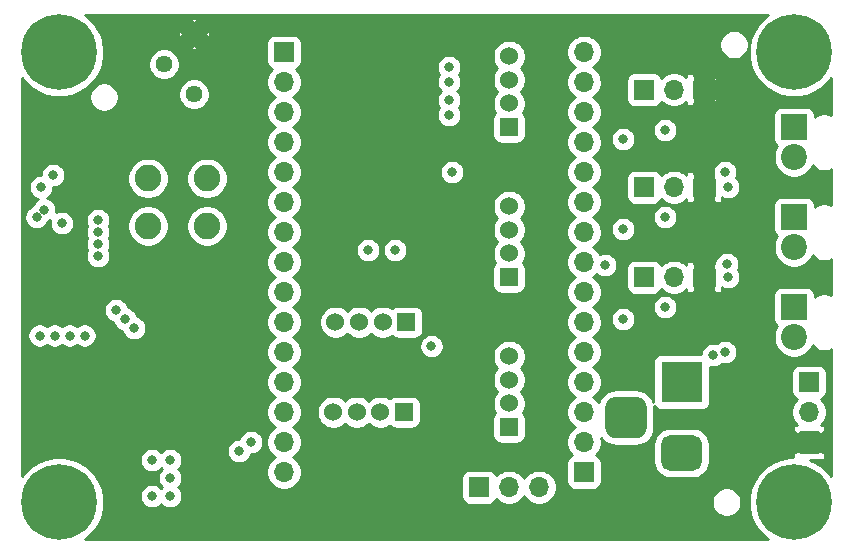
<source format=gbr>
%TF.GenerationSoftware,KiCad,Pcbnew,5.1.10-88a1d61d58~88~ubuntu20.04.1*%
%TF.CreationDate,2021-05-09T16:45:47+02:00*%
%TF.ProjectId,Control_board,436f6e74-726f-46c5-9f62-6f6172642e6b,rev?*%
%TF.SameCoordinates,Original*%
%TF.FileFunction,Copper,L2,Inr*%
%TF.FilePolarity,Positive*%
%FSLAX46Y46*%
G04 Gerber Fmt 4.6, Leading zero omitted, Abs format (unit mm)*
G04 Created by KiCad (PCBNEW 5.1.10-88a1d61d58~88~ubuntu20.04.1) date 2021-05-09 16:45:47*
%MOMM*%
%LPD*%
G01*
G04 APERTURE LIST*
%TA.AperFunction,ComponentPad*%
%ADD10C,1.524000*%
%TD*%
%TA.AperFunction,ComponentPad*%
%ADD11R,1.524000X1.524000*%
%TD*%
%TA.AperFunction,ComponentPad*%
%ADD12C,1.440000*%
%TD*%
%TA.AperFunction,ComponentPad*%
%ADD13C,6.400000*%
%TD*%
%TA.AperFunction,ComponentPad*%
%ADD14C,0.800000*%
%TD*%
%TA.AperFunction,ComponentPad*%
%ADD15R,3.500000X3.500000*%
%TD*%
%TA.AperFunction,ComponentPad*%
%ADD16R,2.200000X2.200000*%
%TD*%
%TA.AperFunction,ComponentPad*%
%ADD17C,2.200000*%
%TD*%
%TA.AperFunction,ComponentPad*%
%ADD18O,1.700000X1.700000*%
%TD*%
%TA.AperFunction,ComponentPad*%
%ADD19R,1.700000X1.700000*%
%TD*%
%TA.AperFunction,ComponentPad*%
%ADD20C,2.250000*%
%TD*%
%TA.AperFunction,ViaPad*%
%ADD21C,0.800000*%
%TD*%
%TA.AperFunction,Conductor*%
%ADD22C,0.254000*%
%TD*%
%TA.AperFunction,Conductor*%
%ADD23C,0.100000*%
%TD*%
G04 APERTURE END LIST*
D10*
%TO.N,GND*%
%TO.C,J1*%
X169450000Y-76200000D03*
%TO.N,CONN1_B*%
X171450000Y-76200000D03*
%TO.N,CONN1_A*%
X173450000Y-76200000D03*
D11*
%TO.N,+5V*%
X175450000Y-76200000D03*
%TD*%
D12*
%TO.N,GND*%
%TO.C,RV1*%
X157480000Y-56896000D03*
%TO.N,BUCK_FB*%
X154940000Y-54356000D03*
%TO.N,+12V*%
X157480000Y-51816000D03*
%TD*%
D13*
%TO.N,GND*%
%TO.C,H1*%
X208280000Y-91440000D03*
D14*
X210680000Y-91440000D03*
X209977056Y-93137056D03*
X208280000Y-93840000D03*
X206582944Y-93137056D03*
X205880000Y-91440000D03*
X206582944Y-89742944D03*
X208280000Y-89040000D03*
X209977056Y-89742944D03*
%TD*%
%TO.N,GND*%
%TO.C,H2*%
X209977056Y-51642944D03*
X208280000Y-50940000D03*
X206582944Y-51642944D03*
X205880000Y-53340000D03*
X206582944Y-55037056D03*
X208280000Y-55740000D03*
X209977056Y-55037056D03*
X210680000Y-53340000D03*
D13*
X208280000Y-53340000D03*
%TD*%
%TO.N,GND*%
%TO.C,H3*%
X146050000Y-53340000D03*
D14*
X148450000Y-53340000D03*
X147747056Y-55037056D03*
X146050000Y-55740000D03*
X144352944Y-55037056D03*
X143650000Y-53340000D03*
X144352944Y-51642944D03*
X146050000Y-50940000D03*
X147747056Y-51642944D03*
%TD*%
%TO.N,GND*%
%TO.C,H4*%
X147747056Y-89742944D03*
X146050000Y-89040000D03*
X144352944Y-89742944D03*
X143650000Y-91440000D03*
X144352944Y-93137056D03*
X146050000Y-93840000D03*
X147747056Y-93137056D03*
X148450000Y-91440000D03*
D13*
X146050000Y-91440000D03*
%TD*%
D11*
%TO.N,+3V3*%
%TO.C,J2*%
X184150000Y-59690000D03*
D10*
%TO.N,CONN2_A*%
X184150000Y-57690000D03*
%TO.N,CONN2_B*%
X184150000Y-55690000D03*
%TO.N,GND*%
X184150000Y-53690000D03*
%TD*%
D11*
%TO.N,+3V3*%
%TO.C,J3*%
X184150000Y-72390000D03*
D10*
%TO.N,CONN3_A*%
X184150000Y-70390000D03*
%TO.N,CONN3_B*%
X184150000Y-68390000D03*
%TO.N,GND*%
X184150000Y-66390000D03*
%TD*%
%TO.N,GND*%
%TO.C,J4*%
X184150000Y-79090000D03*
%TO.N,CONN4_B*%
X184150000Y-81090000D03*
%TO.N,CONN4_A*%
X184150000Y-83090000D03*
D11*
%TO.N,Net-(J4-Pad1)*%
X184150000Y-85090000D03*
%TD*%
%TO.N,+3V3*%
%TO.C,J5*%
X175260000Y-83820000D03*
D10*
%TO.N,GPIO21*%
X173260000Y-83820000D03*
%TO.N,GPIO22*%
X171260000Y-83820000D03*
%TO.N,GND*%
X169260000Y-83820000D03*
%TD*%
D15*
%TO.N,Net-(F1-Pad2)*%
%TO.C,J6*%
X198755000Y-81280000D03*
%TO.N,GND*%
%TA.AperFunction,ComponentPad*%
G36*
G01*
X199755000Y-88780000D02*
X197755000Y-88780000D01*
G75*
G02*
X197005000Y-88030000I0J750000D01*
G01*
X197005000Y-86530000D01*
G75*
G02*
X197755000Y-85780000I750000J0D01*
G01*
X199755000Y-85780000D01*
G75*
G02*
X200505000Y-86530000I0J-750000D01*
G01*
X200505000Y-88030000D01*
G75*
G02*
X199755000Y-88780000I-750000J0D01*
G01*
G37*
%TD.AperFunction*%
%TO.N,N/C*%
%TA.AperFunction,ComponentPad*%
G36*
G01*
X194930000Y-86030000D02*
X193180000Y-86030000D01*
G75*
G02*
X192305000Y-85155000I0J875000D01*
G01*
X192305000Y-83405000D01*
G75*
G02*
X193180000Y-82530000I875000J0D01*
G01*
X194930000Y-82530000D01*
G75*
G02*
X195805000Y-83405000I0J-875000D01*
G01*
X195805000Y-85155000D01*
G75*
G02*
X194930000Y-86030000I-875000J0D01*
G01*
G37*
%TD.AperFunction*%
%TD*%
D16*
%TO.N,LOAD2_POS*%
%TO.C,J7*%
X208280000Y-67310000D03*
D17*
%TO.N,LOAD2_NEG*%
X208280000Y-69850000D03*
%TD*%
%TO.N,LOAD1_NEG*%
%TO.C,J8*%
X208280000Y-62230000D03*
D16*
%TO.N,LOAD1_POS*%
X208280000Y-59690000D03*
%TD*%
%TO.N,LOAD3_POS*%
%TO.C,J9*%
X208280000Y-74930000D03*
D17*
%TO.N,LOAD3_NEG*%
X208280000Y-77470000D03*
%TD*%
D18*
%TO.N,+5V*%
%TO.C,J10*%
X190500000Y-53340000D03*
%TO.N,GND*%
X190500000Y-55880000D03*
%TO.N,CONN2_B*%
X190500000Y-58420000D03*
%TO.N,CONN2_A*%
X190500000Y-60960000D03*
%TO.N,GPIO14*%
X190500000Y-63500000D03*
%TO.N,CONN3_B*%
X190500000Y-66040000D03*
%TO.N,CONN3_A*%
X190500000Y-68580000D03*
%TO.N,GPIO25*%
X190500000Y-71120000D03*
%TO.N,CONN4_B*%
X190500000Y-73660000D03*
%TO.N,CONN4_A*%
X190500000Y-76200000D03*
%TO.N,GPIO35*%
X190500000Y-78740000D03*
%TO.N,GPIO34*%
X190500000Y-81280000D03*
%TO.N,GPIO39*%
X190500000Y-83820000D03*
%TO.N,GPIO36*%
X190500000Y-86360000D03*
D19*
%TO.N,EN*%
X190500000Y-88900000D03*
%TD*%
%TO.N,+3V3*%
%TO.C,J11*%
X165100000Y-53340000D03*
D18*
%TO.N,GND*%
X165100000Y-55880000D03*
%TO.N,GPIO15*%
X165100000Y-58420000D03*
%TO.N,GPIO2*%
X165100000Y-60960000D03*
%TO.N,GPIO4*%
X165100000Y-63500000D03*
%TO.N,CONN1_A*%
X165100000Y-66040000D03*
%TO.N,CONN1_B*%
X165100000Y-68580000D03*
%TO.N,GPIO5*%
X165100000Y-71120000D03*
%TO.N,GPIO18*%
X165100000Y-73660000D03*
%TO.N,GPIO19*%
X165100000Y-76200000D03*
%TO.N,GPIO21*%
X165100000Y-78740000D03*
%TO.N,GPIO3*%
X165100000Y-81280000D03*
%TO.N,GPIO1*%
X165100000Y-83820000D03*
%TO.N,GPIO22*%
X165100000Y-86360000D03*
%TO.N,GPIO23*%
X165100000Y-88900000D03*
%TD*%
D19*
%TO.N,+24V*%
%TO.C,JP1*%
X195580000Y-64770000D03*
D18*
%TO.N,LOAD2_POS*%
X198120000Y-64770000D03*
%TO.N,+12V*%
X200660000Y-64770000D03*
%TD*%
%TO.N,+12V*%
%TO.C,JP2*%
X200660000Y-56515000D03*
%TO.N,LOAD1_POS*%
X198120000Y-56515000D03*
D19*
%TO.N,+24V*%
X195580000Y-56515000D03*
%TD*%
%TO.N,+24V*%
%TO.C,JP3*%
X195580000Y-72390000D03*
D18*
%TO.N,LOAD3_POS*%
X198120000Y-72390000D03*
%TO.N,+12V*%
X200660000Y-72390000D03*
%TD*%
D19*
%TO.N,+3V3*%
%TO.C,JP4*%
X181610000Y-90170000D03*
D18*
%TO.N,Net-(J4-Pad1)*%
X184150000Y-90170000D03*
%TO.N,+5V*%
X186690000Y-90170000D03*
%TD*%
%TO.N,+12V*%
%TO.C,JP5*%
X209550000Y-86360000D03*
%TO.N,Net-(D9-Pad1)*%
X209550000Y-83820000D03*
D19*
%TO.N,+24V*%
X209550000Y-81280000D03*
%TD*%
D20*
%TO.N,BUCK_OUT*%
%TO.C,L1*%
X153580000Y-64040000D03*
%TO.N,N/C*%
X153580000Y-68040000D03*
%TO.N,Net-(C3-Pad1)*%
X158580000Y-68040000D03*
%TO.N,N/C*%
X158580000Y-64040000D03*
%TD*%
D21*
%TO.N,GND*%
X202619999Y-71301999D03*
X202692000Y-72390000D03*
X202438000Y-63500000D03*
X202692000Y-64770000D03*
X201422000Y-78994000D03*
X202438000Y-78740000D03*
X179070000Y-58674000D03*
X179070000Y-57404000D03*
X179070000Y-55880000D03*
X179070000Y-54610000D03*
X193802000Y-68326000D03*
X197358000Y-67310000D03*
X197358000Y-74930000D03*
X193802000Y-75946000D03*
X193802000Y-60706000D03*
X197358000Y-59944000D03*
X144145000Y-67310000D03*
X144780000Y-66675000D03*
X161290000Y-87122000D03*
X162306000Y-86360000D03*
X144526000Y-64770000D03*
X145542000Y-63754000D03*
X152400000Y-76708000D03*
X151638000Y-75946000D03*
X150876000Y-75184000D03*
X148209000Y-77343000D03*
X146939000Y-77343000D03*
X145669000Y-77343000D03*
X144399000Y-77343000D03*
X172212000Y-70104000D03*
X174498000Y-70104000D03*
X146294253Y-67812677D03*
%TO.N,+5V*%
X179324000Y-63500000D03*
X177581762Y-78232000D03*
%TO.N,GPIO35*%
X192278000Y-71374000D03*
%TO.N,+24V*%
X155448000Y-89408000D03*
X155448000Y-87884000D03*
X155448000Y-90932000D03*
X153924000Y-90932000D03*
X153924000Y-87884000D03*
X149352000Y-69596000D03*
X149352000Y-70612000D03*
X149352000Y-68580000D03*
X149352000Y-67564000D03*
%TO.N,+12V*%
X150876000Y-85852000D03*
X146812000Y-85852000D03*
X169164000Y-62230000D03*
%TD*%
D22*
%TO.N,+12V*%
X205835330Y-50361161D02*
X205301161Y-50895330D01*
X204881467Y-51523446D01*
X204592377Y-52221372D01*
X204445000Y-52962285D01*
X204445000Y-53717715D01*
X204592377Y-54458628D01*
X204881467Y-55156554D01*
X205301161Y-55784670D01*
X205835330Y-56318839D01*
X206463446Y-56738533D01*
X207161372Y-57027623D01*
X207902285Y-57175000D01*
X208657715Y-57175000D01*
X209398628Y-57027623D01*
X210096554Y-56738533D01*
X210724670Y-56318839D01*
X211258839Y-55784670D01*
X211430001Y-55528508D01*
X211430001Y-58672401D01*
X211381308Y-58639866D01*
X211165652Y-58550539D01*
X210936712Y-58505000D01*
X210703288Y-58505000D01*
X210474348Y-58550539D01*
X210258692Y-58639866D01*
X210064606Y-58769550D01*
X210018072Y-58816084D01*
X210018072Y-58590000D01*
X210005812Y-58465518D01*
X209969502Y-58345820D01*
X209910537Y-58235506D01*
X209831185Y-58138815D01*
X209734494Y-58059463D01*
X209624180Y-58000498D01*
X209504482Y-57964188D01*
X209380000Y-57951928D01*
X207180000Y-57951928D01*
X207055518Y-57964188D01*
X206935820Y-58000498D01*
X206825506Y-58059463D01*
X206728815Y-58138815D01*
X206649463Y-58235506D01*
X206590498Y-58345820D01*
X206554188Y-58465518D01*
X206541928Y-58590000D01*
X206541928Y-60790000D01*
X206554188Y-60914482D01*
X206590498Y-61034180D01*
X206649463Y-61144494D01*
X206728815Y-61241185D01*
X206809690Y-61307557D01*
X206742463Y-61408169D01*
X206611675Y-61723919D01*
X206545000Y-62059117D01*
X206545000Y-62400883D01*
X206611675Y-62736081D01*
X206742463Y-63051831D01*
X206932337Y-63335998D01*
X207174002Y-63577663D01*
X207458169Y-63767537D01*
X207773919Y-63898325D01*
X208109117Y-63965000D01*
X208450883Y-63965000D01*
X208786081Y-63898325D01*
X209101831Y-63767537D01*
X209385998Y-63577663D01*
X209627663Y-63335998D01*
X209817537Y-63051831D01*
X209865910Y-62935048D01*
X209899550Y-62985394D01*
X210064606Y-63150450D01*
X210258692Y-63280134D01*
X210474348Y-63369461D01*
X210703288Y-63415000D01*
X210936712Y-63415000D01*
X211165652Y-63369461D01*
X211381308Y-63280134D01*
X211430001Y-63247599D01*
X211430001Y-66292401D01*
X211381308Y-66259866D01*
X211165652Y-66170539D01*
X210936712Y-66125000D01*
X210703288Y-66125000D01*
X210474348Y-66170539D01*
X210258692Y-66259866D01*
X210064606Y-66389550D01*
X210018072Y-66436084D01*
X210018072Y-66210000D01*
X210005812Y-66085518D01*
X209969502Y-65965820D01*
X209910537Y-65855506D01*
X209831185Y-65758815D01*
X209734494Y-65679463D01*
X209624180Y-65620498D01*
X209504482Y-65584188D01*
X209380000Y-65571928D01*
X207180000Y-65571928D01*
X207055518Y-65584188D01*
X206935820Y-65620498D01*
X206825506Y-65679463D01*
X206728815Y-65758815D01*
X206649463Y-65855506D01*
X206590498Y-65965820D01*
X206554188Y-66085518D01*
X206541928Y-66210000D01*
X206541928Y-68410000D01*
X206554188Y-68534482D01*
X206590498Y-68654180D01*
X206649463Y-68764494D01*
X206728815Y-68861185D01*
X206809690Y-68927557D01*
X206742463Y-69028169D01*
X206611675Y-69343919D01*
X206545000Y-69679117D01*
X206545000Y-70020883D01*
X206611675Y-70356081D01*
X206742463Y-70671831D01*
X206932337Y-70955998D01*
X207174002Y-71197663D01*
X207458169Y-71387537D01*
X207773919Y-71518325D01*
X208109117Y-71585000D01*
X208450883Y-71585000D01*
X208786081Y-71518325D01*
X209101831Y-71387537D01*
X209385998Y-71197663D01*
X209627663Y-70955998D01*
X209817537Y-70671831D01*
X209865910Y-70555048D01*
X209899550Y-70605394D01*
X210064606Y-70770450D01*
X210258692Y-70900134D01*
X210474348Y-70989461D01*
X210703288Y-71035000D01*
X210936712Y-71035000D01*
X211165652Y-70989461D01*
X211381308Y-70900134D01*
X211430001Y-70867599D01*
X211430000Y-73912401D01*
X211381308Y-73879866D01*
X211165652Y-73790539D01*
X210936712Y-73745000D01*
X210703288Y-73745000D01*
X210474348Y-73790539D01*
X210258692Y-73879866D01*
X210064606Y-74009550D01*
X210018072Y-74056084D01*
X210018072Y-73830000D01*
X210005812Y-73705518D01*
X209969502Y-73585820D01*
X209910537Y-73475506D01*
X209831185Y-73378815D01*
X209734494Y-73299463D01*
X209624180Y-73240498D01*
X209504482Y-73204188D01*
X209380000Y-73191928D01*
X207180000Y-73191928D01*
X207055518Y-73204188D01*
X206935820Y-73240498D01*
X206825506Y-73299463D01*
X206728815Y-73378815D01*
X206649463Y-73475506D01*
X206590498Y-73585820D01*
X206554188Y-73705518D01*
X206541928Y-73830000D01*
X206541928Y-76030000D01*
X206554188Y-76154482D01*
X206590498Y-76274180D01*
X206649463Y-76384494D01*
X206728815Y-76481185D01*
X206809690Y-76547557D01*
X206742463Y-76648169D01*
X206611675Y-76963919D01*
X206545000Y-77299117D01*
X206545000Y-77640883D01*
X206611675Y-77976081D01*
X206742463Y-78291831D01*
X206932337Y-78575998D01*
X207174002Y-78817663D01*
X207458169Y-79007537D01*
X207773919Y-79138325D01*
X208109117Y-79205000D01*
X208450883Y-79205000D01*
X208786081Y-79138325D01*
X209101831Y-79007537D01*
X209385998Y-78817663D01*
X209627663Y-78575998D01*
X209817537Y-78291831D01*
X209865910Y-78175048D01*
X209899550Y-78225394D01*
X210064606Y-78390450D01*
X210258692Y-78520134D01*
X210474348Y-78609461D01*
X210703288Y-78655000D01*
X210936712Y-78655000D01*
X211165652Y-78609461D01*
X211381308Y-78520134D01*
X211430000Y-78487599D01*
X211430000Y-89251490D01*
X211258839Y-88995330D01*
X210724670Y-88461161D01*
X210096554Y-88041467D01*
X209622240Y-87845000D01*
X210923002Y-87845000D01*
X210923002Y-87210000D01*
X210698631Y-87210000D01*
X210661850Y-87083000D01*
X210273000Y-87083000D01*
X210273000Y-87210000D01*
X208827000Y-87210000D01*
X208827000Y-87083000D01*
X208438150Y-87083000D01*
X208401369Y-87210000D01*
X208176998Y-87210000D01*
X208176998Y-87605000D01*
X207902285Y-87605000D01*
X207161372Y-87752377D01*
X206463446Y-88041467D01*
X205835330Y-88461161D01*
X205301161Y-88995330D01*
X204881467Y-89623446D01*
X204592377Y-90321372D01*
X204445000Y-91062285D01*
X204445000Y-91817715D01*
X204592377Y-92558628D01*
X204881467Y-93256554D01*
X205301161Y-93884670D01*
X205835330Y-94418839D01*
X206091490Y-94590000D01*
X148238510Y-94590000D01*
X148494670Y-94418839D01*
X149028839Y-93884670D01*
X149448533Y-93256554D01*
X149737623Y-92558628D01*
X149885000Y-91817715D01*
X149885000Y-91062285D01*
X149737623Y-90321372D01*
X149448533Y-89623446D01*
X149028839Y-88995330D01*
X148494670Y-88461161D01*
X147866554Y-88041467D01*
X147240292Y-87782061D01*
X152889000Y-87782061D01*
X152889000Y-87985939D01*
X152928774Y-88185898D01*
X153006795Y-88374256D01*
X153120063Y-88543774D01*
X153264226Y-88687937D01*
X153433744Y-88801205D01*
X153622102Y-88879226D01*
X153822061Y-88919000D01*
X154025939Y-88919000D01*
X154225898Y-88879226D01*
X154414256Y-88801205D01*
X154583774Y-88687937D01*
X154686000Y-88585711D01*
X154746289Y-88646000D01*
X154644063Y-88748226D01*
X154530795Y-88917744D01*
X154452774Y-89106102D01*
X154413000Y-89306061D01*
X154413000Y-89509939D01*
X154452774Y-89709898D01*
X154530795Y-89898256D01*
X154644063Y-90067774D01*
X154746289Y-90170000D01*
X154686000Y-90230289D01*
X154583774Y-90128063D01*
X154414256Y-90014795D01*
X154225898Y-89936774D01*
X154025939Y-89897000D01*
X153822061Y-89897000D01*
X153622102Y-89936774D01*
X153433744Y-90014795D01*
X153264226Y-90128063D01*
X153120063Y-90272226D01*
X153006795Y-90441744D01*
X152928774Y-90630102D01*
X152889000Y-90830061D01*
X152889000Y-91033939D01*
X152928774Y-91233898D01*
X153006795Y-91422256D01*
X153120063Y-91591774D01*
X153264226Y-91735937D01*
X153433744Y-91849205D01*
X153622102Y-91927226D01*
X153822061Y-91967000D01*
X154025939Y-91967000D01*
X154225898Y-91927226D01*
X154414256Y-91849205D01*
X154583774Y-91735937D01*
X154686000Y-91633711D01*
X154788226Y-91735937D01*
X154957744Y-91849205D01*
X155146102Y-91927226D01*
X155346061Y-91967000D01*
X155549939Y-91967000D01*
X155749898Y-91927226D01*
X155938256Y-91849205D01*
X156107774Y-91735937D01*
X156251937Y-91591774D01*
X156365205Y-91422256D01*
X156443226Y-91233898D01*
X156483000Y-91033939D01*
X156483000Y-90830061D01*
X156443226Y-90630102D01*
X156365205Y-90441744D01*
X156251937Y-90272226D01*
X156149711Y-90170000D01*
X156251937Y-90067774D01*
X156365205Y-89898256D01*
X156443226Y-89709898D01*
X156483000Y-89509939D01*
X156483000Y-89306061D01*
X156443226Y-89106102D01*
X156365205Y-88917744D01*
X156251937Y-88748226D01*
X156149711Y-88646000D01*
X156251937Y-88543774D01*
X156365205Y-88374256D01*
X156443226Y-88185898D01*
X156483000Y-87985939D01*
X156483000Y-87782061D01*
X156443226Y-87582102D01*
X156365205Y-87393744D01*
X156251937Y-87224226D01*
X156107774Y-87080063D01*
X156017975Y-87020061D01*
X160255000Y-87020061D01*
X160255000Y-87223939D01*
X160294774Y-87423898D01*
X160372795Y-87612256D01*
X160486063Y-87781774D01*
X160630226Y-87925937D01*
X160799744Y-88039205D01*
X160988102Y-88117226D01*
X161188061Y-88157000D01*
X161391939Y-88157000D01*
X161591898Y-88117226D01*
X161780256Y-88039205D01*
X161949774Y-87925937D01*
X162093937Y-87781774D01*
X162207205Y-87612256D01*
X162285226Y-87423898D01*
X162290974Y-87395000D01*
X162407939Y-87395000D01*
X162607898Y-87355226D01*
X162796256Y-87277205D01*
X162965774Y-87163937D01*
X163109937Y-87019774D01*
X163223205Y-86850256D01*
X163301226Y-86661898D01*
X163341000Y-86461939D01*
X163341000Y-86258061D01*
X163301226Y-86058102D01*
X163223205Y-85869744D01*
X163109937Y-85700226D01*
X162965774Y-85556063D01*
X162796256Y-85442795D01*
X162607898Y-85364774D01*
X162407939Y-85325000D01*
X162204061Y-85325000D01*
X162004102Y-85364774D01*
X161815744Y-85442795D01*
X161646226Y-85556063D01*
X161502063Y-85700226D01*
X161388795Y-85869744D01*
X161310774Y-86058102D01*
X161305026Y-86087000D01*
X161188061Y-86087000D01*
X160988102Y-86126774D01*
X160799744Y-86204795D01*
X160630226Y-86318063D01*
X160486063Y-86462226D01*
X160372795Y-86631744D01*
X160294774Y-86820102D01*
X160255000Y-87020061D01*
X156017975Y-87020061D01*
X155938256Y-86966795D01*
X155749898Y-86888774D01*
X155549939Y-86849000D01*
X155346061Y-86849000D01*
X155146102Y-86888774D01*
X154957744Y-86966795D01*
X154788226Y-87080063D01*
X154686000Y-87182289D01*
X154583774Y-87080063D01*
X154414256Y-86966795D01*
X154225898Y-86888774D01*
X154025939Y-86849000D01*
X153822061Y-86849000D01*
X153622102Y-86888774D01*
X153433744Y-86966795D01*
X153264226Y-87080063D01*
X153120063Y-87224226D01*
X153006795Y-87393744D01*
X152928774Y-87582102D01*
X152889000Y-87782061D01*
X147240292Y-87782061D01*
X147168628Y-87752377D01*
X146427715Y-87605000D01*
X145672285Y-87605000D01*
X144931372Y-87752377D01*
X144233446Y-88041467D01*
X143605330Y-88461161D01*
X143071161Y-88995330D01*
X142900000Y-89251490D01*
X142900000Y-77241061D01*
X143364000Y-77241061D01*
X143364000Y-77444939D01*
X143403774Y-77644898D01*
X143481795Y-77833256D01*
X143595063Y-78002774D01*
X143739226Y-78146937D01*
X143908744Y-78260205D01*
X144097102Y-78338226D01*
X144297061Y-78378000D01*
X144500939Y-78378000D01*
X144700898Y-78338226D01*
X144889256Y-78260205D01*
X145034000Y-78163490D01*
X145178744Y-78260205D01*
X145367102Y-78338226D01*
X145567061Y-78378000D01*
X145770939Y-78378000D01*
X145970898Y-78338226D01*
X146159256Y-78260205D01*
X146304000Y-78163490D01*
X146448744Y-78260205D01*
X146637102Y-78338226D01*
X146837061Y-78378000D01*
X147040939Y-78378000D01*
X147240898Y-78338226D01*
X147429256Y-78260205D01*
X147574000Y-78163490D01*
X147718744Y-78260205D01*
X147907102Y-78338226D01*
X148107061Y-78378000D01*
X148310939Y-78378000D01*
X148510898Y-78338226D01*
X148699256Y-78260205D01*
X148868774Y-78146937D01*
X149012937Y-78002774D01*
X149126205Y-77833256D01*
X149204226Y-77644898D01*
X149244000Y-77444939D01*
X149244000Y-77241061D01*
X149204226Y-77041102D01*
X149126205Y-76852744D01*
X149012937Y-76683226D01*
X148868774Y-76539063D01*
X148699256Y-76425795D01*
X148510898Y-76347774D01*
X148310939Y-76308000D01*
X148107061Y-76308000D01*
X147907102Y-76347774D01*
X147718744Y-76425795D01*
X147574000Y-76522510D01*
X147429256Y-76425795D01*
X147240898Y-76347774D01*
X147040939Y-76308000D01*
X146837061Y-76308000D01*
X146637102Y-76347774D01*
X146448744Y-76425795D01*
X146304000Y-76522510D01*
X146159256Y-76425795D01*
X145970898Y-76347774D01*
X145770939Y-76308000D01*
X145567061Y-76308000D01*
X145367102Y-76347774D01*
X145178744Y-76425795D01*
X145034000Y-76522510D01*
X144889256Y-76425795D01*
X144700898Y-76347774D01*
X144500939Y-76308000D01*
X144297061Y-76308000D01*
X144097102Y-76347774D01*
X143908744Y-76425795D01*
X143739226Y-76539063D01*
X143595063Y-76683226D01*
X143481795Y-76852744D01*
X143403774Y-77041102D01*
X143364000Y-77241061D01*
X142900000Y-77241061D01*
X142900000Y-75082061D01*
X149841000Y-75082061D01*
X149841000Y-75285939D01*
X149880774Y-75485898D01*
X149958795Y-75674256D01*
X150072063Y-75843774D01*
X150216226Y-75987937D01*
X150385744Y-76101205D01*
X150574102Y-76179226D01*
X150631381Y-76190619D01*
X150642774Y-76247898D01*
X150720795Y-76436256D01*
X150834063Y-76605774D01*
X150978226Y-76749937D01*
X151147744Y-76863205D01*
X151336102Y-76941226D01*
X151393381Y-76952619D01*
X151404774Y-77009898D01*
X151482795Y-77198256D01*
X151596063Y-77367774D01*
X151740226Y-77511937D01*
X151909744Y-77625205D01*
X152098102Y-77703226D01*
X152298061Y-77743000D01*
X152501939Y-77743000D01*
X152701898Y-77703226D01*
X152890256Y-77625205D01*
X153059774Y-77511937D01*
X153203937Y-77367774D01*
X153317205Y-77198256D01*
X153395226Y-77009898D01*
X153435000Y-76809939D01*
X153435000Y-76606061D01*
X153395226Y-76406102D01*
X153317205Y-76217744D01*
X153203937Y-76048226D01*
X153059774Y-75904063D01*
X152890256Y-75790795D01*
X152701898Y-75712774D01*
X152644619Y-75701381D01*
X152633226Y-75644102D01*
X152555205Y-75455744D01*
X152441937Y-75286226D01*
X152297774Y-75142063D01*
X152128256Y-75028795D01*
X151939898Y-74950774D01*
X151882619Y-74939381D01*
X151871226Y-74882102D01*
X151793205Y-74693744D01*
X151679937Y-74524226D01*
X151535774Y-74380063D01*
X151366256Y-74266795D01*
X151177898Y-74188774D01*
X150977939Y-74149000D01*
X150774061Y-74149000D01*
X150574102Y-74188774D01*
X150385744Y-74266795D01*
X150216226Y-74380063D01*
X150072063Y-74524226D01*
X149958795Y-74693744D01*
X149880774Y-74882102D01*
X149841000Y-75082061D01*
X142900000Y-75082061D01*
X142900000Y-67208061D01*
X143110000Y-67208061D01*
X143110000Y-67411939D01*
X143149774Y-67611898D01*
X143227795Y-67800256D01*
X143341063Y-67969774D01*
X143485226Y-68113937D01*
X143654744Y-68227205D01*
X143843102Y-68305226D01*
X144043061Y-68345000D01*
X144246939Y-68345000D01*
X144446898Y-68305226D01*
X144635256Y-68227205D01*
X144804774Y-68113937D01*
X144948937Y-67969774D01*
X145062205Y-67800256D01*
X145123142Y-67653142D01*
X145270256Y-67592205D01*
X145284758Y-67582515D01*
X145259253Y-67710738D01*
X145259253Y-67914616D01*
X145299027Y-68114575D01*
X145377048Y-68302933D01*
X145490316Y-68472451D01*
X145634479Y-68616614D01*
X145803997Y-68729882D01*
X145992355Y-68807903D01*
X146192314Y-68847677D01*
X146396192Y-68847677D01*
X146596151Y-68807903D01*
X146784509Y-68729882D01*
X146954027Y-68616614D01*
X147098190Y-68472451D01*
X147211458Y-68302933D01*
X147289479Y-68114575D01*
X147329253Y-67914616D01*
X147329253Y-67710738D01*
X147289479Y-67510779D01*
X147269300Y-67462061D01*
X148317000Y-67462061D01*
X148317000Y-67665939D01*
X148356774Y-67865898D01*
X148434795Y-68054256D01*
X148446651Y-68072000D01*
X148434795Y-68089744D01*
X148356774Y-68278102D01*
X148317000Y-68478061D01*
X148317000Y-68681939D01*
X148356774Y-68881898D01*
X148434795Y-69070256D01*
X148446651Y-69088000D01*
X148434795Y-69105744D01*
X148356774Y-69294102D01*
X148317000Y-69494061D01*
X148317000Y-69697939D01*
X148356774Y-69897898D01*
X148434795Y-70086256D01*
X148446651Y-70104000D01*
X148434795Y-70121744D01*
X148356774Y-70310102D01*
X148317000Y-70510061D01*
X148317000Y-70713939D01*
X148356774Y-70913898D01*
X148434795Y-71102256D01*
X148548063Y-71271774D01*
X148692226Y-71415937D01*
X148861744Y-71529205D01*
X149050102Y-71607226D01*
X149250061Y-71647000D01*
X149453939Y-71647000D01*
X149653898Y-71607226D01*
X149842256Y-71529205D01*
X150011774Y-71415937D01*
X150155937Y-71271774D01*
X150269205Y-71102256D01*
X150347226Y-70913898D01*
X150387000Y-70713939D01*
X150387000Y-70510061D01*
X150347226Y-70310102D01*
X150269205Y-70121744D01*
X150257349Y-70104000D01*
X150269205Y-70086256D01*
X150347226Y-69897898D01*
X150387000Y-69697939D01*
X150387000Y-69494061D01*
X150347226Y-69294102D01*
X150269205Y-69105744D01*
X150257349Y-69088000D01*
X150269205Y-69070256D01*
X150347226Y-68881898D01*
X150387000Y-68681939D01*
X150387000Y-68478061D01*
X150347226Y-68278102D01*
X150269205Y-68089744D01*
X150257349Y-68072000D01*
X150269205Y-68054256D01*
X150346912Y-67866655D01*
X151820000Y-67866655D01*
X151820000Y-68213345D01*
X151887636Y-68553373D01*
X152020308Y-68873673D01*
X152212919Y-69161935D01*
X152458065Y-69407081D01*
X152746327Y-69599692D01*
X153066627Y-69732364D01*
X153406655Y-69800000D01*
X153753345Y-69800000D01*
X154093373Y-69732364D01*
X154413673Y-69599692D01*
X154701935Y-69407081D01*
X154947081Y-69161935D01*
X155139692Y-68873673D01*
X155272364Y-68553373D01*
X155340000Y-68213345D01*
X155340000Y-67866655D01*
X156820000Y-67866655D01*
X156820000Y-68213345D01*
X156887636Y-68553373D01*
X157020308Y-68873673D01*
X157212919Y-69161935D01*
X157458065Y-69407081D01*
X157746327Y-69599692D01*
X158066627Y-69732364D01*
X158406655Y-69800000D01*
X158753345Y-69800000D01*
X159093373Y-69732364D01*
X159413673Y-69599692D01*
X159701935Y-69407081D01*
X159947081Y-69161935D01*
X160139692Y-68873673D01*
X160272364Y-68553373D01*
X160340000Y-68213345D01*
X160340000Y-67866655D01*
X160272364Y-67526627D01*
X160139692Y-67206327D01*
X159947081Y-66918065D01*
X159701935Y-66672919D01*
X159413673Y-66480308D01*
X159093373Y-66347636D01*
X158753345Y-66280000D01*
X158406655Y-66280000D01*
X158066627Y-66347636D01*
X157746327Y-66480308D01*
X157458065Y-66672919D01*
X157212919Y-66918065D01*
X157020308Y-67206327D01*
X156887636Y-67526627D01*
X156820000Y-67866655D01*
X155340000Y-67866655D01*
X155272364Y-67526627D01*
X155139692Y-67206327D01*
X154947081Y-66918065D01*
X154701935Y-66672919D01*
X154413673Y-66480308D01*
X154093373Y-66347636D01*
X153753345Y-66280000D01*
X153406655Y-66280000D01*
X153066627Y-66347636D01*
X152746327Y-66480308D01*
X152458065Y-66672919D01*
X152212919Y-66918065D01*
X152020308Y-67206327D01*
X151887636Y-67526627D01*
X151820000Y-67866655D01*
X150346912Y-67866655D01*
X150347226Y-67865898D01*
X150387000Y-67665939D01*
X150387000Y-67462061D01*
X150347226Y-67262102D01*
X150269205Y-67073744D01*
X150155937Y-66904226D01*
X150011774Y-66760063D01*
X149842256Y-66646795D01*
X149653898Y-66568774D01*
X149453939Y-66529000D01*
X149250061Y-66529000D01*
X149050102Y-66568774D01*
X148861744Y-66646795D01*
X148692226Y-66760063D01*
X148548063Y-66904226D01*
X148434795Y-67073744D01*
X148356774Y-67262102D01*
X148317000Y-67462061D01*
X147269300Y-67462061D01*
X147211458Y-67322421D01*
X147098190Y-67152903D01*
X146954027Y-67008740D01*
X146784509Y-66895472D01*
X146596151Y-66817451D01*
X146396192Y-66777677D01*
X146192314Y-66777677D01*
X145992355Y-66817451D01*
X145803997Y-66895472D01*
X145789495Y-66905162D01*
X145815000Y-66776939D01*
X145815000Y-66573061D01*
X145775226Y-66373102D01*
X145697205Y-66184744D01*
X145583937Y-66015226D01*
X145439774Y-65871063D01*
X145270256Y-65757795D01*
X145081898Y-65679774D01*
X145039884Y-65671417D01*
X145185774Y-65573937D01*
X145329937Y-65429774D01*
X145443205Y-65260256D01*
X145521226Y-65071898D01*
X145561000Y-64871939D01*
X145561000Y-64789000D01*
X145643939Y-64789000D01*
X145843898Y-64749226D01*
X146032256Y-64671205D01*
X146201774Y-64557937D01*
X146345937Y-64413774D01*
X146459205Y-64244256D01*
X146537226Y-64055898D01*
X146574868Y-63866655D01*
X151820000Y-63866655D01*
X151820000Y-64213345D01*
X151887636Y-64553373D01*
X152020308Y-64873673D01*
X152212919Y-65161935D01*
X152458065Y-65407081D01*
X152746327Y-65599692D01*
X153066627Y-65732364D01*
X153406655Y-65800000D01*
X153753345Y-65800000D01*
X154093373Y-65732364D01*
X154413673Y-65599692D01*
X154701935Y-65407081D01*
X154947081Y-65161935D01*
X155139692Y-64873673D01*
X155272364Y-64553373D01*
X155340000Y-64213345D01*
X155340000Y-63866655D01*
X156820000Y-63866655D01*
X156820000Y-64213345D01*
X156887636Y-64553373D01*
X157020308Y-64873673D01*
X157212919Y-65161935D01*
X157458065Y-65407081D01*
X157746327Y-65599692D01*
X158066627Y-65732364D01*
X158406655Y-65800000D01*
X158753345Y-65800000D01*
X159093373Y-65732364D01*
X159413673Y-65599692D01*
X159701935Y-65407081D01*
X159947081Y-65161935D01*
X160139692Y-64873673D01*
X160272364Y-64553373D01*
X160340000Y-64213345D01*
X160340000Y-63866655D01*
X160272364Y-63526627D01*
X160139692Y-63206327D01*
X159947081Y-62918065D01*
X159701935Y-62672919D01*
X159413673Y-62480308D01*
X159093373Y-62347636D01*
X158753345Y-62280000D01*
X158406655Y-62280000D01*
X158066627Y-62347636D01*
X157746327Y-62480308D01*
X157458065Y-62672919D01*
X157212919Y-62918065D01*
X157020308Y-63206327D01*
X156887636Y-63526627D01*
X156820000Y-63866655D01*
X155340000Y-63866655D01*
X155272364Y-63526627D01*
X155139692Y-63206327D01*
X154947081Y-62918065D01*
X154701935Y-62672919D01*
X154413673Y-62480308D01*
X154093373Y-62347636D01*
X153753345Y-62280000D01*
X153406655Y-62280000D01*
X153066627Y-62347636D01*
X152746327Y-62480308D01*
X152458065Y-62672919D01*
X152212919Y-62918065D01*
X152020308Y-63206327D01*
X151887636Y-63526627D01*
X151820000Y-63866655D01*
X146574868Y-63866655D01*
X146577000Y-63855939D01*
X146577000Y-63652061D01*
X146537226Y-63452102D01*
X146459205Y-63263744D01*
X146345937Y-63094226D01*
X146201774Y-62950063D01*
X146032256Y-62836795D01*
X145843898Y-62758774D01*
X145643939Y-62719000D01*
X145440061Y-62719000D01*
X145240102Y-62758774D01*
X145051744Y-62836795D01*
X144882226Y-62950063D01*
X144738063Y-63094226D01*
X144624795Y-63263744D01*
X144546774Y-63452102D01*
X144507000Y-63652061D01*
X144507000Y-63735000D01*
X144424061Y-63735000D01*
X144224102Y-63774774D01*
X144035744Y-63852795D01*
X143866226Y-63966063D01*
X143722063Y-64110226D01*
X143608795Y-64279744D01*
X143530774Y-64468102D01*
X143491000Y-64668061D01*
X143491000Y-64871939D01*
X143530774Y-65071898D01*
X143608795Y-65260256D01*
X143722063Y-65429774D01*
X143866226Y-65573937D01*
X144035744Y-65687205D01*
X144224102Y-65765226D01*
X144266116Y-65773583D01*
X144120226Y-65871063D01*
X143976063Y-66015226D01*
X143862795Y-66184744D01*
X143801858Y-66331858D01*
X143654744Y-66392795D01*
X143485226Y-66506063D01*
X143341063Y-66650226D01*
X143227795Y-66819744D01*
X143149774Y-67008102D01*
X143110000Y-67208061D01*
X142900000Y-67208061D01*
X142900000Y-55528510D01*
X143071161Y-55784670D01*
X143605330Y-56318839D01*
X144233446Y-56738533D01*
X144931372Y-57027623D01*
X145672285Y-57175000D01*
X146427715Y-57175000D01*
X147168628Y-57027623D01*
X147170397Y-57026890D01*
X148610048Y-57026890D01*
X148610048Y-57273110D01*
X148658083Y-57514598D01*
X148752307Y-57742074D01*
X148889099Y-57946798D01*
X149063202Y-58120901D01*
X149267926Y-58257693D01*
X149495402Y-58351917D01*
X149736890Y-58399952D01*
X149983110Y-58399952D01*
X150224598Y-58351917D01*
X150452074Y-58257693D01*
X150656798Y-58120901D01*
X150830901Y-57946798D01*
X150967693Y-57742074D01*
X151061917Y-57514598D01*
X151109952Y-57273110D01*
X151109952Y-57026890D01*
X151061917Y-56785402D01*
X151052449Y-56762544D01*
X156125000Y-56762544D01*
X156125000Y-57029456D01*
X156177072Y-57291239D01*
X156279215Y-57537833D01*
X156427503Y-57759762D01*
X156616238Y-57948497D01*
X156838167Y-58096785D01*
X157084761Y-58198928D01*
X157346544Y-58251000D01*
X157613456Y-58251000D01*
X157875239Y-58198928D01*
X158121833Y-58096785D01*
X158343762Y-57948497D01*
X158532497Y-57759762D01*
X158680785Y-57537833D01*
X158782928Y-57291239D01*
X158835000Y-57029456D01*
X158835000Y-56762544D01*
X158782928Y-56500761D01*
X158680785Y-56254167D01*
X158532497Y-56032238D01*
X158343762Y-55843503D01*
X158121833Y-55695215D01*
X157875239Y-55593072D01*
X157613456Y-55541000D01*
X157346544Y-55541000D01*
X157084761Y-55593072D01*
X156838167Y-55695215D01*
X156616238Y-55843503D01*
X156427503Y-56032238D01*
X156279215Y-56254167D01*
X156177072Y-56500761D01*
X156125000Y-56762544D01*
X151052449Y-56762544D01*
X150967693Y-56557926D01*
X150830901Y-56353202D01*
X150656798Y-56179099D01*
X150452074Y-56042307D01*
X150224598Y-55948083D01*
X149983110Y-55900048D01*
X149736890Y-55900048D01*
X149495402Y-55948083D01*
X149267926Y-56042307D01*
X149063202Y-56179099D01*
X148889099Y-56353202D01*
X148752307Y-56557926D01*
X148658083Y-56785402D01*
X148610048Y-57026890D01*
X147170397Y-57026890D01*
X147866554Y-56738533D01*
X148494670Y-56318839D01*
X149028839Y-55784670D01*
X149448533Y-55156554D01*
X149737623Y-54458628D01*
X149784583Y-54222544D01*
X153585000Y-54222544D01*
X153585000Y-54489456D01*
X153637072Y-54751239D01*
X153739215Y-54997833D01*
X153887503Y-55219762D01*
X154076238Y-55408497D01*
X154298167Y-55556785D01*
X154544761Y-55658928D01*
X154806544Y-55711000D01*
X155073456Y-55711000D01*
X155335239Y-55658928D01*
X155581833Y-55556785D01*
X155803762Y-55408497D01*
X155992497Y-55219762D01*
X156140785Y-54997833D01*
X156242928Y-54751239D01*
X156295000Y-54489456D01*
X156295000Y-54222544D01*
X156242928Y-53960761D01*
X156140785Y-53714167D01*
X155992497Y-53492238D01*
X155803762Y-53303503D01*
X155581833Y-53155215D01*
X155335239Y-53053072D01*
X155073456Y-53001000D01*
X154806544Y-53001000D01*
X154544761Y-53053072D01*
X154298167Y-53155215D01*
X154076238Y-53303503D01*
X153887503Y-53492238D01*
X153739215Y-53714167D01*
X153637072Y-53960761D01*
X153585000Y-54222544D01*
X149784583Y-54222544D01*
X149885000Y-53717715D01*
X149885000Y-52975278D01*
X157159350Y-52975278D01*
X157239335Y-53156118D01*
X157505404Y-53177319D01*
X157720665Y-53156118D01*
X157800650Y-52975278D01*
X157480000Y-52654629D01*
X157159350Y-52975278D01*
X149885000Y-52975278D01*
X149885000Y-52962285D01*
X149791057Y-52490000D01*
X163611928Y-52490000D01*
X163611928Y-54190000D01*
X163624188Y-54314482D01*
X163660498Y-54434180D01*
X163719463Y-54544494D01*
X163798815Y-54641185D01*
X163895506Y-54720537D01*
X164005820Y-54779502D01*
X164078380Y-54801513D01*
X163946525Y-54933368D01*
X163784010Y-55176589D01*
X163672068Y-55446842D01*
X163615000Y-55733740D01*
X163615000Y-56026260D01*
X163672068Y-56313158D01*
X163784010Y-56583411D01*
X163946525Y-56826632D01*
X164153368Y-57033475D01*
X164327760Y-57150000D01*
X164153368Y-57266525D01*
X163946525Y-57473368D01*
X163784010Y-57716589D01*
X163672068Y-57986842D01*
X163615000Y-58273740D01*
X163615000Y-58566260D01*
X163672068Y-58853158D01*
X163784010Y-59123411D01*
X163946525Y-59366632D01*
X164153368Y-59573475D01*
X164327760Y-59690000D01*
X164153368Y-59806525D01*
X163946525Y-60013368D01*
X163784010Y-60256589D01*
X163672068Y-60526842D01*
X163615000Y-60813740D01*
X163615000Y-61106260D01*
X163672068Y-61393158D01*
X163784010Y-61663411D01*
X163946525Y-61906632D01*
X164153368Y-62113475D01*
X164327760Y-62230000D01*
X164153368Y-62346525D01*
X163946525Y-62553368D01*
X163784010Y-62796589D01*
X163672068Y-63066842D01*
X163615000Y-63353740D01*
X163615000Y-63646260D01*
X163672068Y-63933158D01*
X163784010Y-64203411D01*
X163946525Y-64446632D01*
X164153368Y-64653475D01*
X164327760Y-64770000D01*
X164153368Y-64886525D01*
X163946525Y-65093368D01*
X163784010Y-65336589D01*
X163672068Y-65606842D01*
X163615000Y-65893740D01*
X163615000Y-66186260D01*
X163672068Y-66473158D01*
X163784010Y-66743411D01*
X163946525Y-66986632D01*
X164153368Y-67193475D01*
X164327760Y-67310000D01*
X164153368Y-67426525D01*
X163946525Y-67633368D01*
X163784010Y-67876589D01*
X163672068Y-68146842D01*
X163615000Y-68433740D01*
X163615000Y-68726260D01*
X163672068Y-69013158D01*
X163784010Y-69283411D01*
X163946525Y-69526632D01*
X164153368Y-69733475D01*
X164327760Y-69850000D01*
X164153368Y-69966525D01*
X163946525Y-70173368D01*
X163784010Y-70416589D01*
X163672068Y-70686842D01*
X163615000Y-70973740D01*
X163615000Y-71266260D01*
X163672068Y-71553158D01*
X163784010Y-71823411D01*
X163946525Y-72066632D01*
X164153368Y-72273475D01*
X164327760Y-72390000D01*
X164153368Y-72506525D01*
X163946525Y-72713368D01*
X163784010Y-72956589D01*
X163672068Y-73226842D01*
X163615000Y-73513740D01*
X163615000Y-73806260D01*
X163672068Y-74093158D01*
X163784010Y-74363411D01*
X163946525Y-74606632D01*
X164153368Y-74813475D01*
X164327760Y-74930000D01*
X164153368Y-75046525D01*
X163946525Y-75253368D01*
X163784010Y-75496589D01*
X163672068Y-75766842D01*
X163615000Y-76053740D01*
X163615000Y-76346260D01*
X163672068Y-76633158D01*
X163784010Y-76903411D01*
X163946525Y-77146632D01*
X164153368Y-77353475D01*
X164327760Y-77470000D01*
X164153368Y-77586525D01*
X163946525Y-77793368D01*
X163784010Y-78036589D01*
X163672068Y-78306842D01*
X163615000Y-78593740D01*
X163615000Y-78886260D01*
X163672068Y-79173158D01*
X163784010Y-79443411D01*
X163946525Y-79686632D01*
X164153368Y-79893475D01*
X164327760Y-80010000D01*
X164153368Y-80126525D01*
X163946525Y-80333368D01*
X163784010Y-80576589D01*
X163672068Y-80846842D01*
X163615000Y-81133740D01*
X163615000Y-81426260D01*
X163672068Y-81713158D01*
X163784010Y-81983411D01*
X163946525Y-82226632D01*
X164153368Y-82433475D01*
X164327760Y-82550000D01*
X164153368Y-82666525D01*
X163946525Y-82873368D01*
X163784010Y-83116589D01*
X163672068Y-83386842D01*
X163615000Y-83673740D01*
X163615000Y-83966260D01*
X163672068Y-84253158D01*
X163784010Y-84523411D01*
X163946525Y-84766632D01*
X164153368Y-84973475D01*
X164327760Y-85090000D01*
X164153368Y-85206525D01*
X163946525Y-85413368D01*
X163784010Y-85656589D01*
X163672068Y-85926842D01*
X163615000Y-86213740D01*
X163615000Y-86506260D01*
X163672068Y-86793158D01*
X163784010Y-87063411D01*
X163946525Y-87306632D01*
X164153368Y-87513475D01*
X164327760Y-87630000D01*
X164153368Y-87746525D01*
X163946525Y-87953368D01*
X163784010Y-88196589D01*
X163672068Y-88466842D01*
X163615000Y-88753740D01*
X163615000Y-89046260D01*
X163672068Y-89333158D01*
X163784010Y-89603411D01*
X163946525Y-89846632D01*
X164153368Y-90053475D01*
X164396589Y-90215990D01*
X164666842Y-90327932D01*
X164953740Y-90385000D01*
X165246260Y-90385000D01*
X165533158Y-90327932D01*
X165803411Y-90215990D01*
X166046632Y-90053475D01*
X166253475Y-89846632D01*
X166415990Y-89603411D01*
X166527932Y-89333158D01*
X166530549Y-89320000D01*
X180121928Y-89320000D01*
X180121928Y-91020000D01*
X180134188Y-91144482D01*
X180170498Y-91264180D01*
X180229463Y-91374494D01*
X180308815Y-91471185D01*
X180405506Y-91550537D01*
X180515820Y-91609502D01*
X180635518Y-91645812D01*
X180760000Y-91658072D01*
X182460000Y-91658072D01*
X182584482Y-91645812D01*
X182704180Y-91609502D01*
X182814494Y-91550537D01*
X182911185Y-91471185D01*
X182990537Y-91374494D01*
X183049502Y-91264180D01*
X183071513Y-91191620D01*
X183203368Y-91323475D01*
X183446589Y-91485990D01*
X183716842Y-91597932D01*
X184003740Y-91655000D01*
X184296260Y-91655000D01*
X184583158Y-91597932D01*
X184853411Y-91485990D01*
X185096632Y-91323475D01*
X185303475Y-91116632D01*
X185420000Y-90942240D01*
X185536525Y-91116632D01*
X185743368Y-91323475D01*
X185986589Y-91485990D01*
X186256842Y-91597932D01*
X186543740Y-91655000D01*
X186836260Y-91655000D01*
X187123158Y-91597932D01*
X187393411Y-91485990D01*
X187636632Y-91323475D01*
X187643217Y-91316890D01*
X201315048Y-91316890D01*
X201315048Y-91563110D01*
X201363083Y-91804598D01*
X201457307Y-92032074D01*
X201594099Y-92236798D01*
X201768202Y-92410901D01*
X201972926Y-92547693D01*
X202200402Y-92641917D01*
X202441890Y-92689952D01*
X202688110Y-92689952D01*
X202929598Y-92641917D01*
X203157074Y-92547693D01*
X203361798Y-92410901D01*
X203535901Y-92236798D01*
X203672693Y-92032074D01*
X203766917Y-91804598D01*
X203814952Y-91563110D01*
X203814952Y-91316890D01*
X203766917Y-91075402D01*
X203672693Y-90847926D01*
X203535901Y-90643202D01*
X203361798Y-90469099D01*
X203157074Y-90332307D01*
X202929598Y-90238083D01*
X202688110Y-90190048D01*
X202441890Y-90190048D01*
X202200402Y-90238083D01*
X201972926Y-90332307D01*
X201768202Y-90469099D01*
X201594099Y-90643202D01*
X201457307Y-90847926D01*
X201363083Y-91075402D01*
X201315048Y-91316890D01*
X187643217Y-91316890D01*
X187843475Y-91116632D01*
X188005990Y-90873411D01*
X188117932Y-90603158D01*
X188175000Y-90316260D01*
X188175000Y-90023740D01*
X188117932Y-89736842D01*
X188005990Y-89466589D01*
X187843475Y-89223368D01*
X187636632Y-89016525D01*
X187393411Y-88854010D01*
X187123158Y-88742068D01*
X186836260Y-88685000D01*
X186543740Y-88685000D01*
X186256842Y-88742068D01*
X185986589Y-88854010D01*
X185743368Y-89016525D01*
X185536525Y-89223368D01*
X185420000Y-89397760D01*
X185303475Y-89223368D01*
X185096632Y-89016525D01*
X184853411Y-88854010D01*
X184583158Y-88742068D01*
X184296260Y-88685000D01*
X184003740Y-88685000D01*
X183716842Y-88742068D01*
X183446589Y-88854010D01*
X183203368Y-89016525D01*
X183071513Y-89148380D01*
X183049502Y-89075820D01*
X182990537Y-88965506D01*
X182911185Y-88868815D01*
X182814494Y-88789463D01*
X182704180Y-88730498D01*
X182584482Y-88694188D01*
X182460000Y-88681928D01*
X180760000Y-88681928D01*
X180635518Y-88694188D01*
X180515820Y-88730498D01*
X180405506Y-88789463D01*
X180308815Y-88868815D01*
X180229463Y-88965506D01*
X180170498Y-89075820D01*
X180134188Y-89195518D01*
X180121928Y-89320000D01*
X166530549Y-89320000D01*
X166585000Y-89046260D01*
X166585000Y-88753740D01*
X166527932Y-88466842D01*
X166415990Y-88196589D01*
X166318043Y-88050000D01*
X189011928Y-88050000D01*
X189011928Y-89750000D01*
X189024188Y-89874482D01*
X189060498Y-89994180D01*
X189119463Y-90104494D01*
X189198815Y-90201185D01*
X189295506Y-90280537D01*
X189405820Y-90339502D01*
X189525518Y-90375812D01*
X189650000Y-90388072D01*
X191350000Y-90388072D01*
X191474482Y-90375812D01*
X191594180Y-90339502D01*
X191704494Y-90280537D01*
X191801185Y-90201185D01*
X191880537Y-90104494D01*
X191939502Y-89994180D01*
X191975812Y-89874482D01*
X191988072Y-89750000D01*
X191988072Y-88050000D01*
X191975812Y-87925518D01*
X191939502Y-87805820D01*
X191880537Y-87695506D01*
X191801185Y-87598815D01*
X191704494Y-87519463D01*
X191594180Y-87460498D01*
X191521620Y-87438487D01*
X191653475Y-87306632D01*
X191815990Y-87063411D01*
X191927932Y-86793158D01*
X191985000Y-86506260D01*
X191985000Y-86213740D01*
X191947910Y-86027279D01*
X192110097Y-86224903D01*
X192339382Y-86413073D01*
X192600972Y-86552896D01*
X192884814Y-86638999D01*
X193180000Y-86668072D01*
X194930000Y-86668072D01*
X195225186Y-86638999D01*
X195509028Y-86552896D01*
X195551863Y-86530000D01*
X196366928Y-86530000D01*
X196366928Y-88030000D01*
X196393599Y-88300799D01*
X196472589Y-88561192D01*
X196600860Y-88801171D01*
X196773485Y-89011515D01*
X196983829Y-89184140D01*
X197223808Y-89312411D01*
X197484201Y-89391401D01*
X197755000Y-89418072D01*
X199755000Y-89418072D01*
X200025799Y-89391401D01*
X200286192Y-89312411D01*
X200526171Y-89184140D01*
X200736515Y-89011515D01*
X200909140Y-88801171D01*
X201037411Y-88561192D01*
X201116401Y-88300799D01*
X201143072Y-88030000D01*
X201143072Y-86530000D01*
X201116401Y-86259201D01*
X201037411Y-85998808D01*
X200909140Y-85758829D01*
X200736515Y-85548485D01*
X200526171Y-85375860D01*
X200286192Y-85247589D01*
X200025799Y-85168599D01*
X199755000Y-85141928D01*
X197755000Y-85141928D01*
X197484201Y-85168599D01*
X197223808Y-85247589D01*
X196983829Y-85375860D01*
X196773485Y-85548485D01*
X196600860Y-85758829D01*
X196472589Y-85998808D01*
X196393599Y-86259201D01*
X196366928Y-86530000D01*
X195551863Y-86530000D01*
X195770618Y-86413073D01*
X195999903Y-86224903D01*
X196188073Y-85995618D01*
X196327896Y-85734028D01*
X196413999Y-85450186D01*
X196443072Y-85155000D01*
X196443072Y-83405000D01*
X196433506Y-83307869D01*
X196474463Y-83384494D01*
X196553815Y-83481185D01*
X196650506Y-83560537D01*
X196760820Y-83619502D01*
X196880518Y-83655812D01*
X197005000Y-83668072D01*
X200505000Y-83668072D01*
X200629482Y-83655812D01*
X200749180Y-83619502D01*
X200859494Y-83560537D01*
X200956185Y-83481185D01*
X201035537Y-83384494D01*
X201094502Y-83274180D01*
X201130812Y-83154482D01*
X201143072Y-83030000D01*
X201143072Y-80430000D01*
X208061928Y-80430000D01*
X208061928Y-82130000D01*
X208074188Y-82254482D01*
X208110498Y-82374180D01*
X208169463Y-82484494D01*
X208248815Y-82581185D01*
X208345506Y-82660537D01*
X208455820Y-82719502D01*
X208528380Y-82741513D01*
X208396525Y-82873368D01*
X208234010Y-83116589D01*
X208122068Y-83386842D01*
X208065000Y-83673740D01*
X208065000Y-83966260D01*
X208122068Y-84253158D01*
X208234010Y-84523411D01*
X208396525Y-84766632D01*
X208504893Y-84875000D01*
X208176998Y-84875000D01*
X208176998Y-85510000D01*
X208401369Y-85510000D01*
X208438150Y-85637000D01*
X208827000Y-85637000D01*
X208827000Y-85510000D01*
X210273000Y-85510000D01*
X210273000Y-85637000D01*
X210661850Y-85637000D01*
X210698631Y-85510000D01*
X210923002Y-85510000D01*
X210923002Y-84875000D01*
X210595107Y-84875000D01*
X210703475Y-84766632D01*
X210865990Y-84523411D01*
X210977932Y-84253158D01*
X211035000Y-83966260D01*
X211035000Y-83673740D01*
X210977932Y-83386842D01*
X210865990Y-83116589D01*
X210703475Y-82873368D01*
X210571620Y-82741513D01*
X210644180Y-82719502D01*
X210754494Y-82660537D01*
X210851185Y-82581185D01*
X210930537Y-82484494D01*
X210989502Y-82374180D01*
X211025812Y-82254482D01*
X211038072Y-82130000D01*
X211038072Y-80430000D01*
X211025812Y-80305518D01*
X210989502Y-80185820D01*
X210930537Y-80075506D01*
X210851185Y-79978815D01*
X210754494Y-79899463D01*
X210644180Y-79840498D01*
X210524482Y-79804188D01*
X210400000Y-79791928D01*
X208700000Y-79791928D01*
X208575518Y-79804188D01*
X208455820Y-79840498D01*
X208345506Y-79899463D01*
X208248815Y-79978815D01*
X208169463Y-80075506D01*
X208110498Y-80185820D01*
X208074188Y-80305518D01*
X208061928Y-80430000D01*
X201143072Y-80430000D01*
X201143072Y-79993795D01*
X201320061Y-80029000D01*
X201523939Y-80029000D01*
X201723898Y-79989226D01*
X201912256Y-79911205D01*
X202081774Y-79797937D01*
X202143094Y-79736617D01*
X202336061Y-79775000D01*
X202539939Y-79775000D01*
X202739898Y-79735226D01*
X202928256Y-79657205D01*
X203097774Y-79543937D01*
X203241937Y-79399774D01*
X203355205Y-79230256D01*
X203433226Y-79041898D01*
X203473000Y-78841939D01*
X203473000Y-78638061D01*
X203433226Y-78438102D01*
X203355205Y-78249744D01*
X203241937Y-78080226D01*
X203097774Y-77936063D01*
X202928256Y-77822795D01*
X202739898Y-77744774D01*
X202539939Y-77705000D01*
X202336061Y-77705000D01*
X202136102Y-77744774D01*
X201947744Y-77822795D01*
X201778226Y-77936063D01*
X201716906Y-77997383D01*
X201523939Y-77959000D01*
X201320061Y-77959000D01*
X201120102Y-77998774D01*
X200931744Y-78076795D01*
X200762226Y-78190063D01*
X200618063Y-78334226D01*
X200504795Y-78503744D01*
X200426774Y-78692102D01*
X200387026Y-78891928D01*
X197005000Y-78891928D01*
X196880518Y-78904188D01*
X196760820Y-78940498D01*
X196650506Y-78999463D01*
X196553815Y-79078815D01*
X196474463Y-79175506D01*
X196415498Y-79285820D01*
X196379188Y-79405518D01*
X196366928Y-79530000D01*
X196366928Y-82954643D01*
X196327896Y-82825972D01*
X196188073Y-82564382D01*
X195999903Y-82335097D01*
X195770618Y-82146927D01*
X195509028Y-82007104D01*
X195225186Y-81921001D01*
X194930000Y-81891928D01*
X193180000Y-81891928D01*
X192884814Y-81921001D01*
X192600972Y-82007104D01*
X192339382Y-82146927D01*
X192110097Y-82335097D01*
X191921927Y-82564382D01*
X191782104Y-82825972D01*
X191732053Y-82990968D01*
X191653475Y-82873368D01*
X191446632Y-82666525D01*
X191272240Y-82550000D01*
X191446632Y-82433475D01*
X191653475Y-82226632D01*
X191815990Y-81983411D01*
X191927932Y-81713158D01*
X191985000Y-81426260D01*
X191985000Y-81133740D01*
X191927932Y-80846842D01*
X191815990Y-80576589D01*
X191653475Y-80333368D01*
X191446632Y-80126525D01*
X191272240Y-80010000D01*
X191446632Y-79893475D01*
X191653475Y-79686632D01*
X191815990Y-79443411D01*
X191927932Y-79173158D01*
X191985000Y-78886260D01*
X191985000Y-78593740D01*
X191927932Y-78306842D01*
X191815990Y-78036589D01*
X191653475Y-77793368D01*
X191446632Y-77586525D01*
X191272240Y-77470000D01*
X191446632Y-77353475D01*
X191653475Y-77146632D01*
X191815990Y-76903411D01*
X191927932Y-76633158D01*
X191985000Y-76346260D01*
X191985000Y-76053740D01*
X191943292Y-75844061D01*
X192767000Y-75844061D01*
X192767000Y-76047939D01*
X192806774Y-76247898D01*
X192884795Y-76436256D01*
X192998063Y-76605774D01*
X193142226Y-76749937D01*
X193311744Y-76863205D01*
X193500102Y-76941226D01*
X193700061Y-76981000D01*
X193903939Y-76981000D01*
X194103898Y-76941226D01*
X194292256Y-76863205D01*
X194461774Y-76749937D01*
X194605937Y-76605774D01*
X194719205Y-76436256D01*
X194797226Y-76247898D01*
X194837000Y-76047939D01*
X194837000Y-75844061D01*
X194797226Y-75644102D01*
X194719205Y-75455744D01*
X194605937Y-75286226D01*
X194461774Y-75142063D01*
X194292256Y-75028795D01*
X194103898Y-74950774D01*
X193903939Y-74911000D01*
X193700061Y-74911000D01*
X193500102Y-74950774D01*
X193311744Y-75028795D01*
X193142226Y-75142063D01*
X192998063Y-75286226D01*
X192884795Y-75455744D01*
X192806774Y-75644102D01*
X192767000Y-75844061D01*
X191943292Y-75844061D01*
X191927932Y-75766842D01*
X191815990Y-75496589D01*
X191653475Y-75253368D01*
X191446632Y-75046525D01*
X191272240Y-74930000D01*
X191424802Y-74828061D01*
X196323000Y-74828061D01*
X196323000Y-75031939D01*
X196362774Y-75231898D01*
X196440795Y-75420256D01*
X196554063Y-75589774D01*
X196698226Y-75733937D01*
X196867744Y-75847205D01*
X197056102Y-75925226D01*
X197256061Y-75965000D01*
X197459939Y-75965000D01*
X197659898Y-75925226D01*
X197848256Y-75847205D01*
X198017774Y-75733937D01*
X198161937Y-75589774D01*
X198275205Y-75420256D01*
X198353226Y-75231898D01*
X198393000Y-75031939D01*
X198393000Y-74828061D01*
X198353226Y-74628102D01*
X198275205Y-74439744D01*
X198161937Y-74270226D01*
X198017774Y-74126063D01*
X197848256Y-74012795D01*
X197659898Y-73934774D01*
X197459939Y-73895000D01*
X197256061Y-73895000D01*
X197056102Y-73934774D01*
X196867744Y-74012795D01*
X196698226Y-74126063D01*
X196554063Y-74270226D01*
X196440795Y-74439744D01*
X196362774Y-74628102D01*
X196323000Y-74828061D01*
X191424802Y-74828061D01*
X191446632Y-74813475D01*
X191653475Y-74606632D01*
X191815990Y-74363411D01*
X191927932Y-74093158D01*
X191985000Y-73806260D01*
X191985000Y-73513740D01*
X191927932Y-73226842D01*
X191815990Y-72956589D01*
X191653475Y-72713368D01*
X191446632Y-72506525D01*
X191272240Y-72390000D01*
X191446632Y-72273475D01*
X191580198Y-72139909D01*
X191618226Y-72177937D01*
X191787744Y-72291205D01*
X191976102Y-72369226D01*
X192176061Y-72409000D01*
X192379939Y-72409000D01*
X192579898Y-72369226D01*
X192768256Y-72291205D01*
X192937774Y-72177937D01*
X193081937Y-72033774D01*
X193195205Y-71864256D01*
X193273226Y-71675898D01*
X193300257Y-71540000D01*
X194091928Y-71540000D01*
X194091928Y-73240000D01*
X194104188Y-73364482D01*
X194140498Y-73484180D01*
X194199463Y-73594494D01*
X194278815Y-73691185D01*
X194375506Y-73770537D01*
X194485820Y-73829502D01*
X194605518Y-73865812D01*
X194730000Y-73878072D01*
X196430000Y-73878072D01*
X196554482Y-73865812D01*
X196674180Y-73829502D01*
X196784494Y-73770537D01*
X196881185Y-73691185D01*
X196960537Y-73594494D01*
X197019502Y-73484180D01*
X197041513Y-73411620D01*
X197173368Y-73543475D01*
X197416589Y-73705990D01*
X197686842Y-73817932D01*
X197973740Y-73875000D01*
X198266260Y-73875000D01*
X198553158Y-73817932D01*
X198823411Y-73705990D01*
X199066632Y-73543475D01*
X199175000Y-73435107D01*
X199175000Y-73763002D01*
X199810000Y-73763002D01*
X199810000Y-73538631D01*
X199937000Y-73501850D01*
X199937000Y-73113000D01*
X199810000Y-73113000D01*
X199810000Y-71667000D01*
X199937000Y-71667000D01*
X199937000Y-71278150D01*
X201383000Y-71278150D01*
X201383000Y-71667000D01*
X201510000Y-71667000D01*
X201510000Y-73113000D01*
X201383000Y-73113000D01*
X201383000Y-73501850D01*
X201510000Y-73538631D01*
X201510000Y-73763002D01*
X202145000Y-73763002D01*
X202145000Y-73269290D01*
X202201744Y-73307205D01*
X202390102Y-73385226D01*
X202590061Y-73425000D01*
X202793939Y-73425000D01*
X202993898Y-73385226D01*
X203182256Y-73307205D01*
X203351774Y-73193937D01*
X203495937Y-73049774D01*
X203609205Y-72880256D01*
X203687226Y-72691898D01*
X203727000Y-72491939D01*
X203727000Y-72288061D01*
X203687226Y-72088102D01*
X203609205Y-71899744D01*
X203537273Y-71792089D01*
X203615225Y-71603897D01*
X203654999Y-71403938D01*
X203654999Y-71200060D01*
X203615225Y-71000101D01*
X203537204Y-70811743D01*
X203423936Y-70642225D01*
X203279773Y-70498062D01*
X203110255Y-70384794D01*
X202921897Y-70306773D01*
X202721938Y-70266999D01*
X202518060Y-70266999D01*
X202318101Y-70306773D01*
X202129743Y-70384794D01*
X201960225Y-70498062D01*
X201816062Y-70642225D01*
X201702794Y-70811743D01*
X201624773Y-71000101D01*
X201621412Y-71016998D01*
X201510000Y-71016998D01*
X201510000Y-71241369D01*
X201383000Y-71278150D01*
X199937000Y-71278150D01*
X199810000Y-71241369D01*
X199810000Y-71016998D01*
X199175000Y-71016998D01*
X199175000Y-71344893D01*
X199066632Y-71236525D01*
X198823411Y-71074010D01*
X198553158Y-70962068D01*
X198266260Y-70905000D01*
X197973740Y-70905000D01*
X197686842Y-70962068D01*
X197416589Y-71074010D01*
X197173368Y-71236525D01*
X197041513Y-71368380D01*
X197019502Y-71295820D01*
X196960537Y-71185506D01*
X196881185Y-71088815D01*
X196784494Y-71009463D01*
X196674180Y-70950498D01*
X196554482Y-70914188D01*
X196430000Y-70901928D01*
X194730000Y-70901928D01*
X194605518Y-70914188D01*
X194485820Y-70950498D01*
X194375506Y-71009463D01*
X194278815Y-71088815D01*
X194199463Y-71185506D01*
X194140498Y-71295820D01*
X194104188Y-71415518D01*
X194091928Y-71540000D01*
X193300257Y-71540000D01*
X193313000Y-71475939D01*
X193313000Y-71272061D01*
X193273226Y-71072102D01*
X193195205Y-70883744D01*
X193081937Y-70714226D01*
X192937774Y-70570063D01*
X192768256Y-70456795D01*
X192579898Y-70378774D01*
X192379939Y-70339000D01*
X192176061Y-70339000D01*
X191976102Y-70378774D01*
X191826068Y-70440920D01*
X191815990Y-70416589D01*
X191653475Y-70173368D01*
X191446632Y-69966525D01*
X191272240Y-69850000D01*
X191446632Y-69733475D01*
X191653475Y-69526632D01*
X191815990Y-69283411D01*
X191927932Y-69013158D01*
X191985000Y-68726260D01*
X191985000Y-68433740D01*
X191943292Y-68224061D01*
X192767000Y-68224061D01*
X192767000Y-68427939D01*
X192806774Y-68627898D01*
X192884795Y-68816256D01*
X192998063Y-68985774D01*
X193142226Y-69129937D01*
X193311744Y-69243205D01*
X193500102Y-69321226D01*
X193700061Y-69361000D01*
X193903939Y-69361000D01*
X194103898Y-69321226D01*
X194292256Y-69243205D01*
X194461774Y-69129937D01*
X194605937Y-68985774D01*
X194719205Y-68816256D01*
X194797226Y-68627898D01*
X194837000Y-68427939D01*
X194837000Y-68224061D01*
X194797226Y-68024102D01*
X194719205Y-67835744D01*
X194605937Y-67666226D01*
X194461774Y-67522063D01*
X194292256Y-67408795D01*
X194103898Y-67330774D01*
X193903939Y-67291000D01*
X193700061Y-67291000D01*
X193500102Y-67330774D01*
X193311744Y-67408795D01*
X193142226Y-67522063D01*
X192998063Y-67666226D01*
X192884795Y-67835744D01*
X192806774Y-68024102D01*
X192767000Y-68224061D01*
X191943292Y-68224061D01*
X191927932Y-68146842D01*
X191815990Y-67876589D01*
X191653475Y-67633368D01*
X191446632Y-67426525D01*
X191272240Y-67310000D01*
X191424802Y-67208061D01*
X196323000Y-67208061D01*
X196323000Y-67411939D01*
X196362774Y-67611898D01*
X196440795Y-67800256D01*
X196554063Y-67969774D01*
X196698226Y-68113937D01*
X196867744Y-68227205D01*
X197056102Y-68305226D01*
X197256061Y-68345000D01*
X197459939Y-68345000D01*
X197659898Y-68305226D01*
X197848256Y-68227205D01*
X198017774Y-68113937D01*
X198161937Y-67969774D01*
X198275205Y-67800256D01*
X198353226Y-67611898D01*
X198393000Y-67411939D01*
X198393000Y-67208061D01*
X198353226Y-67008102D01*
X198275205Y-66819744D01*
X198161937Y-66650226D01*
X198017774Y-66506063D01*
X197848256Y-66392795D01*
X197659898Y-66314774D01*
X197459939Y-66275000D01*
X197256061Y-66275000D01*
X197056102Y-66314774D01*
X196867744Y-66392795D01*
X196698226Y-66506063D01*
X196554063Y-66650226D01*
X196440795Y-66819744D01*
X196362774Y-67008102D01*
X196323000Y-67208061D01*
X191424802Y-67208061D01*
X191446632Y-67193475D01*
X191653475Y-66986632D01*
X191815990Y-66743411D01*
X191927932Y-66473158D01*
X191985000Y-66186260D01*
X191985000Y-65893740D01*
X191927932Y-65606842D01*
X191815990Y-65336589D01*
X191653475Y-65093368D01*
X191446632Y-64886525D01*
X191272240Y-64770000D01*
X191446632Y-64653475D01*
X191653475Y-64446632D01*
X191815990Y-64203411D01*
X191927932Y-63933158D01*
X191930549Y-63920000D01*
X194091928Y-63920000D01*
X194091928Y-65620000D01*
X194104188Y-65744482D01*
X194140498Y-65864180D01*
X194199463Y-65974494D01*
X194278815Y-66071185D01*
X194375506Y-66150537D01*
X194485820Y-66209502D01*
X194605518Y-66245812D01*
X194730000Y-66258072D01*
X196430000Y-66258072D01*
X196554482Y-66245812D01*
X196674180Y-66209502D01*
X196784494Y-66150537D01*
X196881185Y-66071185D01*
X196960537Y-65974494D01*
X197019502Y-65864180D01*
X197041513Y-65791620D01*
X197173368Y-65923475D01*
X197416589Y-66085990D01*
X197686842Y-66197932D01*
X197973740Y-66255000D01*
X198266260Y-66255000D01*
X198553158Y-66197932D01*
X198823411Y-66085990D01*
X199066632Y-65923475D01*
X199175000Y-65815107D01*
X199175000Y-66143002D01*
X199810000Y-66143002D01*
X199810000Y-65918631D01*
X199937000Y-65881850D01*
X199937000Y-65493000D01*
X199810000Y-65493000D01*
X199810000Y-64047000D01*
X199937000Y-64047000D01*
X199937000Y-63658150D01*
X201383000Y-63658150D01*
X201383000Y-64047000D01*
X201510000Y-64047000D01*
X201510000Y-65493000D01*
X201383000Y-65493000D01*
X201383000Y-65881850D01*
X201510000Y-65918631D01*
X201510000Y-66143002D01*
X202145000Y-66143002D01*
X202145000Y-65649290D01*
X202201744Y-65687205D01*
X202390102Y-65765226D01*
X202590061Y-65805000D01*
X202793939Y-65805000D01*
X202993898Y-65765226D01*
X203182256Y-65687205D01*
X203351774Y-65573937D01*
X203495937Y-65429774D01*
X203609205Y-65260256D01*
X203687226Y-65071898D01*
X203727000Y-64871939D01*
X203727000Y-64668061D01*
X203687226Y-64468102D01*
X203609205Y-64279744D01*
X203495937Y-64110226D01*
X203361286Y-63975575D01*
X203433226Y-63801898D01*
X203473000Y-63601939D01*
X203473000Y-63398061D01*
X203433226Y-63198102D01*
X203355205Y-63009744D01*
X203241937Y-62840226D01*
X203097774Y-62696063D01*
X202928256Y-62582795D01*
X202739898Y-62504774D01*
X202539939Y-62465000D01*
X202336061Y-62465000D01*
X202136102Y-62504774D01*
X201947744Y-62582795D01*
X201778226Y-62696063D01*
X201634063Y-62840226D01*
X201520795Y-63009744D01*
X201442774Y-63198102D01*
X201403000Y-63398061D01*
X201403000Y-63601939D01*
X201412483Y-63649611D01*
X201383000Y-63658150D01*
X199937000Y-63658150D01*
X199810000Y-63621369D01*
X199810000Y-63396998D01*
X199175000Y-63396998D01*
X199175000Y-63724893D01*
X199066632Y-63616525D01*
X198823411Y-63454010D01*
X198553158Y-63342068D01*
X198266260Y-63285000D01*
X197973740Y-63285000D01*
X197686842Y-63342068D01*
X197416589Y-63454010D01*
X197173368Y-63616525D01*
X197041513Y-63748380D01*
X197019502Y-63675820D01*
X196960537Y-63565506D01*
X196881185Y-63468815D01*
X196784494Y-63389463D01*
X196674180Y-63330498D01*
X196554482Y-63294188D01*
X196430000Y-63281928D01*
X194730000Y-63281928D01*
X194605518Y-63294188D01*
X194485820Y-63330498D01*
X194375506Y-63389463D01*
X194278815Y-63468815D01*
X194199463Y-63565506D01*
X194140498Y-63675820D01*
X194104188Y-63795518D01*
X194091928Y-63920000D01*
X191930549Y-63920000D01*
X191985000Y-63646260D01*
X191985000Y-63353740D01*
X191927932Y-63066842D01*
X191815990Y-62796589D01*
X191653475Y-62553368D01*
X191446632Y-62346525D01*
X191272240Y-62230000D01*
X191446632Y-62113475D01*
X191653475Y-61906632D01*
X191815990Y-61663411D01*
X191927932Y-61393158D01*
X191985000Y-61106260D01*
X191985000Y-60813740D01*
X191943292Y-60604061D01*
X192767000Y-60604061D01*
X192767000Y-60807939D01*
X192806774Y-61007898D01*
X192884795Y-61196256D01*
X192998063Y-61365774D01*
X193142226Y-61509937D01*
X193311744Y-61623205D01*
X193500102Y-61701226D01*
X193700061Y-61741000D01*
X193903939Y-61741000D01*
X194103898Y-61701226D01*
X194292256Y-61623205D01*
X194461774Y-61509937D01*
X194605937Y-61365774D01*
X194719205Y-61196256D01*
X194797226Y-61007898D01*
X194837000Y-60807939D01*
X194837000Y-60604061D01*
X194797226Y-60404102D01*
X194719205Y-60215744D01*
X194605937Y-60046226D01*
X194461774Y-59902063D01*
X194371975Y-59842061D01*
X196323000Y-59842061D01*
X196323000Y-60045939D01*
X196362774Y-60245898D01*
X196440795Y-60434256D01*
X196554063Y-60603774D01*
X196698226Y-60747937D01*
X196867744Y-60861205D01*
X197056102Y-60939226D01*
X197256061Y-60979000D01*
X197459939Y-60979000D01*
X197659898Y-60939226D01*
X197848256Y-60861205D01*
X198017774Y-60747937D01*
X198161937Y-60603774D01*
X198275205Y-60434256D01*
X198353226Y-60245898D01*
X198393000Y-60045939D01*
X198393000Y-59842061D01*
X198353226Y-59642102D01*
X198275205Y-59453744D01*
X198161937Y-59284226D01*
X198017774Y-59140063D01*
X197848256Y-59026795D01*
X197659898Y-58948774D01*
X197459939Y-58909000D01*
X197256061Y-58909000D01*
X197056102Y-58948774D01*
X196867744Y-59026795D01*
X196698226Y-59140063D01*
X196554063Y-59284226D01*
X196440795Y-59453744D01*
X196362774Y-59642102D01*
X196323000Y-59842061D01*
X194371975Y-59842061D01*
X194292256Y-59788795D01*
X194103898Y-59710774D01*
X193903939Y-59671000D01*
X193700061Y-59671000D01*
X193500102Y-59710774D01*
X193311744Y-59788795D01*
X193142226Y-59902063D01*
X192998063Y-60046226D01*
X192884795Y-60215744D01*
X192806774Y-60404102D01*
X192767000Y-60604061D01*
X191943292Y-60604061D01*
X191927932Y-60526842D01*
X191815990Y-60256589D01*
X191653475Y-60013368D01*
X191446632Y-59806525D01*
X191272240Y-59690000D01*
X191446632Y-59573475D01*
X191653475Y-59366632D01*
X191815990Y-59123411D01*
X191927932Y-58853158D01*
X191985000Y-58566260D01*
X191985000Y-58273740D01*
X191927932Y-57986842D01*
X191815990Y-57716589D01*
X191653475Y-57473368D01*
X191446632Y-57266525D01*
X191272240Y-57150000D01*
X191446632Y-57033475D01*
X191653475Y-56826632D01*
X191815990Y-56583411D01*
X191927932Y-56313158D01*
X191985000Y-56026260D01*
X191985000Y-55733740D01*
X191971327Y-55665000D01*
X194091928Y-55665000D01*
X194091928Y-57365000D01*
X194104188Y-57489482D01*
X194140498Y-57609180D01*
X194199463Y-57719494D01*
X194278815Y-57816185D01*
X194375506Y-57895537D01*
X194485820Y-57954502D01*
X194605518Y-57990812D01*
X194730000Y-58003072D01*
X196430000Y-58003072D01*
X196554482Y-57990812D01*
X196674180Y-57954502D01*
X196784494Y-57895537D01*
X196881185Y-57816185D01*
X196960537Y-57719494D01*
X197019502Y-57609180D01*
X197041513Y-57536620D01*
X197173368Y-57668475D01*
X197416589Y-57830990D01*
X197686842Y-57942932D01*
X197973740Y-58000000D01*
X198266260Y-58000000D01*
X198553158Y-57942932D01*
X198823411Y-57830990D01*
X199066632Y-57668475D01*
X199175000Y-57560107D01*
X199175000Y-57888002D01*
X199810000Y-57888002D01*
X199810000Y-57663631D01*
X199937000Y-57626850D01*
X199937000Y-57238000D01*
X201383000Y-57238000D01*
X201383000Y-57626850D01*
X201577012Y-57683039D01*
X201626725Y-57642275D01*
X201828070Y-57432016D01*
X201798392Y-57238000D01*
X201383000Y-57238000D01*
X199937000Y-57238000D01*
X199810000Y-57238000D01*
X199810000Y-55792000D01*
X199937000Y-55792000D01*
X199937000Y-55403150D01*
X201383000Y-55403150D01*
X201383000Y-55792000D01*
X201798392Y-55792000D01*
X201828070Y-55597984D01*
X201626725Y-55387725D01*
X201577012Y-55346961D01*
X201383000Y-55403150D01*
X199937000Y-55403150D01*
X199810000Y-55366369D01*
X199810000Y-55141998D01*
X199175000Y-55141998D01*
X199175000Y-55469893D01*
X199066632Y-55361525D01*
X198823411Y-55199010D01*
X198553158Y-55087068D01*
X198266260Y-55030000D01*
X197973740Y-55030000D01*
X197686842Y-55087068D01*
X197416589Y-55199010D01*
X197173368Y-55361525D01*
X197041513Y-55493380D01*
X197019502Y-55420820D01*
X196960537Y-55310506D01*
X196881185Y-55213815D01*
X196784494Y-55134463D01*
X196674180Y-55075498D01*
X196554482Y-55039188D01*
X196430000Y-55026928D01*
X194730000Y-55026928D01*
X194605518Y-55039188D01*
X194485820Y-55075498D01*
X194375506Y-55134463D01*
X194278815Y-55213815D01*
X194199463Y-55310506D01*
X194140498Y-55420820D01*
X194104188Y-55540518D01*
X194091928Y-55665000D01*
X191971327Y-55665000D01*
X191927932Y-55446842D01*
X191815990Y-55176589D01*
X191653475Y-54933368D01*
X191446632Y-54726525D01*
X191272240Y-54610000D01*
X191446632Y-54493475D01*
X191653475Y-54286632D01*
X191815990Y-54043411D01*
X191927932Y-53773158D01*
X191985000Y-53486260D01*
X191985000Y-53193740D01*
X191927932Y-52906842D01*
X191815990Y-52636589D01*
X191779442Y-52581890D01*
X201950048Y-52581890D01*
X201950048Y-52828110D01*
X201998083Y-53069598D01*
X202092307Y-53297074D01*
X202229099Y-53501798D01*
X202403202Y-53675901D01*
X202607926Y-53812693D01*
X202835402Y-53906917D01*
X203076890Y-53954952D01*
X203323110Y-53954952D01*
X203564598Y-53906917D01*
X203792074Y-53812693D01*
X203996798Y-53675901D01*
X204170901Y-53501798D01*
X204307693Y-53297074D01*
X204401917Y-53069598D01*
X204449952Y-52828110D01*
X204449952Y-52581890D01*
X204401917Y-52340402D01*
X204307693Y-52112926D01*
X204170901Y-51908202D01*
X203996798Y-51734099D01*
X203792074Y-51597307D01*
X203564598Y-51503083D01*
X203323110Y-51455048D01*
X203076890Y-51455048D01*
X202835402Y-51503083D01*
X202607926Y-51597307D01*
X202403202Y-51734099D01*
X202229099Y-51908202D01*
X202092307Y-52112926D01*
X201998083Y-52340402D01*
X201950048Y-52581890D01*
X191779442Y-52581890D01*
X191653475Y-52393368D01*
X191446632Y-52186525D01*
X191203411Y-52024010D01*
X190933158Y-51912068D01*
X190646260Y-51855000D01*
X190353740Y-51855000D01*
X190066842Y-51912068D01*
X189796589Y-52024010D01*
X189553368Y-52186525D01*
X189346525Y-52393368D01*
X189184010Y-52636589D01*
X189072068Y-52906842D01*
X189015000Y-53193740D01*
X189015000Y-53486260D01*
X189072068Y-53773158D01*
X189184010Y-54043411D01*
X189346525Y-54286632D01*
X189553368Y-54493475D01*
X189727760Y-54610000D01*
X189553368Y-54726525D01*
X189346525Y-54933368D01*
X189184010Y-55176589D01*
X189072068Y-55446842D01*
X189015000Y-55733740D01*
X189015000Y-56026260D01*
X189072068Y-56313158D01*
X189184010Y-56583411D01*
X189346525Y-56826632D01*
X189553368Y-57033475D01*
X189727760Y-57150000D01*
X189553368Y-57266525D01*
X189346525Y-57473368D01*
X189184010Y-57716589D01*
X189072068Y-57986842D01*
X189015000Y-58273740D01*
X189015000Y-58566260D01*
X189072068Y-58853158D01*
X189184010Y-59123411D01*
X189346525Y-59366632D01*
X189553368Y-59573475D01*
X189727760Y-59690000D01*
X189553368Y-59806525D01*
X189346525Y-60013368D01*
X189184010Y-60256589D01*
X189072068Y-60526842D01*
X189015000Y-60813740D01*
X189015000Y-61106260D01*
X189072068Y-61393158D01*
X189184010Y-61663411D01*
X189346525Y-61906632D01*
X189553368Y-62113475D01*
X189727760Y-62230000D01*
X189553368Y-62346525D01*
X189346525Y-62553368D01*
X189184010Y-62796589D01*
X189072068Y-63066842D01*
X189015000Y-63353740D01*
X189015000Y-63646260D01*
X189072068Y-63933158D01*
X189184010Y-64203411D01*
X189346525Y-64446632D01*
X189553368Y-64653475D01*
X189727760Y-64770000D01*
X189553368Y-64886525D01*
X189346525Y-65093368D01*
X189184010Y-65336589D01*
X189072068Y-65606842D01*
X189015000Y-65893740D01*
X189015000Y-66186260D01*
X189072068Y-66473158D01*
X189184010Y-66743411D01*
X189346525Y-66986632D01*
X189553368Y-67193475D01*
X189727760Y-67310000D01*
X189553368Y-67426525D01*
X189346525Y-67633368D01*
X189184010Y-67876589D01*
X189072068Y-68146842D01*
X189015000Y-68433740D01*
X189015000Y-68726260D01*
X189072068Y-69013158D01*
X189184010Y-69283411D01*
X189346525Y-69526632D01*
X189553368Y-69733475D01*
X189727760Y-69850000D01*
X189553368Y-69966525D01*
X189346525Y-70173368D01*
X189184010Y-70416589D01*
X189072068Y-70686842D01*
X189015000Y-70973740D01*
X189015000Y-71266260D01*
X189072068Y-71553158D01*
X189184010Y-71823411D01*
X189346525Y-72066632D01*
X189553368Y-72273475D01*
X189727760Y-72390000D01*
X189553368Y-72506525D01*
X189346525Y-72713368D01*
X189184010Y-72956589D01*
X189072068Y-73226842D01*
X189015000Y-73513740D01*
X189015000Y-73806260D01*
X189072068Y-74093158D01*
X189184010Y-74363411D01*
X189346525Y-74606632D01*
X189553368Y-74813475D01*
X189727760Y-74930000D01*
X189553368Y-75046525D01*
X189346525Y-75253368D01*
X189184010Y-75496589D01*
X189072068Y-75766842D01*
X189015000Y-76053740D01*
X189015000Y-76346260D01*
X189072068Y-76633158D01*
X189184010Y-76903411D01*
X189346525Y-77146632D01*
X189553368Y-77353475D01*
X189727760Y-77470000D01*
X189553368Y-77586525D01*
X189346525Y-77793368D01*
X189184010Y-78036589D01*
X189072068Y-78306842D01*
X189015000Y-78593740D01*
X189015000Y-78886260D01*
X189072068Y-79173158D01*
X189184010Y-79443411D01*
X189346525Y-79686632D01*
X189553368Y-79893475D01*
X189727760Y-80010000D01*
X189553368Y-80126525D01*
X189346525Y-80333368D01*
X189184010Y-80576589D01*
X189072068Y-80846842D01*
X189015000Y-81133740D01*
X189015000Y-81426260D01*
X189072068Y-81713158D01*
X189184010Y-81983411D01*
X189346525Y-82226632D01*
X189553368Y-82433475D01*
X189727760Y-82550000D01*
X189553368Y-82666525D01*
X189346525Y-82873368D01*
X189184010Y-83116589D01*
X189072068Y-83386842D01*
X189015000Y-83673740D01*
X189015000Y-83966260D01*
X189072068Y-84253158D01*
X189184010Y-84523411D01*
X189346525Y-84766632D01*
X189553368Y-84973475D01*
X189727760Y-85090000D01*
X189553368Y-85206525D01*
X189346525Y-85413368D01*
X189184010Y-85656589D01*
X189072068Y-85926842D01*
X189015000Y-86213740D01*
X189015000Y-86506260D01*
X189072068Y-86793158D01*
X189184010Y-87063411D01*
X189346525Y-87306632D01*
X189478380Y-87438487D01*
X189405820Y-87460498D01*
X189295506Y-87519463D01*
X189198815Y-87598815D01*
X189119463Y-87695506D01*
X189060498Y-87805820D01*
X189024188Y-87925518D01*
X189011928Y-88050000D01*
X166318043Y-88050000D01*
X166253475Y-87953368D01*
X166046632Y-87746525D01*
X165872240Y-87630000D01*
X166046632Y-87513475D01*
X166253475Y-87306632D01*
X166415990Y-87063411D01*
X166527932Y-86793158D01*
X166585000Y-86506260D01*
X166585000Y-86213740D01*
X166527932Y-85926842D01*
X166415990Y-85656589D01*
X166253475Y-85413368D01*
X166046632Y-85206525D01*
X165872240Y-85090000D01*
X166046632Y-84973475D01*
X166253475Y-84766632D01*
X166415990Y-84523411D01*
X166527932Y-84253158D01*
X166585000Y-83966260D01*
X166585000Y-83682408D01*
X167863000Y-83682408D01*
X167863000Y-83957592D01*
X167916686Y-84227490D01*
X168021995Y-84481727D01*
X168174880Y-84710535D01*
X168369465Y-84905120D01*
X168598273Y-85058005D01*
X168852510Y-85163314D01*
X169122408Y-85217000D01*
X169397592Y-85217000D01*
X169667490Y-85163314D01*
X169921727Y-85058005D01*
X170150535Y-84905120D01*
X170260000Y-84795655D01*
X170369465Y-84905120D01*
X170598273Y-85058005D01*
X170852510Y-85163314D01*
X171122408Y-85217000D01*
X171397592Y-85217000D01*
X171667490Y-85163314D01*
X171921727Y-85058005D01*
X172150535Y-84905120D01*
X172260000Y-84795655D01*
X172369465Y-84905120D01*
X172598273Y-85058005D01*
X172852510Y-85163314D01*
X173122408Y-85217000D01*
X173397592Y-85217000D01*
X173667490Y-85163314D01*
X173921727Y-85058005D01*
X174015670Y-84995234D01*
X174046815Y-85033185D01*
X174143506Y-85112537D01*
X174253820Y-85171502D01*
X174373518Y-85207812D01*
X174498000Y-85220072D01*
X176022000Y-85220072D01*
X176146482Y-85207812D01*
X176266180Y-85171502D01*
X176376494Y-85112537D01*
X176473185Y-85033185D01*
X176552537Y-84936494D01*
X176611502Y-84826180D01*
X176647812Y-84706482D01*
X176660072Y-84582000D01*
X176660072Y-84328000D01*
X182749928Y-84328000D01*
X182749928Y-85852000D01*
X182762188Y-85976482D01*
X182798498Y-86096180D01*
X182857463Y-86206494D01*
X182936815Y-86303185D01*
X183033506Y-86382537D01*
X183143820Y-86441502D01*
X183263518Y-86477812D01*
X183388000Y-86490072D01*
X184912000Y-86490072D01*
X185036482Y-86477812D01*
X185156180Y-86441502D01*
X185266494Y-86382537D01*
X185363185Y-86303185D01*
X185442537Y-86206494D01*
X185501502Y-86096180D01*
X185537812Y-85976482D01*
X185550072Y-85852000D01*
X185550072Y-84328000D01*
X185537812Y-84203518D01*
X185501502Y-84083820D01*
X185442537Y-83973506D01*
X185363185Y-83876815D01*
X185325234Y-83845670D01*
X185388005Y-83751727D01*
X185493314Y-83497490D01*
X185547000Y-83227592D01*
X185547000Y-82952408D01*
X185493314Y-82682510D01*
X185388005Y-82428273D01*
X185235120Y-82199465D01*
X185125655Y-82090000D01*
X185235120Y-81980535D01*
X185388005Y-81751727D01*
X185493314Y-81497490D01*
X185547000Y-81227592D01*
X185547000Y-80952408D01*
X185493314Y-80682510D01*
X185388005Y-80428273D01*
X185235120Y-80199465D01*
X185125655Y-80090000D01*
X185235120Y-79980535D01*
X185388005Y-79751727D01*
X185493314Y-79497490D01*
X185547000Y-79227592D01*
X185547000Y-78952408D01*
X185493314Y-78682510D01*
X185388005Y-78428273D01*
X185235120Y-78199465D01*
X185040535Y-78004880D01*
X184811727Y-77851995D01*
X184557490Y-77746686D01*
X184287592Y-77693000D01*
X184012408Y-77693000D01*
X183742510Y-77746686D01*
X183488273Y-77851995D01*
X183259465Y-78004880D01*
X183064880Y-78199465D01*
X182911995Y-78428273D01*
X182806686Y-78682510D01*
X182753000Y-78952408D01*
X182753000Y-79227592D01*
X182806686Y-79497490D01*
X182911995Y-79751727D01*
X183064880Y-79980535D01*
X183174345Y-80090000D01*
X183064880Y-80199465D01*
X182911995Y-80428273D01*
X182806686Y-80682510D01*
X182753000Y-80952408D01*
X182753000Y-81227592D01*
X182806686Y-81497490D01*
X182911995Y-81751727D01*
X183064880Y-81980535D01*
X183174345Y-82090000D01*
X183064880Y-82199465D01*
X182911995Y-82428273D01*
X182806686Y-82682510D01*
X182753000Y-82952408D01*
X182753000Y-83227592D01*
X182806686Y-83497490D01*
X182911995Y-83751727D01*
X182974766Y-83845670D01*
X182936815Y-83876815D01*
X182857463Y-83973506D01*
X182798498Y-84083820D01*
X182762188Y-84203518D01*
X182749928Y-84328000D01*
X176660072Y-84328000D01*
X176660072Y-83058000D01*
X176647812Y-82933518D01*
X176611502Y-82813820D01*
X176552537Y-82703506D01*
X176473185Y-82606815D01*
X176376494Y-82527463D01*
X176266180Y-82468498D01*
X176146482Y-82432188D01*
X176022000Y-82419928D01*
X174498000Y-82419928D01*
X174373518Y-82432188D01*
X174253820Y-82468498D01*
X174143506Y-82527463D01*
X174046815Y-82606815D01*
X174015670Y-82644766D01*
X173921727Y-82581995D01*
X173667490Y-82476686D01*
X173397592Y-82423000D01*
X173122408Y-82423000D01*
X172852510Y-82476686D01*
X172598273Y-82581995D01*
X172369465Y-82734880D01*
X172260000Y-82844345D01*
X172150535Y-82734880D01*
X171921727Y-82581995D01*
X171667490Y-82476686D01*
X171397592Y-82423000D01*
X171122408Y-82423000D01*
X170852510Y-82476686D01*
X170598273Y-82581995D01*
X170369465Y-82734880D01*
X170260000Y-82844345D01*
X170150535Y-82734880D01*
X169921727Y-82581995D01*
X169667490Y-82476686D01*
X169397592Y-82423000D01*
X169122408Y-82423000D01*
X168852510Y-82476686D01*
X168598273Y-82581995D01*
X168369465Y-82734880D01*
X168174880Y-82929465D01*
X168021995Y-83158273D01*
X167916686Y-83412510D01*
X167863000Y-83682408D01*
X166585000Y-83682408D01*
X166585000Y-83673740D01*
X166527932Y-83386842D01*
X166415990Y-83116589D01*
X166253475Y-82873368D01*
X166046632Y-82666525D01*
X165872240Y-82550000D01*
X166046632Y-82433475D01*
X166253475Y-82226632D01*
X166415990Y-81983411D01*
X166527932Y-81713158D01*
X166585000Y-81426260D01*
X166585000Y-81133740D01*
X166527932Y-80846842D01*
X166415990Y-80576589D01*
X166253475Y-80333368D01*
X166046632Y-80126525D01*
X165872240Y-80010000D01*
X166046632Y-79893475D01*
X166253475Y-79686632D01*
X166415990Y-79443411D01*
X166527932Y-79173158D01*
X166585000Y-78886260D01*
X166585000Y-78593740D01*
X166527932Y-78306842D01*
X166454708Y-78130061D01*
X176546762Y-78130061D01*
X176546762Y-78333939D01*
X176586536Y-78533898D01*
X176664557Y-78722256D01*
X176777825Y-78891774D01*
X176921988Y-79035937D01*
X177091506Y-79149205D01*
X177279864Y-79227226D01*
X177479823Y-79267000D01*
X177683701Y-79267000D01*
X177883660Y-79227226D01*
X178072018Y-79149205D01*
X178241536Y-79035937D01*
X178385699Y-78891774D01*
X178498967Y-78722256D01*
X178576988Y-78533898D01*
X178616762Y-78333939D01*
X178616762Y-78130061D01*
X178576988Y-77930102D01*
X178498967Y-77741744D01*
X178385699Y-77572226D01*
X178241536Y-77428063D01*
X178072018Y-77314795D01*
X177883660Y-77236774D01*
X177683701Y-77197000D01*
X177479823Y-77197000D01*
X177279864Y-77236774D01*
X177091506Y-77314795D01*
X176921988Y-77428063D01*
X176777825Y-77572226D01*
X176664557Y-77741744D01*
X176586536Y-77930102D01*
X176546762Y-78130061D01*
X166454708Y-78130061D01*
X166415990Y-78036589D01*
X166253475Y-77793368D01*
X166046632Y-77586525D01*
X165872240Y-77470000D01*
X166046632Y-77353475D01*
X166253475Y-77146632D01*
X166415990Y-76903411D01*
X166527932Y-76633158D01*
X166585000Y-76346260D01*
X166585000Y-76062408D01*
X168053000Y-76062408D01*
X168053000Y-76337592D01*
X168106686Y-76607490D01*
X168211995Y-76861727D01*
X168364880Y-77090535D01*
X168559465Y-77285120D01*
X168788273Y-77438005D01*
X169042510Y-77543314D01*
X169312408Y-77597000D01*
X169587592Y-77597000D01*
X169857490Y-77543314D01*
X170111727Y-77438005D01*
X170340535Y-77285120D01*
X170450000Y-77175655D01*
X170559465Y-77285120D01*
X170788273Y-77438005D01*
X171042510Y-77543314D01*
X171312408Y-77597000D01*
X171587592Y-77597000D01*
X171857490Y-77543314D01*
X172111727Y-77438005D01*
X172340535Y-77285120D01*
X172450000Y-77175655D01*
X172559465Y-77285120D01*
X172788273Y-77438005D01*
X173042510Y-77543314D01*
X173312408Y-77597000D01*
X173587592Y-77597000D01*
X173857490Y-77543314D01*
X174111727Y-77438005D01*
X174205670Y-77375234D01*
X174236815Y-77413185D01*
X174333506Y-77492537D01*
X174443820Y-77551502D01*
X174563518Y-77587812D01*
X174688000Y-77600072D01*
X176212000Y-77600072D01*
X176336482Y-77587812D01*
X176456180Y-77551502D01*
X176566494Y-77492537D01*
X176663185Y-77413185D01*
X176742537Y-77316494D01*
X176801502Y-77206180D01*
X176837812Y-77086482D01*
X176850072Y-76962000D01*
X176850072Y-75438000D01*
X176837812Y-75313518D01*
X176801502Y-75193820D01*
X176742537Y-75083506D01*
X176663185Y-74986815D01*
X176566494Y-74907463D01*
X176456180Y-74848498D01*
X176336482Y-74812188D01*
X176212000Y-74799928D01*
X174688000Y-74799928D01*
X174563518Y-74812188D01*
X174443820Y-74848498D01*
X174333506Y-74907463D01*
X174236815Y-74986815D01*
X174205670Y-75024766D01*
X174111727Y-74961995D01*
X173857490Y-74856686D01*
X173587592Y-74803000D01*
X173312408Y-74803000D01*
X173042510Y-74856686D01*
X172788273Y-74961995D01*
X172559465Y-75114880D01*
X172450000Y-75224345D01*
X172340535Y-75114880D01*
X172111727Y-74961995D01*
X171857490Y-74856686D01*
X171587592Y-74803000D01*
X171312408Y-74803000D01*
X171042510Y-74856686D01*
X170788273Y-74961995D01*
X170559465Y-75114880D01*
X170450000Y-75224345D01*
X170340535Y-75114880D01*
X170111727Y-74961995D01*
X169857490Y-74856686D01*
X169587592Y-74803000D01*
X169312408Y-74803000D01*
X169042510Y-74856686D01*
X168788273Y-74961995D01*
X168559465Y-75114880D01*
X168364880Y-75309465D01*
X168211995Y-75538273D01*
X168106686Y-75792510D01*
X168053000Y-76062408D01*
X166585000Y-76062408D01*
X166585000Y-76053740D01*
X166527932Y-75766842D01*
X166415990Y-75496589D01*
X166253475Y-75253368D01*
X166046632Y-75046525D01*
X165872240Y-74930000D01*
X166046632Y-74813475D01*
X166253475Y-74606632D01*
X166415990Y-74363411D01*
X166527932Y-74093158D01*
X166585000Y-73806260D01*
X166585000Y-73513740D01*
X166527932Y-73226842D01*
X166415990Y-72956589D01*
X166253475Y-72713368D01*
X166046632Y-72506525D01*
X165872240Y-72390000D01*
X166046632Y-72273475D01*
X166253475Y-72066632D01*
X166415990Y-71823411D01*
X166496931Y-71628000D01*
X182749928Y-71628000D01*
X182749928Y-73152000D01*
X182762188Y-73276482D01*
X182798498Y-73396180D01*
X182857463Y-73506494D01*
X182936815Y-73603185D01*
X183033506Y-73682537D01*
X183143820Y-73741502D01*
X183263518Y-73777812D01*
X183388000Y-73790072D01*
X184912000Y-73790072D01*
X185036482Y-73777812D01*
X185156180Y-73741502D01*
X185266494Y-73682537D01*
X185363185Y-73603185D01*
X185442537Y-73506494D01*
X185501502Y-73396180D01*
X185537812Y-73276482D01*
X185550072Y-73152000D01*
X185550072Y-71628000D01*
X185537812Y-71503518D01*
X185501502Y-71383820D01*
X185442537Y-71273506D01*
X185363185Y-71176815D01*
X185325234Y-71145670D01*
X185388005Y-71051727D01*
X185493314Y-70797490D01*
X185547000Y-70527592D01*
X185547000Y-70252408D01*
X185493314Y-69982510D01*
X185388005Y-69728273D01*
X185235120Y-69499465D01*
X185125655Y-69390000D01*
X185235120Y-69280535D01*
X185388005Y-69051727D01*
X185493314Y-68797490D01*
X185547000Y-68527592D01*
X185547000Y-68252408D01*
X185493314Y-67982510D01*
X185388005Y-67728273D01*
X185235120Y-67499465D01*
X185125655Y-67390000D01*
X185235120Y-67280535D01*
X185388005Y-67051727D01*
X185493314Y-66797490D01*
X185547000Y-66527592D01*
X185547000Y-66252408D01*
X185493314Y-65982510D01*
X185388005Y-65728273D01*
X185235120Y-65499465D01*
X185040535Y-65304880D01*
X184811727Y-65151995D01*
X184557490Y-65046686D01*
X184287592Y-64993000D01*
X184012408Y-64993000D01*
X183742510Y-65046686D01*
X183488273Y-65151995D01*
X183259465Y-65304880D01*
X183064880Y-65499465D01*
X182911995Y-65728273D01*
X182806686Y-65982510D01*
X182753000Y-66252408D01*
X182753000Y-66527592D01*
X182806686Y-66797490D01*
X182911995Y-67051727D01*
X183064880Y-67280535D01*
X183174345Y-67390000D01*
X183064880Y-67499465D01*
X182911995Y-67728273D01*
X182806686Y-67982510D01*
X182753000Y-68252408D01*
X182753000Y-68527592D01*
X182806686Y-68797490D01*
X182911995Y-69051727D01*
X183064880Y-69280535D01*
X183174345Y-69390000D01*
X183064880Y-69499465D01*
X182911995Y-69728273D01*
X182806686Y-69982510D01*
X182753000Y-70252408D01*
X182753000Y-70527592D01*
X182806686Y-70797490D01*
X182911995Y-71051727D01*
X182974766Y-71145670D01*
X182936815Y-71176815D01*
X182857463Y-71273506D01*
X182798498Y-71383820D01*
X182762188Y-71503518D01*
X182749928Y-71628000D01*
X166496931Y-71628000D01*
X166527932Y-71553158D01*
X166585000Y-71266260D01*
X166585000Y-70973740D01*
X166527932Y-70686842D01*
X166415990Y-70416589D01*
X166253475Y-70173368D01*
X166082168Y-70002061D01*
X171177000Y-70002061D01*
X171177000Y-70205939D01*
X171216774Y-70405898D01*
X171294795Y-70594256D01*
X171408063Y-70763774D01*
X171552226Y-70907937D01*
X171721744Y-71021205D01*
X171910102Y-71099226D01*
X172110061Y-71139000D01*
X172313939Y-71139000D01*
X172513898Y-71099226D01*
X172702256Y-71021205D01*
X172871774Y-70907937D01*
X173015937Y-70763774D01*
X173129205Y-70594256D01*
X173207226Y-70405898D01*
X173247000Y-70205939D01*
X173247000Y-70002061D01*
X173463000Y-70002061D01*
X173463000Y-70205939D01*
X173502774Y-70405898D01*
X173580795Y-70594256D01*
X173694063Y-70763774D01*
X173838226Y-70907937D01*
X174007744Y-71021205D01*
X174196102Y-71099226D01*
X174396061Y-71139000D01*
X174599939Y-71139000D01*
X174799898Y-71099226D01*
X174988256Y-71021205D01*
X175157774Y-70907937D01*
X175301937Y-70763774D01*
X175415205Y-70594256D01*
X175493226Y-70405898D01*
X175533000Y-70205939D01*
X175533000Y-70002061D01*
X175493226Y-69802102D01*
X175415205Y-69613744D01*
X175301937Y-69444226D01*
X175157774Y-69300063D01*
X174988256Y-69186795D01*
X174799898Y-69108774D01*
X174599939Y-69069000D01*
X174396061Y-69069000D01*
X174196102Y-69108774D01*
X174007744Y-69186795D01*
X173838226Y-69300063D01*
X173694063Y-69444226D01*
X173580795Y-69613744D01*
X173502774Y-69802102D01*
X173463000Y-70002061D01*
X173247000Y-70002061D01*
X173207226Y-69802102D01*
X173129205Y-69613744D01*
X173015937Y-69444226D01*
X172871774Y-69300063D01*
X172702256Y-69186795D01*
X172513898Y-69108774D01*
X172313939Y-69069000D01*
X172110061Y-69069000D01*
X171910102Y-69108774D01*
X171721744Y-69186795D01*
X171552226Y-69300063D01*
X171408063Y-69444226D01*
X171294795Y-69613744D01*
X171216774Y-69802102D01*
X171177000Y-70002061D01*
X166082168Y-70002061D01*
X166046632Y-69966525D01*
X165872240Y-69850000D01*
X166046632Y-69733475D01*
X166253475Y-69526632D01*
X166415990Y-69283411D01*
X166527932Y-69013158D01*
X166585000Y-68726260D01*
X166585000Y-68433740D01*
X166527932Y-68146842D01*
X166415990Y-67876589D01*
X166253475Y-67633368D01*
X166046632Y-67426525D01*
X165872240Y-67310000D01*
X166046632Y-67193475D01*
X166253475Y-66986632D01*
X166415990Y-66743411D01*
X166527932Y-66473158D01*
X166585000Y-66186260D01*
X166585000Y-65893740D01*
X166527932Y-65606842D01*
X166415990Y-65336589D01*
X166253475Y-65093368D01*
X166046632Y-64886525D01*
X165872240Y-64770000D01*
X166046632Y-64653475D01*
X166253475Y-64446632D01*
X166415990Y-64203411D01*
X166527932Y-63933158D01*
X166585000Y-63646260D01*
X166585000Y-63398061D01*
X178289000Y-63398061D01*
X178289000Y-63601939D01*
X178328774Y-63801898D01*
X178406795Y-63990256D01*
X178520063Y-64159774D01*
X178664226Y-64303937D01*
X178833744Y-64417205D01*
X179022102Y-64495226D01*
X179222061Y-64535000D01*
X179425939Y-64535000D01*
X179625898Y-64495226D01*
X179814256Y-64417205D01*
X179983774Y-64303937D01*
X180127937Y-64159774D01*
X180241205Y-63990256D01*
X180319226Y-63801898D01*
X180359000Y-63601939D01*
X180359000Y-63398061D01*
X180319226Y-63198102D01*
X180241205Y-63009744D01*
X180127937Y-62840226D01*
X179983774Y-62696063D01*
X179814256Y-62582795D01*
X179625898Y-62504774D01*
X179425939Y-62465000D01*
X179222061Y-62465000D01*
X179022102Y-62504774D01*
X178833744Y-62582795D01*
X178664226Y-62696063D01*
X178520063Y-62840226D01*
X178406795Y-63009744D01*
X178328774Y-63198102D01*
X178289000Y-63398061D01*
X166585000Y-63398061D01*
X166585000Y-63353740D01*
X166527932Y-63066842D01*
X166415990Y-62796589D01*
X166253475Y-62553368D01*
X166046632Y-62346525D01*
X165872240Y-62230000D01*
X166046632Y-62113475D01*
X166253475Y-61906632D01*
X166415990Y-61663411D01*
X166527932Y-61393158D01*
X166585000Y-61106260D01*
X166585000Y-60813740D01*
X166527932Y-60526842D01*
X166415990Y-60256589D01*
X166253475Y-60013368D01*
X166046632Y-59806525D01*
X165872240Y-59690000D01*
X166046632Y-59573475D01*
X166253475Y-59366632D01*
X166415990Y-59123411D01*
X166527932Y-58853158D01*
X166585000Y-58566260D01*
X166585000Y-58273740D01*
X166527932Y-57986842D01*
X166415990Y-57716589D01*
X166253475Y-57473368D01*
X166046632Y-57266525D01*
X165872240Y-57150000D01*
X166046632Y-57033475D01*
X166253475Y-56826632D01*
X166415990Y-56583411D01*
X166527932Y-56313158D01*
X166585000Y-56026260D01*
X166585000Y-55733740D01*
X166527932Y-55446842D01*
X166415990Y-55176589D01*
X166253475Y-54933368D01*
X166121620Y-54801513D01*
X166194180Y-54779502D01*
X166304494Y-54720537D01*
X166401185Y-54641185D01*
X166480537Y-54544494D01*
X166500011Y-54508061D01*
X178035000Y-54508061D01*
X178035000Y-54711939D01*
X178074774Y-54911898D01*
X178152795Y-55100256D01*
X178249510Y-55245000D01*
X178152795Y-55389744D01*
X178074774Y-55578102D01*
X178035000Y-55778061D01*
X178035000Y-55981939D01*
X178074774Y-56181898D01*
X178152795Y-56370256D01*
X178266063Y-56539774D01*
X178368289Y-56642000D01*
X178266063Y-56744226D01*
X178152795Y-56913744D01*
X178074774Y-57102102D01*
X178035000Y-57302061D01*
X178035000Y-57505939D01*
X178074774Y-57705898D01*
X178152795Y-57894256D01*
X178249510Y-58039000D01*
X178152795Y-58183744D01*
X178074774Y-58372102D01*
X178035000Y-58572061D01*
X178035000Y-58775939D01*
X178074774Y-58975898D01*
X178152795Y-59164256D01*
X178266063Y-59333774D01*
X178410226Y-59477937D01*
X178579744Y-59591205D01*
X178768102Y-59669226D01*
X178968061Y-59709000D01*
X179171939Y-59709000D01*
X179371898Y-59669226D01*
X179560256Y-59591205D01*
X179729774Y-59477937D01*
X179873937Y-59333774D01*
X179987205Y-59164256D01*
X180065226Y-58975898D01*
X180074753Y-58928000D01*
X182749928Y-58928000D01*
X182749928Y-60452000D01*
X182762188Y-60576482D01*
X182798498Y-60696180D01*
X182857463Y-60806494D01*
X182936815Y-60903185D01*
X183033506Y-60982537D01*
X183143820Y-61041502D01*
X183263518Y-61077812D01*
X183388000Y-61090072D01*
X184912000Y-61090072D01*
X185036482Y-61077812D01*
X185156180Y-61041502D01*
X185266494Y-60982537D01*
X185363185Y-60903185D01*
X185442537Y-60806494D01*
X185501502Y-60696180D01*
X185537812Y-60576482D01*
X185550072Y-60452000D01*
X185550072Y-58928000D01*
X185537812Y-58803518D01*
X185501502Y-58683820D01*
X185442537Y-58573506D01*
X185363185Y-58476815D01*
X185325234Y-58445670D01*
X185388005Y-58351727D01*
X185493314Y-58097490D01*
X185547000Y-57827592D01*
X185547000Y-57552408D01*
X185493314Y-57282510D01*
X185388005Y-57028273D01*
X185235120Y-56799465D01*
X185125655Y-56690000D01*
X185235120Y-56580535D01*
X185388005Y-56351727D01*
X185493314Y-56097490D01*
X185547000Y-55827592D01*
X185547000Y-55552408D01*
X185493314Y-55282510D01*
X185388005Y-55028273D01*
X185235120Y-54799465D01*
X185125655Y-54690000D01*
X185235120Y-54580535D01*
X185388005Y-54351727D01*
X185493314Y-54097490D01*
X185547000Y-53827592D01*
X185547000Y-53552408D01*
X185493314Y-53282510D01*
X185388005Y-53028273D01*
X185235120Y-52799465D01*
X185040535Y-52604880D01*
X184811727Y-52451995D01*
X184557490Y-52346686D01*
X184287592Y-52293000D01*
X184012408Y-52293000D01*
X183742510Y-52346686D01*
X183488273Y-52451995D01*
X183259465Y-52604880D01*
X183064880Y-52799465D01*
X182911995Y-53028273D01*
X182806686Y-53282510D01*
X182753000Y-53552408D01*
X182753000Y-53827592D01*
X182806686Y-54097490D01*
X182911995Y-54351727D01*
X183064880Y-54580535D01*
X183174345Y-54690000D01*
X183064880Y-54799465D01*
X182911995Y-55028273D01*
X182806686Y-55282510D01*
X182753000Y-55552408D01*
X182753000Y-55827592D01*
X182806686Y-56097490D01*
X182911995Y-56351727D01*
X183064880Y-56580535D01*
X183174345Y-56690000D01*
X183064880Y-56799465D01*
X182911995Y-57028273D01*
X182806686Y-57282510D01*
X182753000Y-57552408D01*
X182753000Y-57827592D01*
X182806686Y-58097490D01*
X182911995Y-58351727D01*
X182974766Y-58445670D01*
X182936815Y-58476815D01*
X182857463Y-58573506D01*
X182798498Y-58683820D01*
X182762188Y-58803518D01*
X182749928Y-58928000D01*
X180074753Y-58928000D01*
X180105000Y-58775939D01*
X180105000Y-58572061D01*
X180065226Y-58372102D01*
X179987205Y-58183744D01*
X179890490Y-58039000D01*
X179987205Y-57894256D01*
X180065226Y-57705898D01*
X180105000Y-57505939D01*
X180105000Y-57302061D01*
X180065226Y-57102102D01*
X179987205Y-56913744D01*
X179873937Y-56744226D01*
X179771711Y-56642000D01*
X179873937Y-56539774D01*
X179987205Y-56370256D01*
X180065226Y-56181898D01*
X180105000Y-55981939D01*
X180105000Y-55778061D01*
X180065226Y-55578102D01*
X179987205Y-55389744D01*
X179890490Y-55245000D01*
X179987205Y-55100256D01*
X180065226Y-54911898D01*
X180105000Y-54711939D01*
X180105000Y-54508061D01*
X180065226Y-54308102D01*
X179987205Y-54119744D01*
X179873937Y-53950226D01*
X179729774Y-53806063D01*
X179560256Y-53692795D01*
X179371898Y-53614774D01*
X179171939Y-53575000D01*
X178968061Y-53575000D01*
X178768102Y-53614774D01*
X178579744Y-53692795D01*
X178410226Y-53806063D01*
X178266063Y-53950226D01*
X178152795Y-54119744D01*
X178074774Y-54308102D01*
X178035000Y-54508061D01*
X166500011Y-54508061D01*
X166539502Y-54434180D01*
X166575812Y-54314482D01*
X166588072Y-54190000D01*
X166588072Y-52490000D01*
X166575812Y-52365518D01*
X166539502Y-52245820D01*
X166480537Y-52135506D01*
X166401185Y-52038815D01*
X166304494Y-51959463D01*
X166194180Y-51900498D01*
X166074482Y-51864188D01*
X165950000Y-51851928D01*
X164250000Y-51851928D01*
X164125518Y-51864188D01*
X164005820Y-51900498D01*
X163895506Y-51959463D01*
X163798815Y-52038815D01*
X163719463Y-52135506D01*
X163660498Y-52245820D01*
X163624188Y-52365518D01*
X163611928Y-52490000D01*
X149791057Y-52490000D01*
X149737623Y-52221372D01*
X149580236Y-51841404D01*
X156118681Y-51841404D01*
X156139882Y-52056665D01*
X156320722Y-52136650D01*
X156641371Y-51816000D01*
X158318629Y-51816000D01*
X158639278Y-52136650D01*
X158820118Y-52056665D01*
X158841319Y-51790596D01*
X158820118Y-51575335D01*
X158639278Y-51495350D01*
X158318629Y-51816000D01*
X156641371Y-51816000D01*
X156320722Y-51495350D01*
X156139882Y-51575335D01*
X156118681Y-51841404D01*
X149580236Y-51841404D01*
X149448533Y-51523446D01*
X149028839Y-50895330D01*
X148790231Y-50656722D01*
X157159350Y-50656722D01*
X157480000Y-50977371D01*
X157800650Y-50656722D01*
X157720665Y-50475882D01*
X157454596Y-50454681D01*
X157239335Y-50475882D01*
X157159350Y-50656722D01*
X148790231Y-50656722D01*
X148494670Y-50361161D01*
X148238510Y-50190000D01*
X206091490Y-50190000D01*
X205835330Y-50361161D01*
%TA.AperFunction,Conductor*%
D23*
G36*
X205835330Y-50361161D02*
G01*
X205301161Y-50895330D01*
X204881467Y-51523446D01*
X204592377Y-52221372D01*
X204445000Y-52962285D01*
X204445000Y-53717715D01*
X204592377Y-54458628D01*
X204881467Y-55156554D01*
X205301161Y-55784670D01*
X205835330Y-56318839D01*
X206463446Y-56738533D01*
X207161372Y-57027623D01*
X207902285Y-57175000D01*
X208657715Y-57175000D01*
X209398628Y-57027623D01*
X210096554Y-56738533D01*
X210724670Y-56318839D01*
X211258839Y-55784670D01*
X211430001Y-55528508D01*
X211430001Y-58672401D01*
X211381308Y-58639866D01*
X211165652Y-58550539D01*
X210936712Y-58505000D01*
X210703288Y-58505000D01*
X210474348Y-58550539D01*
X210258692Y-58639866D01*
X210064606Y-58769550D01*
X210018072Y-58816084D01*
X210018072Y-58590000D01*
X210005812Y-58465518D01*
X209969502Y-58345820D01*
X209910537Y-58235506D01*
X209831185Y-58138815D01*
X209734494Y-58059463D01*
X209624180Y-58000498D01*
X209504482Y-57964188D01*
X209380000Y-57951928D01*
X207180000Y-57951928D01*
X207055518Y-57964188D01*
X206935820Y-58000498D01*
X206825506Y-58059463D01*
X206728815Y-58138815D01*
X206649463Y-58235506D01*
X206590498Y-58345820D01*
X206554188Y-58465518D01*
X206541928Y-58590000D01*
X206541928Y-60790000D01*
X206554188Y-60914482D01*
X206590498Y-61034180D01*
X206649463Y-61144494D01*
X206728815Y-61241185D01*
X206809690Y-61307557D01*
X206742463Y-61408169D01*
X206611675Y-61723919D01*
X206545000Y-62059117D01*
X206545000Y-62400883D01*
X206611675Y-62736081D01*
X206742463Y-63051831D01*
X206932337Y-63335998D01*
X207174002Y-63577663D01*
X207458169Y-63767537D01*
X207773919Y-63898325D01*
X208109117Y-63965000D01*
X208450883Y-63965000D01*
X208786081Y-63898325D01*
X209101831Y-63767537D01*
X209385998Y-63577663D01*
X209627663Y-63335998D01*
X209817537Y-63051831D01*
X209865910Y-62935048D01*
X209899550Y-62985394D01*
X210064606Y-63150450D01*
X210258692Y-63280134D01*
X210474348Y-63369461D01*
X210703288Y-63415000D01*
X210936712Y-63415000D01*
X211165652Y-63369461D01*
X211381308Y-63280134D01*
X211430001Y-63247599D01*
X211430001Y-66292401D01*
X211381308Y-66259866D01*
X211165652Y-66170539D01*
X210936712Y-66125000D01*
X210703288Y-66125000D01*
X210474348Y-66170539D01*
X210258692Y-66259866D01*
X210064606Y-66389550D01*
X210018072Y-66436084D01*
X210018072Y-66210000D01*
X210005812Y-66085518D01*
X209969502Y-65965820D01*
X209910537Y-65855506D01*
X209831185Y-65758815D01*
X209734494Y-65679463D01*
X209624180Y-65620498D01*
X209504482Y-65584188D01*
X209380000Y-65571928D01*
X207180000Y-65571928D01*
X207055518Y-65584188D01*
X206935820Y-65620498D01*
X206825506Y-65679463D01*
X206728815Y-65758815D01*
X206649463Y-65855506D01*
X206590498Y-65965820D01*
X206554188Y-66085518D01*
X206541928Y-66210000D01*
X206541928Y-68410000D01*
X206554188Y-68534482D01*
X206590498Y-68654180D01*
X206649463Y-68764494D01*
X206728815Y-68861185D01*
X206809690Y-68927557D01*
X206742463Y-69028169D01*
X206611675Y-69343919D01*
X206545000Y-69679117D01*
X206545000Y-70020883D01*
X206611675Y-70356081D01*
X206742463Y-70671831D01*
X206932337Y-70955998D01*
X207174002Y-71197663D01*
X207458169Y-71387537D01*
X207773919Y-71518325D01*
X208109117Y-71585000D01*
X208450883Y-71585000D01*
X208786081Y-71518325D01*
X209101831Y-71387537D01*
X209385998Y-71197663D01*
X209627663Y-70955998D01*
X209817537Y-70671831D01*
X209865910Y-70555048D01*
X209899550Y-70605394D01*
X210064606Y-70770450D01*
X210258692Y-70900134D01*
X210474348Y-70989461D01*
X210703288Y-71035000D01*
X210936712Y-71035000D01*
X211165652Y-70989461D01*
X211381308Y-70900134D01*
X211430001Y-70867599D01*
X211430000Y-73912401D01*
X211381308Y-73879866D01*
X211165652Y-73790539D01*
X210936712Y-73745000D01*
X210703288Y-73745000D01*
X210474348Y-73790539D01*
X210258692Y-73879866D01*
X210064606Y-74009550D01*
X210018072Y-74056084D01*
X210018072Y-73830000D01*
X210005812Y-73705518D01*
X209969502Y-73585820D01*
X209910537Y-73475506D01*
X209831185Y-73378815D01*
X209734494Y-73299463D01*
X209624180Y-73240498D01*
X209504482Y-73204188D01*
X209380000Y-73191928D01*
X207180000Y-73191928D01*
X207055518Y-73204188D01*
X206935820Y-73240498D01*
X206825506Y-73299463D01*
X206728815Y-73378815D01*
X206649463Y-73475506D01*
X206590498Y-73585820D01*
X206554188Y-73705518D01*
X206541928Y-73830000D01*
X206541928Y-76030000D01*
X206554188Y-76154482D01*
X206590498Y-76274180D01*
X206649463Y-76384494D01*
X206728815Y-76481185D01*
X206809690Y-76547557D01*
X206742463Y-76648169D01*
X206611675Y-76963919D01*
X206545000Y-77299117D01*
X206545000Y-77640883D01*
X206611675Y-77976081D01*
X206742463Y-78291831D01*
X206932337Y-78575998D01*
X207174002Y-78817663D01*
X207458169Y-79007537D01*
X207773919Y-79138325D01*
X208109117Y-79205000D01*
X208450883Y-79205000D01*
X208786081Y-79138325D01*
X209101831Y-79007537D01*
X209385998Y-78817663D01*
X209627663Y-78575998D01*
X209817537Y-78291831D01*
X209865910Y-78175048D01*
X209899550Y-78225394D01*
X210064606Y-78390450D01*
X210258692Y-78520134D01*
X210474348Y-78609461D01*
X210703288Y-78655000D01*
X210936712Y-78655000D01*
X211165652Y-78609461D01*
X211381308Y-78520134D01*
X211430000Y-78487599D01*
X211430000Y-89251490D01*
X211258839Y-88995330D01*
X210724670Y-88461161D01*
X210096554Y-88041467D01*
X209622240Y-87845000D01*
X210923002Y-87845000D01*
X210923002Y-87210000D01*
X210698631Y-87210000D01*
X210661850Y-87083000D01*
X210273000Y-87083000D01*
X210273000Y-87210000D01*
X208827000Y-87210000D01*
X208827000Y-87083000D01*
X208438150Y-87083000D01*
X208401369Y-87210000D01*
X208176998Y-87210000D01*
X208176998Y-87605000D01*
X207902285Y-87605000D01*
X207161372Y-87752377D01*
X206463446Y-88041467D01*
X205835330Y-88461161D01*
X205301161Y-88995330D01*
X204881467Y-89623446D01*
X204592377Y-90321372D01*
X204445000Y-91062285D01*
X204445000Y-91817715D01*
X204592377Y-92558628D01*
X204881467Y-93256554D01*
X205301161Y-93884670D01*
X205835330Y-94418839D01*
X206091490Y-94590000D01*
X148238510Y-94590000D01*
X148494670Y-94418839D01*
X149028839Y-93884670D01*
X149448533Y-93256554D01*
X149737623Y-92558628D01*
X149885000Y-91817715D01*
X149885000Y-91062285D01*
X149737623Y-90321372D01*
X149448533Y-89623446D01*
X149028839Y-88995330D01*
X148494670Y-88461161D01*
X147866554Y-88041467D01*
X147240292Y-87782061D01*
X152889000Y-87782061D01*
X152889000Y-87985939D01*
X152928774Y-88185898D01*
X153006795Y-88374256D01*
X153120063Y-88543774D01*
X153264226Y-88687937D01*
X153433744Y-88801205D01*
X153622102Y-88879226D01*
X153822061Y-88919000D01*
X154025939Y-88919000D01*
X154225898Y-88879226D01*
X154414256Y-88801205D01*
X154583774Y-88687937D01*
X154686000Y-88585711D01*
X154746289Y-88646000D01*
X154644063Y-88748226D01*
X154530795Y-88917744D01*
X154452774Y-89106102D01*
X154413000Y-89306061D01*
X154413000Y-89509939D01*
X154452774Y-89709898D01*
X154530795Y-89898256D01*
X154644063Y-90067774D01*
X154746289Y-90170000D01*
X154686000Y-90230289D01*
X154583774Y-90128063D01*
X154414256Y-90014795D01*
X154225898Y-89936774D01*
X154025939Y-89897000D01*
X153822061Y-89897000D01*
X153622102Y-89936774D01*
X153433744Y-90014795D01*
X153264226Y-90128063D01*
X153120063Y-90272226D01*
X153006795Y-90441744D01*
X152928774Y-90630102D01*
X152889000Y-90830061D01*
X152889000Y-91033939D01*
X152928774Y-91233898D01*
X153006795Y-91422256D01*
X153120063Y-91591774D01*
X153264226Y-91735937D01*
X153433744Y-91849205D01*
X153622102Y-91927226D01*
X153822061Y-91967000D01*
X154025939Y-91967000D01*
X154225898Y-91927226D01*
X154414256Y-91849205D01*
X154583774Y-91735937D01*
X154686000Y-91633711D01*
X154788226Y-91735937D01*
X154957744Y-91849205D01*
X155146102Y-91927226D01*
X155346061Y-91967000D01*
X155549939Y-91967000D01*
X155749898Y-91927226D01*
X155938256Y-91849205D01*
X156107774Y-91735937D01*
X156251937Y-91591774D01*
X156365205Y-91422256D01*
X156443226Y-91233898D01*
X156483000Y-91033939D01*
X156483000Y-90830061D01*
X156443226Y-90630102D01*
X156365205Y-90441744D01*
X156251937Y-90272226D01*
X156149711Y-90170000D01*
X156251937Y-90067774D01*
X156365205Y-89898256D01*
X156443226Y-89709898D01*
X156483000Y-89509939D01*
X156483000Y-89306061D01*
X156443226Y-89106102D01*
X156365205Y-88917744D01*
X156251937Y-88748226D01*
X156149711Y-88646000D01*
X156251937Y-88543774D01*
X156365205Y-88374256D01*
X156443226Y-88185898D01*
X156483000Y-87985939D01*
X156483000Y-87782061D01*
X156443226Y-87582102D01*
X156365205Y-87393744D01*
X156251937Y-87224226D01*
X156107774Y-87080063D01*
X156017975Y-87020061D01*
X160255000Y-87020061D01*
X160255000Y-87223939D01*
X160294774Y-87423898D01*
X160372795Y-87612256D01*
X160486063Y-87781774D01*
X160630226Y-87925937D01*
X160799744Y-88039205D01*
X160988102Y-88117226D01*
X161188061Y-88157000D01*
X161391939Y-88157000D01*
X161591898Y-88117226D01*
X161780256Y-88039205D01*
X161949774Y-87925937D01*
X162093937Y-87781774D01*
X162207205Y-87612256D01*
X162285226Y-87423898D01*
X162290974Y-87395000D01*
X162407939Y-87395000D01*
X162607898Y-87355226D01*
X162796256Y-87277205D01*
X162965774Y-87163937D01*
X163109937Y-87019774D01*
X163223205Y-86850256D01*
X163301226Y-86661898D01*
X163341000Y-86461939D01*
X163341000Y-86258061D01*
X163301226Y-86058102D01*
X163223205Y-85869744D01*
X163109937Y-85700226D01*
X162965774Y-85556063D01*
X162796256Y-85442795D01*
X162607898Y-85364774D01*
X162407939Y-85325000D01*
X162204061Y-85325000D01*
X162004102Y-85364774D01*
X161815744Y-85442795D01*
X161646226Y-85556063D01*
X161502063Y-85700226D01*
X161388795Y-85869744D01*
X161310774Y-86058102D01*
X161305026Y-86087000D01*
X161188061Y-86087000D01*
X160988102Y-86126774D01*
X160799744Y-86204795D01*
X160630226Y-86318063D01*
X160486063Y-86462226D01*
X160372795Y-86631744D01*
X160294774Y-86820102D01*
X160255000Y-87020061D01*
X156017975Y-87020061D01*
X155938256Y-86966795D01*
X155749898Y-86888774D01*
X155549939Y-86849000D01*
X155346061Y-86849000D01*
X155146102Y-86888774D01*
X154957744Y-86966795D01*
X154788226Y-87080063D01*
X154686000Y-87182289D01*
X154583774Y-87080063D01*
X154414256Y-86966795D01*
X154225898Y-86888774D01*
X154025939Y-86849000D01*
X153822061Y-86849000D01*
X153622102Y-86888774D01*
X153433744Y-86966795D01*
X153264226Y-87080063D01*
X153120063Y-87224226D01*
X153006795Y-87393744D01*
X152928774Y-87582102D01*
X152889000Y-87782061D01*
X147240292Y-87782061D01*
X147168628Y-87752377D01*
X146427715Y-87605000D01*
X145672285Y-87605000D01*
X144931372Y-87752377D01*
X144233446Y-88041467D01*
X143605330Y-88461161D01*
X143071161Y-88995330D01*
X142900000Y-89251490D01*
X142900000Y-77241061D01*
X143364000Y-77241061D01*
X143364000Y-77444939D01*
X143403774Y-77644898D01*
X143481795Y-77833256D01*
X143595063Y-78002774D01*
X143739226Y-78146937D01*
X143908744Y-78260205D01*
X144097102Y-78338226D01*
X144297061Y-78378000D01*
X144500939Y-78378000D01*
X144700898Y-78338226D01*
X144889256Y-78260205D01*
X145034000Y-78163490D01*
X145178744Y-78260205D01*
X145367102Y-78338226D01*
X145567061Y-78378000D01*
X145770939Y-78378000D01*
X145970898Y-78338226D01*
X146159256Y-78260205D01*
X146304000Y-78163490D01*
X146448744Y-78260205D01*
X146637102Y-78338226D01*
X146837061Y-78378000D01*
X147040939Y-78378000D01*
X147240898Y-78338226D01*
X147429256Y-78260205D01*
X147574000Y-78163490D01*
X147718744Y-78260205D01*
X147907102Y-78338226D01*
X148107061Y-78378000D01*
X148310939Y-78378000D01*
X148510898Y-78338226D01*
X148699256Y-78260205D01*
X148868774Y-78146937D01*
X149012937Y-78002774D01*
X149126205Y-77833256D01*
X149204226Y-77644898D01*
X149244000Y-77444939D01*
X149244000Y-77241061D01*
X149204226Y-77041102D01*
X149126205Y-76852744D01*
X149012937Y-76683226D01*
X148868774Y-76539063D01*
X148699256Y-76425795D01*
X148510898Y-76347774D01*
X148310939Y-76308000D01*
X148107061Y-76308000D01*
X147907102Y-76347774D01*
X147718744Y-76425795D01*
X147574000Y-76522510D01*
X147429256Y-76425795D01*
X147240898Y-76347774D01*
X147040939Y-76308000D01*
X146837061Y-76308000D01*
X146637102Y-76347774D01*
X146448744Y-76425795D01*
X146304000Y-76522510D01*
X146159256Y-76425795D01*
X145970898Y-76347774D01*
X145770939Y-76308000D01*
X145567061Y-76308000D01*
X145367102Y-76347774D01*
X145178744Y-76425795D01*
X145034000Y-76522510D01*
X144889256Y-76425795D01*
X144700898Y-76347774D01*
X144500939Y-76308000D01*
X144297061Y-76308000D01*
X144097102Y-76347774D01*
X143908744Y-76425795D01*
X143739226Y-76539063D01*
X143595063Y-76683226D01*
X143481795Y-76852744D01*
X143403774Y-77041102D01*
X143364000Y-77241061D01*
X142900000Y-77241061D01*
X142900000Y-75082061D01*
X149841000Y-75082061D01*
X149841000Y-75285939D01*
X149880774Y-75485898D01*
X149958795Y-75674256D01*
X150072063Y-75843774D01*
X150216226Y-75987937D01*
X150385744Y-76101205D01*
X150574102Y-76179226D01*
X150631381Y-76190619D01*
X150642774Y-76247898D01*
X150720795Y-76436256D01*
X150834063Y-76605774D01*
X150978226Y-76749937D01*
X151147744Y-76863205D01*
X151336102Y-76941226D01*
X151393381Y-76952619D01*
X151404774Y-77009898D01*
X151482795Y-77198256D01*
X151596063Y-77367774D01*
X151740226Y-77511937D01*
X151909744Y-77625205D01*
X152098102Y-77703226D01*
X152298061Y-77743000D01*
X152501939Y-77743000D01*
X152701898Y-77703226D01*
X152890256Y-77625205D01*
X153059774Y-77511937D01*
X153203937Y-77367774D01*
X153317205Y-77198256D01*
X153395226Y-77009898D01*
X153435000Y-76809939D01*
X153435000Y-76606061D01*
X153395226Y-76406102D01*
X153317205Y-76217744D01*
X153203937Y-76048226D01*
X153059774Y-75904063D01*
X152890256Y-75790795D01*
X152701898Y-75712774D01*
X152644619Y-75701381D01*
X152633226Y-75644102D01*
X152555205Y-75455744D01*
X152441937Y-75286226D01*
X152297774Y-75142063D01*
X152128256Y-75028795D01*
X151939898Y-74950774D01*
X151882619Y-74939381D01*
X151871226Y-74882102D01*
X151793205Y-74693744D01*
X151679937Y-74524226D01*
X151535774Y-74380063D01*
X151366256Y-74266795D01*
X151177898Y-74188774D01*
X150977939Y-74149000D01*
X150774061Y-74149000D01*
X150574102Y-74188774D01*
X150385744Y-74266795D01*
X150216226Y-74380063D01*
X150072063Y-74524226D01*
X149958795Y-74693744D01*
X149880774Y-74882102D01*
X149841000Y-75082061D01*
X142900000Y-75082061D01*
X142900000Y-67208061D01*
X143110000Y-67208061D01*
X143110000Y-67411939D01*
X143149774Y-67611898D01*
X143227795Y-67800256D01*
X143341063Y-67969774D01*
X143485226Y-68113937D01*
X143654744Y-68227205D01*
X143843102Y-68305226D01*
X144043061Y-68345000D01*
X144246939Y-68345000D01*
X144446898Y-68305226D01*
X144635256Y-68227205D01*
X144804774Y-68113937D01*
X144948937Y-67969774D01*
X145062205Y-67800256D01*
X145123142Y-67653142D01*
X145270256Y-67592205D01*
X145284758Y-67582515D01*
X145259253Y-67710738D01*
X145259253Y-67914616D01*
X145299027Y-68114575D01*
X145377048Y-68302933D01*
X145490316Y-68472451D01*
X145634479Y-68616614D01*
X145803997Y-68729882D01*
X145992355Y-68807903D01*
X146192314Y-68847677D01*
X146396192Y-68847677D01*
X146596151Y-68807903D01*
X146784509Y-68729882D01*
X146954027Y-68616614D01*
X147098190Y-68472451D01*
X147211458Y-68302933D01*
X147289479Y-68114575D01*
X147329253Y-67914616D01*
X147329253Y-67710738D01*
X147289479Y-67510779D01*
X147269300Y-67462061D01*
X148317000Y-67462061D01*
X148317000Y-67665939D01*
X148356774Y-67865898D01*
X148434795Y-68054256D01*
X148446651Y-68072000D01*
X148434795Y-68089744D01*
X148356774Y-68278102D01*
X148317000Y-68478061D01*
X148317000Y-68681939D01*
X148356774Y-68881898D01*
X148434795Y-69070256D01*
X148446651Y-69088000D01*
X148434795Y-69105744D01*
X148356774Y-69294102D01*
X148317000Y-69494061D01*
X148317000Y-69697939D01*
X148356774Y-69897898D01*
X148434795Y-70086256D01*
X148446651Y-70104000D01*
X148434795Y-70121744D01*
X148356774Y-70310102D01*
X148317000Y-70510061D01*
X148317000Y-70713939D01*
X148356774Y-70913898D01*
X148434795Y-71102256D01*
X148548063Y-71271774D01*
X148692226Y-71415937D01*
X148861744Y-71529205D01*
X149050102Y-71607226D01*
X149250061Y-71647000D01*
X149453939Y-71647000D01*
X149653898Y-71607226D01*
X149842256Y-71529205D01*
X150011774Y-71415937D01*
X150155937Y-71271774D01*
X150269205Y-71102256D01*
X150347226Y-70913898D01*
X150387000Y-70713939D01*
X150387000Y-70510061D01*
X150347226Y-70310102D01*
X150269205Y-70121744D01*
X150257349Y-70104000D01*
X150269205Y-70086256D01*
X150347226Y-69897898D01*
X150387000Y-69697939D01*
X150387000Y-69494061D01*
X150347226Y-69294102D01*
X150269205Y-69105744D01*
X150257349Y-69088000D01*
X150269205Y-69070256D01*
X150347226Y-68881898D01*
X150387000Y-68681939D01*
X150387000Y-68478061D01*
X150347226Y-68278102D01*
X150269205Y-68089744D01*
X150257349Y-68072000D01*
X150269205Y-68054256D01*
X150346912Y-67866655D01*
X151820000Y-67866655D01*
X151820000Y-68213345D01*
X151887636Y-68553373D01*
X152020308Y-68873673D01*
X152212919Y-69161935D01*
X152458065Y-69407081D01*
X152746327Y-69599692D01*
X153066627Y-69732364D01*
X153406655Y-69800000D01*
X153753345Y-69800000D01*
X154093373Y-69732364D01*
X154413673Y-69599692D01*
X154701935Y-69407081D01*
X154947081Y-69161935D01*
X155139692Y-68873673D01*
X155272364Y-68553373D01*
X155340000Y-68213345D01*
X155340000Y-67866655D01*
X156820000Y-67866655D01*
X156820000Y-68213345D01*
X156887636Y-68553373D01*
X157020308Y-68873673D01*
X157212919Y-69161935D01*
X157458065Y-69407081D01*
X157746327Y-69599692D01*
X158066627Y-69732364D01*
X158406655Y-69800000D01*
X158753345Y-69800000D01*
X159093373Y-69732364D01*
X159413673Y-69599692D01*
X159701935Y-69407081D01*
X159947081Y-69161935D01*
X160139692Y-68873673D01*
X160272364Y-68553373D01*
X160340000Y-68213345D01*
X160340000Y-67866655D01*
X160272364Y-67526627D01*
X160139692Y-67206327D01*
X159947081Y-66918065D01*
X159701935Y-66672919D01*
X159413673Y-66480308D01*
X159093373Y-66347636D01*
X158753345Y-66280000D01*
X158406655Y-66280000D01*
X158066627Y-66347636D01*
X157746327Y-66480308D01*
X157458065Y-66672919D01*
X157212919Y-66918065D01*
X157020308Y-67206327D01*
X156887636Y-67526627D01*
X156820000Y-67866655D01*
X155340000Y-67866655D01*
X155272364Y-67526627D01*
X155139692Y-67206327D01*
X154947081Y-66918065D01*
X154701935Y-66672919D01*
X154413673Y-66480308D01*
X154093373Y-66347636D01*
X153753345Y-66280000D01*
X153406655Y-66280000D01*
X153066627Y-66347636D01*
X152746327Y-66480308D01*
X152458065Y-66672919D01*
X152212919Y-66918065D01*
X152020308Y-67206327D01*
X151887636Y-67526627D01*
X151820000Y-67866655D01*
X150346912Y-67866655D01*
X150347226Y-67865898D01*
X150387000Y-67665939D01*
X150387000Y-67462061D01*
X150347226Y-67262102D01*
X150269205Y-67073744D01*
X150155937Y-66904226D01*
X150011774Y-66760063D01*
X149842256Y-66646795D01*
X149653898Y-66568774D01*
X149453939Y-66529000D01*
X149250061Y-66529000D01*
X149050102Y-66568774D01*
X148861744Y-66646795D01*
X148692226Y-66760063D01*
X148548063Y-66904226D01*
X148434795Y-67073744D01*
X148356774Y-67262102D01*
X148317000Y-67462061D01*
X147269300Y-67462061D01*
X147211458Y-67322421D01*
X147098190Y-67152903D01*
X146954027Y-67008740D01*
X146784509Y-66895472D01*
X146596151Y-66817451D01*
X146396192Y-66777677D01*
X146192314Y-66777677D01*
X145992355Y-66817451D01*
X145803997Y-66895472D01*
X145789495Y-66905162D01*
X145815000Y-66776939D01*
X145815000Y-66573061D01*
X145775226Y-66373102D01*
X145697205Y-66184744D01*
X145583937Y-66015226D01*
X145439774Y-65871063D01*
X145270256Y-65757795D01*
X145081898Y-65679774D01*
X145039884Y-65671417D01*
X145185774Y-65573937D01*
X145329937Y-65429774D01*
X145443205Y-65260256D01*
X145521226Y-65071898D01*
X145561000Y-64871939D01*
X145561000Y-64789000D01*
X145643939Y-64789000D01*
X145843898Y-64749226D01*
X146032256Y-64671205D01*
X146201774Y-64557937D01*
X146345937Y-64413774D01*
X146459205Y-64244256D01*
X146537226Y-64055898D01*
X146574868Y-63866655D01*
X151820000Y-63866655D01*
X151820000Y-64213345D01*
X151887636Y-64553373D01*
X152020308Y-64873673D01*
X152212919Y-65161935D01*
X152458065Y-65407081D01*
X152746327Y-65599692D01*
X153066627Y-65732364D01*
X153406655Y-65800000D01*
X153753345Y-65800000D01*
X154093373Y-65732364D01*
X154413673Y-65599692D01*
X154701935Y-65407081D01*
X154947081Y-65161935D01*
X155139692Y-64873673D01*
X155272364Y-64553373D01*
X155340000Y-64213345D01*
X155340000Y-63866655D01*
X156820000Y-63866655D01*
X156820000Y-64213345D01*
X156887636Y-64553373D01*
X157020308Y-64873673D01*
X157212919Y-65161935D01*
X157458065Y-65407081D01*
X157746327Y-65599692D01*
X158066627Y-65732364D01*
X158406655Y-65800000D01*
X158753345Y-65800000D01*
X159093373Y-65732364D01*
X159413673Y-65599692D01*
X159701935Y-65407081D01*
X159947081Y-65161935D01*
X160139692Y-64873673D01*
X160272364Y-64553373D01*
X160340000Y-64213345D01*
X160340000Y-63866655D01*
X160272364Y-63526627D01*
X160139692Y-63206327D01*
X159947081Y-62918065D01*
X159701935Y-62672919D01*
X159413673Y-62480308D01*
X159093373Y-62347636D01*
X158753345Y-62280000D01*
X158406655Y-62280000D01*
X158066627Y-62347636D01*
X157746327Y-62480308D01*
X157458065Y-62672919D01*
X157212919Y-62918065D01*
X157020308Y-63206327D01*
X156887636Y-63526627D01*
X156820000Y-63866655D01*
X155340000Y-63866655D01*
X155272364Y-63526627D01*
X155139692Y-63206327D01*
X154947081Y-62918065D01*
X154701935Y-62672919D01*
X154413673Y-62480308D01*
X154093373Y-62347636D01*
X153753345Y-62280000D01*
X153406655Y-62280000D01*
X153066627Y-62347636D01*
X152746327Y-62480308D01*
X152458065Y-62672919D01*
X152212919Y-62918065D01*
X152020308Y-63206327D01*
X151887636Y-63526627D01*
X151820000Y-63866655D01*
X146574868Y-63866655D01*
X146577000Y-63855939D01*
X146577000Y-63652061D01*
X146537226Y-63452102D01*
X146459205Y-63263744D01*
X146345937Y-63094226D01*
X146201774Y-62950063D01*
X146032256Y-62836795D01*
X145843898Y-62758774D01*
X145643939Y-62719000D01*
X145440061Y-62719000D01*
X145240102Y-62758774D01*
X145051744Y-62836795D01*
X144882226Y-62950063D01*
X144738063Y-63094226D01*
X144624795Y-63263744D01*
X144546774Y-63452102D01*
X144507000Y-63652061D01*
X144507000Y-63735000D01*
X144424061Y-63735000D01*
X144224102Y-63774774D01*
X144035744Y-63852795D01*
X143866226Y-63966063D01*
X143722063Y-64110226D01*
X143608795Y-64279744D01*
X143530774Y-64468102D01*
X143491000Y-64668061D01*
X143491000Y-64871939D01*
X143530774Y-65071898D01*
X143608795Y-65260256D01*
X143722063Y-65429774D01*
X143866226Y-65573937D01*
X144035744Y-65687205D01*
X144224102Y-65765226D01*
X144266116Y-65773583D01*
X144120226Y-65871063D01*
X143976063Y-66015226D01*
X143862795Y-66184744D01*
X143801858Y-66331858D01*
X143654744Y-66392795D01*
X143485226Y-66506063D01*
X143341063Y-66650226D01*
X143227795Y-66819744D01*
X143149774Y-67008102D01*
X143110000Y-67208061D01*
X142900000Y-67208061D01*
X142900000Y-55528510D01*
X143071161Y-55784670D01*
X143605330Y-56318839D01*
X144233446Y-56738533D01*
X144931372Y-57027623D01*
X145672285Y-57175000D01*
X146427715Y-57175000D01*
X147168628Y-57027623D01*
X147170397Y-57026890D01*
X148610048Y-57026890D01*
X148610048Y-57273110D01*
X148658083Y-57514598D01*
X148752307Y-57742074D01*
X148889099Y-57946798D01*
X149063202Y-58120901D01*
X149267926Y-58257693D01*
X149495402Y-58351917D01*
X149736890Y-58399952D01*
X149983110Y-58399952D01*
X150224598Y-58351917D01*
X150452074Y-58257693D01*
X150656798Y-58120901D01*
X150830901Y-57946798D01*
X150967693Y-57742074D01*
X151061917Y-57514598D01*
X151109952Y-57273110D01*
X151109952Y-57026890D01*
X151061917Y-56785402D01*
X151052449Y-56762544D01*
X156125000Y-56762544D01*
X156125000Y-57029456D01*
X156177072Y-57291239D01*
X156279215Y-57537833D01*
X156427503Y-57759762D01*
X156616238Y-57948497D01*
X156838167Y-58096785D01*
X157084761Y-58198928D01*
X157346544Y-58251000D01*
X157613456Y-58251000D01*
X157875239Y-58198928D01*
X158121833Y-58096785D01*
X158343762Y-57948497D01*
X158532497Y-57759762D01*
X158680785Y-57537833D01*
X158782928Y-57291239D01*
X158835000Y-57029456D01*
X158835000Y-56762544D01*
X158782928Y-56500761D01*
X158680785Y-56254167D01*
X158532497Y-56032238D01*
X158343762Y-55843503D01*
X158121833Y-55695215D01*
X157875239Y-55593072D01*
X157613456Y-55541000D01*
X157346544Y-55541000D01*
X157084761Y-55593072D01*
X156838167Y-55695215D01*
X156616238Y-55843503D01*
X156427503Y-56032238D01*
X156279215Y-56254167D01*
X156177072Y-56500761D01*
X156125000Y-56762544D01*
X151052449Y-56762544D01*
X150967693Y-56557926D01*
X150830901Y-56353202D01*
X150656798Y-56179099D01*
X150452074Y-56042307D01*
X150224598Y-55948083D01*
X149983110Y-55900048D01*
X149736890Y-55900048D01*
X149495402Y-55948083D01*
X149267926Y-56042307D01*
X149063202Y-56179099D01*
X148889099Y-56353202D01*
X148752307Y-56557926D01*
X148658083Y-56785402D01*
X148610048Y-57026890D01*
X147170397Y-57026890D01*
X147866554Y-56738533D01*
X148494670Y-56318839D01*
X149028839Y-55784670D01*
X149448533Y-55156554D01*
X149737623Y-54458628D01*
X149784583Y-54222544D01*
X153585000Y-54222544D01*
X153585000Y-54489456D01*
X153637072Y-54751239D01*
X153739215Y-54997833D01*
X153887503Y-55219762D01*
X154076238Y-55408497D01*
X154298167Y-55556785D01*
X154544761Y-55658928D01*
X154806544Y-55711000D01*
X155073456Y-55711000D01*
X155335239Y-55658928D01*
X155581833Y-55556785D01*
X155803762Y-55408497D01*
X155992497Y-55219762D01*
X156140785Y-54997833D01*
X156242928Y-54751239D01*
X156295000Y-54489456D01*
X156295000Y-54222544D01*
X156242928Y-53960761D01*
X156140785Y-53714167D01*
X155992497Y-53492238D01*
X155803762Y-53303503D01*
X155581833Y-53155215D01*
X155335239Y-53053072D01*
X155073456Y-53001000D01*
X154806544Y-53001000D01*
X154544761Y-53053072D01*
X154298167Y-53155215D01*
X154076238Y-53303503D01*
X153887503Y-53492238D01*
X153739215Y-53714167D01*
X153637072Y-53960761D01*
X153585000Y-54222544D01*
X149784583Y-54222544D01*
X149885000Y-53717715D01*
X149885000Y-52975278D01*
X157159350Y-52975278D01*
X157239335Y-53156118D01*
X157505404Y-53177319D01*
X157720665Y-53156118D01*
X157800650Y-52975278D01*
X157480000Y-52654629D01*
X157159350Y-52975278D01*
X149885000Y-52975278D01*
X149885000Y-52962285D01*
X149791057Y-52490000D01*
X163611928Y-52490000D01*
X163611928Y-54190000D01*
X163624188Y-54314482D01*
X163660498Y-54434180D01*
X163719463Y-54544494D01*
X163798815Y-54641185D01*
X163895506Y-54720537D01*
X164005820Y-54779502D01*
X164078380Y-54801513D01*
X163946525Y-54933368D01*
X163784010Y-55176589D01*
X163672068Y-55446842D01*
X163615000Y-55733740D01*
X163615000Y-56026260D01*
X163672068Y-56313158D01*
X163784010Y-56583411D01*
X163946525Y-56826632D01*
X164153368Y-57033475D01*
X164327760Y-57150000D01*
X164153368Y-57266525D01*
X163946525Y-57473368D01*
X163784010Y-57716589D01*
X163672068Y-57986842D01*
X163615000Y-58273740D01*
X163615000Y-58566260D01*
X163672068Y-58853158D01*
X163784010Y-59123411D01*
X163946525Y-59366632D01*
X164153368Y-59573475D01*
X164327760Y-59690000D01*
X164153368Y-59806525D01*
X163946525Y-60013368D01*
X163784010Y-60256589D01*
X163672068Y-60526842D01*
X163615000Y-60813740D01*
X163615000Y-61106260D01*
X163672068Y-61393158D01*
X163784010Y-61663411D01*
X163946525Y-61906632D01*
X164153368Y-62113475D01*
X164327760Y-62230000D01*
X164153368Y-62346525D01*
X163946525Y-62553368D01*
X163784010Y-62796589D01*
X163672068Y-63066842D01*
X163615000Y-63353740D01*
X163615000Y-63646260D01*
X163672068Y-63933158D01*
X163784010Y-64203411D01*
X163946525Y-64446632D01*
X164153368Y-64653475D01*
X164327760Y-64770000D01*
X164153368Y-64886525D01*
X163946525Y-65093368D01*
X163784010Y-65336589D01*
X163672068Y-65606842D01*
X163615000Y-65893740D01*
X163615000Y-66186260D01*
X163672068Y-66473158D01*
X163784010Y-66743411D01*
X163946525Y-66986632D01*
X164153368Y-67193475D01*
X164327760Y-67310000D01*
X164153368Y-67426525D01*
X163946525Y-67633368D01*
X163784010Y-67876589D01*
X163672068Y-68146842D01*
X163615000Y-68433740D01*
X163615000Y-68726260D01*
X163672068Y-69013158D01*
X163784010Y-69283411D01*
X163946525Y-69526632D01*
X164153368Y-69733475D01*
X164327760Y-69850000D01*
X164153368Y-69966525D01*
X163946525Y-70173368D01*
X163784010Y-70416589D01*
X163672068Y-70686842D01*
X163615000Y-70973740D01*
X163615000Y-71266260D01*
X163672068Y-71553158D01*
X163784010Y-71823411D01*
X163946525Y-72066632D01*
X164153368Y-72273475D01*
X164327760Y-72390000D01*
X164153368Y-72506525D01*
X163946525Y-72713368D01*
X163784010Y-72956589D01*
X163672068Y-73226842D01*
X163615000Y-73513740D01*
X163615000Y-73806260D01*
X163672068Y-74093158D01*
X163784010Y-74363411D01*
X163946525Y-74606632D01*
X164153368Y-74813475D01*
X164327760Y-74930000D01*
X164153368Y-75046525D01*
X163946525Y-75253368D01*
X163784010Y-75496589D01*
X163672068Y-75766842D01*
X163615000Y-76053740D01*
X163615000Y-76346260D01*
X163672068Y-76633158D01*
X163784010Y-76903411D01*
X163946525Y-77146632D01*
X164153368Y-77353475D01*
X164327760Y-77470000D01*
X164153368Y-77586525D01*
X163946525Y-77793368D01*
X163784010Y-78036589D01*
X163672068Y-78306842D01*
X163615000Y-78593740D01*
X163615000Y-78886260D01*
X163672068Y-79173158D01*
X163784010Y-79443411D01*
X163946525Y-79686632D01*
X164153368Y-79893475D01*
X164327760Y-80010000D01*
X164153368Y-80126525D01*
X163946525Y-80333368D01*
X163784010Y-80576589D01*
X163672068Y-80846842D01*
X163615000Y-81133740D01*
X163615000Y-81426260D01*
X163672068Y-81713158D01*
X163784010Y-81983411D01*
X163946525Y-82226632D01*
X164153368Y-82433475D01*
X164327760Y-82550000D01*
X164153368Y-82666525D01*
X163946525Y-82873368D01*
X163784010Y-83116589D01*
X163672068Y-83386842D01*
X163615000Y-83673740D01*
X163615000Y-83966260D01*
X163672068Y-84253158D01*
X163784010Y-84523411D01*
X163946525Y-84766632D01*
X164153368Y-84973475D01*
X164327760Y-85090000D01*
X164153368Y-85206525D01*
X163946525Y-85413368D01*
X163784010Y-85656589D01*
X163672068Y-85926842D01*
X163615000Y-86213740D01*
X163615000Y-86506260D01*
X163672068Y-86793158D01*
X163784010Y-87063411D01*
X163946525Y-87306632D01*
X164153368Y-87513475D01*
X164327760Y-87630000D01*
X164153368Y-87746525D01*
X163946525Y-87953368D01*
X163784010Y-88196589D01*
X163672068Y-88466842D01*
X163615000Y-88753740D01*
X163615000Y-89046260D01*
X163672068Y-89333158D01*
X163784010Y-89603411D01*
X163946525Y-89846632D01*
X164153368Y-90053475D01*
X164396589Y-90215990D01*
X164666842Y-90327932D01*
X164953740Y-90385000D01*
X165246260Y-90385000D01*
X165533158Y-90327932D01*
X165803411Y-90215990D01*
X166046632Y-90053475D01*
X166253475Y-89846632D01*
X166415990Y-89603411D01*
X166527932Y-89333158D01*
X166530549Y-89320000D01*
X180121928Y-89320000D01*
X180121928Y-91020000D01*
X180134188Y-91144482D01*
X180170498Y-91264180D01*
X180229463Y-91374494D01*
X180308815Y-91471185D01*
X180405506Y-91550537D01*
X180515820Y-91609502D01*
X180635518Y-91645812D01*
X180760000Y-91658072D01*
X182460000Y-91658072D01*
X182584482Y-91645812D01*
X182704180Y-91609502D01*
X182814494Y-91550537D01*
X182911185Y-91471185D01*
X182990537Y-91374494D01*
X183049502Y-91264180D01*
X183071513Y-91191620D01*
X183203368Y-91323475D01*
X183446589Y-91485990D01*
X183716842Y-91597932D01*
X184003740Y-91655000D01*
X184296260Y-91655000D01*
X184583158Y-91597932D01*
X184853411Y-91485990D01*
X185096632Y-91323475D01*
X185303475Y-91116632D01*
X185420000Y-90942240D01*
X185536525Y-91116632D01*
X185743368Y-91323475D01*
X185986589Y-91485990D01*
X186256842Y-91597932D01*
X186543740Y-91655000D01*
X186836260Y-91655000D01*
X187123158Y-91597932D01*
X187393411Y-91485990D01*
X187636632Y-91323475D01*
X187643217Y-91316890D01*
X201315048Y-91316890D01*
X201315048Y-91563110D01*
X201363083Y-91804598D01*
X201457307Y-92032074D01*
X201594099Y-92236798D01*
X201768202Y-92410901D01*
X201972926Y-92547693D01*
X202200402Y-92641917D01*
X202441890Y-92689952D01*
X202688110Y-92689952D01*
X202929598Y-92641917D01*
X203157074Y-92547693D01*
X203361798Y-92410901D01*
X203535901Y-92236798D01*
X203672693Y-92032074D01*
X203766917Y-91804598D01*
X203814952Y-91563110D01*
X203814952Y-91316890D01*
X203766917Y-91075402D01*
X203672693Y-90847926D01*
X203535901Y-90643202D01*
X203361798Y-90469099D01*
X203157074Y-90332307D01*
X202929598Y-90238083D01*
X202688110Y-90190048D01*
X202441890Y-90190048D01*
X202200402Y-90238083D01*
X201972926Y-90332307D01*
X201768202Y-90469099D01*
X201594099Y-90643202D01*
X201457307Y-90847926D01*
X201363083Y-91075402D01*
X201315048Y-91316890D01*
X187643217Y-91316890D01*
X187843475Y-91116632D01*
X188005990Y-90873411D01*
X188117932Y-90603158D01*
X188175000Y-90316260D01*
X188175000Y-90023740D01*
X188117932Y-89736842D01*
X188005990Y-89466589D01*
X187843475Y-89223368D01*
X187636632Y-89016525D01*
X187393411Y-88854010D01*
X187123158Y-88742068D01*
X186836260Y-88685000D01*
X186543740Y-88685000D01*
X186256842Y-88742068D01*
X185986589Y-88854010D01*
X185743368Y-89016525D01*
X185536525Y-89223368D01*
X185420000Y-89397760D01*
X185303475Y-89223368D01*
X185096632Y-89016525D01*
X184853411Y-88854010D01*
X184583158Y-88742068D01*
X184296260Y-88685000D01*
X184003740Y-88685000D01*
X183716842Y-88742068D01*
X183446589Y-88854010D01*
X183203368Y-89016525D01*
X183071513Y-89148380D01*
X183049502Y-89075820D01*
X182990537Y-88965506D01*
X182911185Y-88868815D01*
X182814494Y-88789463D01*
X182704180Y-88730498D01*
X182584482Y-88694188D01*
X182460000Y-88681928D01*
X180760000Y-88681928D01*
X180635518Y-88694188D01*
X180515820Y-88730498D01*
X180405506Y-88789463D01*
X180308815Y-88868815D01*
X180229463Y-88965506D01*
X180170498Y-89075820D01*
X180134188Y-89195518D01*
X180121928Y-89320000D01*
X166530549Y-89320000D01*
X166585000Y-89046260D01*
X166585000Y-88753740D01*
X166527932Y-88466842D01*
X166415990Y-88196589D01*
X166318043Y-88050000D01*
X189011928Y-88050000D01*
X189011928Y-89750000D01*
X189024188Y-89874482D01*
X189060498Y-89994180D01*
X189119463Y-90104494D01*
X189198815Y-90201185D01*
X189295506Y-90280537D01*
X189405820Y-90339502D01*
X189525518Y-90375812D01*
X189650000Y-90388072D01*
X191350000Y-90388072D01*
X191474482Y-90375812D01*
X191594180Y-90339502D01*
X191704494Y-90280537D01*
X191801185Y-90201185D01*
X191880537Y-90104494D01*
X191939502Y-89994180D01*
X191975812Y-89874482D01*
X191988072Y-89750000D01*
X191988072Y-88050000D01*
X191975812Y-87925518D01*
X191939502Y-87805820D01*
X191880537Y-87695506D01*
X191801185Y-87598815D01*
X191704494Y-87519463D01*
X191594180Y-87460498D01*
X191521620Y-87438487D01*
X191653475Y-87306632D01*
X191815990Y-87063411D01*
X191927932Y-86793158D01*
X191985000Y-86506260D01*
X191985000Y-86213740D01*
X191947910Y-86027279D01*
X192110097Y-86224903D01*
X192339382Y-86413073D01*
X192600972Y-86552896D01*
X192884814Y-86638999D01*
X193180000Y-86668072D01*
X194930000Y-86668072D01*
X195225186Y-86638999D01*
X195509028Y-86552896D01*
X195551863Y-86530000D01*
X196366928Y-86530000D01*
X196366928Y-88030000D01*
X196393599Y-88300799D01*
X196472589Y-88561192D01*
X196600860Y-88801171D01*
X196773485Y-89011515D01*
X196983829Y-89184140D01*
X197223808Y-89312411D01*
X197484201Y-89391401D01*
X197755000Y-89418072D01*
X199755000Y-89418072D01*
X200025799Y-89391401D01*
X200286192Y-89312411D01*
X200526171Y-89184140D01*
X200736515Y-89011515D01*
X200909140Y-88801171D01*
X201037411Y-88561192D01*
X201116401Y-88300799D01*
X201143072Y-88030000D01*
X201143072Y-86530000D01*
X201116401Y-86259201D01*
X201037411Y-85998808D01*
X200909140Y-85758829D01*
X200736515Y-85548485D01*
X200526171Y-85375860D01*
X200286192Y-85247589D01*
X200025799Y-85168599D01*
X199755000Y-85141928D01*
X197755000Y-85141928D01*
X197484201Y-85168599D01*
X197223808Y-85247589D01*
X196983829Y-85375860D01*
X196773485Y-85548485D01*
X196600860Y-85758829D01*
X196472589Y-85998808D01*
X196393599Y-86259201D01*
X196366928Y-86530000D01*
X195551863Y-86530000D01*
X195770618Y-86413073D01*
X195999903Y-86224903D01*
X196188073Y-85995618D01*
X196327896Y-85734028D01*
X196413999Y-85450186D01*
X196443072Y-85155000D01*
X196443072Y-83405000D01*
X196433506Y-83307869D01*
X196474463Y-83384494D01*
X196553815Y-83481185D01*
X196650506Y-83560537D01*
X196760820Y-83619502D01*
X196880518Y-83655812D01*
X197005000Y-83668072D01*
X200505000Y-83668072D01*
X200629482Y-83655812D01*
X200749180Y-83619502D01*
X200859494Y-83560537D01*
X200956185Y-83481185D01*
X201035537Y-83384494D01*
X201094502Y-83274180D01*
X201130812Y-83154482D01*
X201143072Y-83030000D01*
X201143072Y-80430000D01*
X208061928Y-80430000D01*
X208061928Y-82130000D01*
X208074188Y-82254482D01*
X208110498Y-82374180D01*
X208169463Y-82484494D01*
X208248815Y-82581185D01*
X208345506Y-82660537D01*
X208455820Y-82719502D01*
X208528380Y-82741513D01*
X208396525Y-82873368D01*
X208234010Y-83116589D01*
X208122068Y-83386842D01*
X208065000Y-83673740D01*
X208065000Y-83966260D01*
X208122068Y-84253158D01*
X208234010Y-84523411D01*
X208396525Y-84766632D01*
X208504893Y-84875000D01*
X208176998Y-84875000D01*
X208176998Y-85510000D01*
X208401369Y-85510000D01*
X208438150Y-85637000D01*
X208827000Y-85637000D01*
X208827000Y-85510000D01*
X210273000Y-85510000D01*
X210273000Y-85637000D01*
X210661850Y-85637000D01*
X210698631Y-85510000D01*
X210923002Y-85510000D01*
X210923002Y-84875000D01*
X210595107Y-84875000D01*
X210703475Y-84766632D01*
X210865990Y-84523411D01*
X210977932Y-84253158D01*
X211035000Y-83966260D01*
X211035000Y-83673740D01*
X210977932Y-83386842D01*
X210865990Y-83116589D01*
X210703475Y-82873368D01*
X210571620Y-82741513D01*
X210644180Y-82719502D01*
X210754494Y-82660537D01*
X210851185Y-82581185D01*
X210930537Y-82484494D01*
X210989502Y-82374180D01*
X211025812Y-82254482D01*
X211038072Y-82130000D01*
X211038072Y-80430000D01*
X211025812Y-80305518D01*
X210989502Y-80185820D01*
X210930537Y-80075506D01*
X210851185Y-79978815D01*
X210754494Y-79899463D01*
X210644180Y-79840498D01*
X210524482Y-79804188D01*
X210400000Y-79791928D01*
X208700000Y-79791928D01*
X208575518Y-79804188D01*
X208455820Y-79840498D01*
X208345506Y-79899463D01*
X208248815Y-79978815D01*
X208169463Y-80075506D01*
X208110498Y-80185820D01*
X208074188Y-80305518D01*
X208061928Y-80430000D01*
X201143072Y-80430000D01*
X201143072Y-79993795D01*
X201320061Y-80029000D01*
X201523939Y-80029000D01*
X201723898Y-79989226D01*
X201912256Y-79911205D01*
X202081774Y-79797937D01*
X202143094Y-79736617D01*
X202336061Y-79775000D01*
X202539939Y-79775000D01*
X202739898Y-79735226D01*
X202928256Y-79657205D01*
X203097774Y-79543937D01*
X203241937Y-79399774D01*
X203355205Y-79230256D01*
X203433226Y-79041898D01*
X203473000Y-78841939D01*
X203473000Y-78638061D01*
X203433226Y-78438102D01*
X203355205Y-78249744D01*
X203241937Y-78080226D01*
X203097774Y-77936063D01*
X202928256Y-77822795D01*
X202739898Y-77744774D01*
X202539939Y-77705000D01*
X202336061Y-77705000D01*
X202136102Y-77744774D01*
X201947744Y-77822795D01*
X201778226Y-77936063D01*
X201716906Y-77997383D01*
X201523939Y-77959000D01*
X201320061Y-77959000D01*
X201120102Y-77998774D01*
X200931744Y-78076795D01*
X200762226Y-78190063D01*
X200618063Y-78334226D01*
X200504795Y-78503744D01*
X200426774Y-78692102D01*
X200387026Y-78891928D01*
X197005000Y-78891928D01*
X196880518Y-78904188D01*
X196760820Y-78940498D01*
X196650506Y-78999463D01*
X196553815Y-79078815D01*
X196474463Y-79175506D01*
X196415498Y-79285820D01*
X196379188Y-79405518D01*
X196366928Y-79530000D01*
X196366928Y-82954643D01*
X196327896Y-82825972D01*
X196188073Y-82564382D01*
X195999903Y-82335097D01*
X195770618Y-82146927D01*
X195509028Y-82007104D01*
X195225186Y-81921001D01*
X194930000Y-81891928D01*
X193180000Y-81891928D01*
X192884814Y-81921001D01*
X192600972Y-82007104D01*
X192339382Y-82146927D01*
X192110097Y-82335097D01*
X191921927Y-82564382D01*
X191782104Y-82825972D01*
X191732053Y-82990968D01*
X191653475Y-82873368D01*
X191446632Y-82666525D01*
X191272240Y-82550000D01*
X191446632Y-82433475D01*
X191653475Y-82226632D01*
X191815990Y-81983411D01*
X191927932Y-81713158D01*
X191985000Y-81426260D01*
X191985000Y-81133740D01*
X191927932Y-80846842D01*
X191815990Y-80576589D01*
X191653475Y-80333368D01*
X191446632Y-80126525D01*
X191272240Y-80010000D01*
X191446632Y-79893475D01*
X191653475Y-79686632D01*
X191815990Y-79443411D01*
X191927932Y-79173158D01*
X191985000Y-78886260D01*
X191985000Y-78593740D01*
X191927932Y-78306842D01*
X191815990Y-78036589D01*
X191653475Y-77793368D01*
X191446632Y-77586525D01*
X191272240Y-77470000D01*
X191446632Y-77353475D01*
X191653475Y-77146632D01*
X191815990Y-76903411D01*
X191927932Y-76633158D01*
X191985000Y-76346260D01*
X191985000Y-76053740D01*
X191943292Y-75844061D01*
X192767000Y-75844061D01*
X192767000Y-76047939D01*
X192806774Y-76247898D01*
X192884795Y-76436256D01*
X192998063Y-76605774D01*
X193142226Y-76749937D01*
X193311744Y-76863205D01*
X193500102Y-76941226D01*
X193700061Y-76981000D01*
X193903939Y-76981000D01*
X194103898Y-76941226D01*
X194292256Y-76863205D01*
X194461774Y-76749937D01*
X194605937Y-76605774D01*
X194719205Y-76436256D01*
X194797226Y-76247898D01*
X194837000Y-76047939D01*
X194837000Y-75844061D01*
X194797226Y-75644102D01*
X194719205Y-75455744D01*
X194605937Y-75286226D01*
X194461774Y-75142063D01*
X194292256Y-75028795D01*
X194103898Y-74950774D01*
X193903939Y-74911000D01*
X193700061Y-74911000D01*
X193500102Y-74950774D01*
X193311744Y-75028795D01*
X193142226Y-75142063D01*
X192998063Y-75286226D01*
X192884795Y-75455744D01*
X192806774Y-75644102D01*
X192767000Y-75844061D01*
X191943292Y-75844061D01*
X191927932Y-75766842D01*
X191815990Y-75496589D01*
X191653475Y-75253368D01*
X191446632Y-75046525D01*
X191272240Y-74930000D01*
X191424802Y-74828061D01*
X196323000Y-74828061D01*
X196323000Y-75031939D01*
X196362774Y-75231898D01*
X196440795Y-75420256D01*
X196554063Y-75589774D01*
X196698226Y-75733937D01*
X196867744Y-75847205D01*
X197056102Y-75925226D01*
X197256061Y-75965000D01*
X197459939Y-75965000D01*
X197659898Y-75925226D01*
X197848256Y-75847205D01*
X198017774Y-75733937D01*
X198161937Y-75589774D01*
X198275205Y-75420256D01*
X198353226Y-75231898D01*
X198393000Y-75031939D01*
X198393000Y-74828061D01*
X198353226Y-74628102D01*
X198275205Y-74439744D01*
X198161937Y-74270226D01*
X198017774Y-74126063D01*
X197848256Y-74012795D01*
X197659898Y-73934774D01*
X197459939Y-73895000D01*
X197256061Y-73895000D01*
X197056102Y-73934774D01*
X196867744Y-74012795D01*
X196698226Y-74126063D01*
X196554063Y-74270226D01*
X196440795Y-74439744D01*
X196362774Y-74628102D01*
X196323000Y-74828061D01*
X191424802Y-74828061D01*
X191446632Y-74813475D01*
X191653475Y-74606632D01*
X191815990Y-74363411D01*
X191927932Y-74093158D01*
X191985000Y-73806260D01*
X191985000Y-73513740D01*
X191927932Y-73226842D01*
X191815990Y-72956589D01*
X191653475Y-72713368D01*
X191446632Y-72506525D01*
X191272240Y-72390000D01*
X191446632Y-72273475D01*
X191580198Y-72139909D01*
X191618226Y-72177937D01*
X191787744Y-72291205D01*
X191976102Y-72369226D01*
X192176061Y-72409000D01*
X192379939Y-72409000D01*
X192579898Y-72369226D01*
X192768256Y-72291205D01*
X192937774Y-72177937D01*
X193081937Y-72033774D01*
X193195205Y-71864256D01*
X193273226Y-71675898D01*
X193300257Y-71540000D01*
X194091928Y-71540000D01*
X194091928Y-73240000D01*
X194104188Y-73364482D01*
X194140498Y-73484180D01*
X194199463Y-73594494D01*
X194278815Y-73691185D01*
X194375506Y-73770537D01*
X194485820Y-73829502D01*
X194605518Y-73865812D01*
X194730000Y-73878072D01*
X196430000Y-73878072D01*
X196554482Y-73865812D01*
X196674180Y-73829502D01*
X196784494Y-73770537D01*
X196881185Y-73691185D01*
X196960537Y-73594494D01*
X197019502Y-73484180D01*
X197041513Y-73411620D01*
X197173368Y-73543475D01*
X197416589Y-73705990D01*
X197686842Y-73817932D01*
X197973740Y-73875000D01*
X198266260Y-73875000D01*
X198553158Y-73817932D01*
X198823411Y-73705990D01*
X199066632Y-73543475D01*
X199175000Y-73435107D01*
X199175000Y-73763002D01*
X199810000Y-73763002D01*
X199810000Y-73538631D01*
X199937000Y-73501850D01*
X199937000Y-73113000D01*
X199810000Y-73113000D01*
X199810000Y-71667000D01*
X199937000Y-71667000D01*
X199937000Y-71278150D01*
X201383000Y-71278150D01*
X201383000Y-71667000D01*
X201510000Y-71667000D01*
X201510000Y-73113000D01*
X201383000Y-73113000D01*
X201383000Y-73501850D01*
X201510000Y-73538631D01*
X201510000Y-73763002D01*
X202145000Y-73763002D01*
X202145000Y-73269290D01*
X202201744Y-73307205D01*
X202390102Y-73385226D01*
X202590061Y-73425000D01*
X202793939Y-73425000D01*
X202993898Y-73385226D01*
X203182256Y-73307205D01*
X203351774Y-73193937D01*
X203495937Y-73049774D01*
X203609205Y-72880256D01*
X203687226Y-72691898D01*
X203727000Y-72491939D01*
X203727000Y-72288061D01*
X203687226Y-72088102D01*
X203609205Y-71899744D01*
X203537273Y-71792089D01*
X203615225Y-71603897D01*
X203654999Y-71403938D01*
X203654999Y-71200060D01*
X203615225Y-71000101D01*
X203537204Y-70811743D01*
X203423936Y-70642225D01*
X203279773Y-70498062D01*
X203110255Y-70384794D01*
X202921897Y-70306773D01*
X202721938Y-70266999D01*
X202518060Y-70266999D01*
X202318101Y-70306773D01*
X202129743Y-70384794D01*
X201960225Y-70498062D01*
X201816062Y-70642225D01*
X201702794Y-70811743D01*
X201624773Y-71000101D01*
X201621412Y-71016998D01*
X201510000Y-71016998D01*
X201510000Y-71241369D01*
X201383000Y-71278150D01*
X199937000Y-71278150D01*
X199810000Y-71241369D01*
X199810000Y-71016998D01*
X199175000Y-71016998D01*
X199175000Y-71344893D01*
X199066632Y-71236525D01*
X198823411Y-71074010D01*
X198553158Y-70962068D01*
X198266260Y-70905000D01*
X197973740Y-70905000D01*
X197686842Y-70962068D01*
X197416589Y-71074010D01*
X197173368Y-71236525D01*
X197041513Y-71368380D01*
X197019502Y-71295820D01*
X196960537Y-71185506D01*
X196881185Y-71088815D01*
X196784494Y-71009463D01*
X196674180Y-70950498D01*
X196554482Y-70914188D01*
X196430000Y-70901928D01*
X194730000Y-70901928D01*
X194605518Y-70914188D01*
X194485820Y-70950498D01*
X194375506Y-71009463D01*
X194278815Y-71088815D01*
X194199463Y-71185506D01*
X194140498Y-71295820D01*
X194104188Y-71415518D01*
X194091928Y-71540000D01*
X193300257Y-71540000D01*
X193313000Y-71475939D01*
X193313000Y-71272061D01*
X193273226Y-71072102D01*
X193195205Y-70883744D01*
X193081937Y-70714226D01*
X192937774Y-70570063D01*
X192768256Y-70456795D01*
X192579898Y-70378774D01*
X192379939Y-70339000D01*
X192176061Y-70339000D01*
X191976102Y-70378774D01*
X191826068Y-70440920D01*
X191815990Y-70416589D01*
X191653475Y-70173368D01*
X191446632Y-69966525D01*
X191272240Y-69850000D01*
X191446632Y-69733475D01*
X191653475Y-69526632D01*
X191815990Y-69283411D01*
X191927932Y-69013158D01*
X191985000Y-68726260D01*
X191985000Y-68433740D01*
X191943292Y-68224061D01*
X192767000Y-68224061D01*
X192767000Y-68427939D01*
X192806774Y-68627898D01*
X192884795Y-68816256D01*
X192998063Y-68985774D01*
X193142226Y-69129937D01*
X193311744Y-69243205D01*
X193500102Y-69321226D01*
X193700061Y-69361000D01*
X193903939Y-69361000D01*
X194103898Y-69321226D01*
X194292256Y-69243205D01*
X194461774Y-69129937D01*
X194605937Y-68985774D01*
X194719205Y-68816256D01*
X194797226Y-68627898D01*
X194837000Y-68427939D01*
X194837000Y-68224061D01*
X194797226Y-68024102D01*
X194719205Y-67835744D01*
X194605937Y-67666226D01*
X194461774Y-67522063D01*
X194292256Y-67408795D01*
X194103898Y-67330774D01*
X193903939Y-67291000D01*
X193700061Y-67291000D01*
X193500102Y-67330774D01*
X193311744Y-67408795D01*
X193142226Y-67522063D01*
X192998063Y-67666226D01*
X192884795Y-67835744D01*
X192806774Y-68024102D01*
X192767000Y-68224061D01*
X191943292Y-68224061D01*
X191927932Y-68146842D01*
X191815990Y-67876589D01*
X191653475Y-67633368D01*
X191446632Y-67426525D01*
X191272240Y-67310000D01*
X191424802Y-67208061D01*
X196323000Y-67208061D01*
X196323000Y-67411939D01*
X196362774Y-67611898D01*
X196440795Y-67800256D01*
X196554063Y-67969774D01*
X196698226Y-68113937D01*
X196867744Y-68227205D01*
X197056102Y-68305226D01*
X197256061Y-68345000D01*
X197459939Y-68345000D01*
X197659898Y-68305226D01*
X197848256Y-68227205D01*
X198017774Y-68113937D01*
X198161937Y-67969774D01*
X198275205Y-67800256D01*
X198353226Y-67611898D01*
X198393000Y-67411939D01*
X198393000Y-67208061D01*
X198353226Y-67008102D01*
X198275205Y-66819744D01*
X198161937Y-66650226D01*
X198017774Y-66506063D01*
X197848256Y-66392795D01*
X197659898Y-66314774D01*
X197459939Y-66275000D01*
X197256061Y-66275000D01*
X197056102Y-66314774D01*
X196867744Y-66392795D01*
X196698226Y-66506063D01*
X196554063Y-66650226D01*
X196440795Y-66819744D01*
X196362774Y-67008102D01*
X196323000Y-67208061D01*
X191424802Y-67208061D01*
X191446632Y-67193475D01*
X191653475Y-66986632D01*
X191815990Y-66743411D01*
X191927932Y-66473158D01*
X191985000Y-66186260D01*
X191985000Y-65893740D01*
X191927932Y-65606842D01*
X191815990Y-65336589D01*
X191653475Y-65093368D01*
X191446632Y-64886525D01*
X191272240Y-64770000D01*
X191446632Y-64653475D01*
X191653475Y-64446632D01*
X191815990Y-64203411D01*
X191927932Y-63933158D01*
X191930549Y-63920000D01*
X194091928Y-63920000D01*
X194091928Y-65620000D01*
X194104188Y-65744482D01*
X194140498Y-65864180D01*
X194199463Y-65974494D01*
X194278815Y-66071185D01*
X194375506Y-66150537D01*
X194485820Y-66209502D01*
X194605518Y-66245812D01*
X194730000Y-66258072D01*
X196430000Y-66258072D01*
X196554482Y-66245812D01*
X196674180Y-66209502D01*
X196784494Y-66150537D01*
X196881185Y-66071185D01*
X196960537Y-65974494D01*
X197019502Y-65864180D01*
X197041513Y-65791620D01*
X197173368Y-65923475D01*
X197416589Y-66085990D01*
X197686842Y-66197932D01*
X197973740Y-66255000D01*
X198266260Y-66255000D01*
X198553158Y-66197932D01*
X198823411Y-66085990D01*
X199066632Y-65923475D01*
X199175000Y-65815107D01*
X199175000Y-66143002D01*
X199810000Y-66143002D01*
X199810000Y-65918631D01*
X199937000Y-65881850D01*
X199937000Y-65493000D01*
X199810000Y-65493000D01*
X199810000Y-64047000D01*
X199937000Y-64047000D01*
X199937000Y-63658150D01*
X201383000Y-63658150D01*
X201383000Y-64047000D01*
X201510000Y-64047000D01*
X201510000Y-65493000D01*
X201383000Y-65493000D01*
X201383000Y-65881850D01*
X201510000Y-65918631D01*
X201510000Y-66143002D01*
X202145000Y-66143002D01*
X202145000Y-65649290D01*
X202201744Y-65687205D01*
X202390102Y-65765226D01*
X202590061Y-65805000D01*
X202793939Y-65805000D01*
X202993898Y-65765226D01*
X203182256Y-65687205D01*
X203351774Y-65573937D01*
X203495937Y-65429774D01*
X203609205Y-65260256D01*
X203687226Y-65071898D01*
X203727000Y-64871939D01*
X203727000Y-64668061D01*
X203687226Y-64468102D01*
X203609205Y-64279744D01*
X203495937Y-64110226D01*
X203361286Y-63975575D01*
X203433226Y-63801898D01*
X203473000Y-63601939D01*
X203473000Y-63398061D01*
X203433226Y-63198102D01*
X203355205Y-63009744D01*
X203241937Y-62840226D01*
X203097774Y-62696063D01*
X202928256Y-62582795D01*
X202739898Y-62504774D01*
X202539939Y-62465000D01*
X202336061Y-62465000D01*
X202136102Y-62504774D01*
X201947744Y-62582795D01*
X201778226Y-62696063D01*
X201634063Y-62840226D01*
X201520795Y-63009744D01*
X201442774Y-63198102D01*
X201403000Y-63398061D01*
X201403000Y-63601939D01*
X201412483Y-63649611D01*
X201383000Y-63658150D01*
X199937000Y-63658150D01*
X199810000Y-63621369D01*
X199810000Y-63396998D01*
X199175000Y-63396998D01*
X199175000Y-63724893D01*
X199066632Y-63616525D01*
X198823411Y-63454010D01*
X198553158Y-63342068D01*
X198266260Y-63285000D01*
X197973740Y-63285000D01*
X197686842Y-63342068D01*
X197416589Y-63454010D01*
X197173368Y-63616525D01*
X197041513Y-63748380D01*
X197019502Y-63675820D01*
X196960537Y-63565506D01*
X196881185Y-63468815D01*
X196784494Y-63389463D01*
X196674180Y-63330498D01*
X196554482Y-63294188D01*
X196430000Y-63281928D01*
X194730000Y-63281928D01*
X194605518Y-63294188D01*
X194485820Y-63330498D01*
X194375506Y-63389463D01*
X194278815Y-63468815D01*
X194199463Y-63565506D01*
X194140498Y-63675820D01*
X194104188Y-63795518D01*
X194091928Y-63920000D01*
X191930549Y-63920000D01*
X191985000Y-63646260D01*
X191985000Y-63353740D01*
X191927932Y-63066842D01*
X191815990Y-62796589D01*
X191653475Y-62553368D01*
X191446632Y-62346525D01*
X191272240Y-62230000D01*
X191446632Y-62113475D01*
X191653475Y-61906632D01*
X191815990Y-61663411D01*
X191927932Y-61393158D01*
X191985000Y-61106260D01*
X191985000Y-60813740D01*
X191943292Y-60604061D01*
X192767000Y-60604061D01*
X192767000Y-60807939D01*
X192806774Y-61007898D01*
X192884795Y-61196256D01*
X192998063Y-61365774D01*
X193142226Y-61509937D01*
X193311744Y-61623205D01*
X193500102Y-61701226D01*
X193700061Y-61741000D01*
X193903939Y-61741000D01*
X194103898Y-61701226D01*
X194292256Y-61623205D01*
X194461774Y-61509937D01*
X194605937Y-61365774D01*
X194719205Y-61196256D01*
X194797226Y-61007898D01*
X194837000Y-60807939D01*
X194837000Y-60604061D01*
X194797226Y-60404102D01*
X194719205Y-60215744D01*
X194605937Y-60046226D01*
X194461774Y-59902063D01*
X194371975Y-59842061D01*
X196323000Y-59842061D01*
X196323000Y-60045939D01*
X196362774Y-60245898D01*
X196440795Y-60434256D01*
X196554063Y-60603774D01*
X196698226Y-60747937D01*
X196867744Y-60861205D01*
X197056102Y-60939226D01*
X197256061Y-60979000D01*
X197459939Y-60979000D01*
X197659898Y-60939226D01*
X197848256Y-60861205D01*
X198017774Y-60747937D01*
X198161937Y-60603774D01*
X198275205Y-60434256D01*
X198353226Y-60245898D01*
X198393000Y-60045939D01*
X198393000Y-59842061D01*
X198353226Y-59642102D01*
X198275205Y-59453744D01*
X198161937Y-59284226D01*
X198017774Y-59140063D01*
X197848256Y-59026795D01*
X197659898Y-58948774D01*
X197459939Y-58909000D01*
X197256061Y-58909000D01*
X197056102Y-58948774D01*
X196867744Y-59026795D01*
X196698226Y-59140063D01*
X196554063Y-59284226D01*
X196440795Y-59453744D01*
X196362774Y-59642102D01*
X196323000Y-59842061D01*
X194371975Y-59842061D01*
X194292256Y-59788795D01*
X194103898Y-59710774D01*
X193903939Y-59671000D01*
X193700061Y-59671000D01*
X193500102Y-59710774D01*
X193311744Y-59788795D01*
X193142226Y-59902063D01*
X192998063Y-60046226D01*
X192884795Y-60215744D01*
X192806774Y-60404102D01*
X192767000Y-60604061D01*
X191943292Y-60604061D01*
X191927932Y-60526842D01*
X191815990Y-60256589D01*
X191653475Y-60013368D01*
X191446632Y-59806525D01*
X191272240Y-59690000D01*
X191446632Y-59573475D01*
X191653475Y-59366632D01*
X191815990Y-59123411D01*
X191927932Y-58853158D01*
X191985000Y-58566260D01*
X191985000Y-58273740D01*
X191927932Y-57986842D01*
X191815990Y-57716589D01*
X191653475Y-57473368D01*
X191446632Y-57266525D01*
X191272240Y-57150000D01*
X191446632Y-57033475D01*
X191653475Y-56826632D01*
X191815990Y-56583411D01*
X191927932Y-56313158D01*
X191985000Y-56026260D01*
X191985000Y-55733740D01*
X191971327Y-55665000D01*
X194091928Y-55665000D01*
X194091928Y-57365000D01*
X194104188Y-57489482D01*
X194140498Y-57609180D01*
X194199463Y-57719494D01*
X194278815Y-57816185D01*
X194375506Y-57895537D01*
X194485820Y-57954502D01*
X194605518Y-57990812D01*
X194730000Y-58003072D01*
X196430000Y-58003072D01*
X196554482Y-57990812D01*
X196674180Y-57954502D01*
X196784494Y-57895537D01*
X196881185Y-57816185D01*
X196960537Y-57719494D01*
X197019502Y-57609180D01*
X197041513Y-57536620D01*
X197173368Y-57668475D01*
X197416589Y-57830990D01*
X197686842Y-57942932D01*
X197973740Y-58000000D01*
X198266260Y-58000000D01*
X198553158Y-57942932D01*
X198823411Y-57830990D01*
X199066632Y-57668475D01*
X199175000Y-57560107D01*
X199175000Y-57888002D01*
X199810000Y-57888002D01*
X199810000Y-57663631D01*
X199937000Y-57626850D01*
X199937000Y-57238000D01*
X201383000Y-57238000D01*
X201383000Y-57626850D01*
X201577012Y-57683039D01*
X201626725Y-57642275D01*
X201828070Y-57432016D01*
X201798392Y-57238000D01*
X201383000Y-57238000D01*
X199937000Y-57238000D01*
X199810000Y-57238000D01*
X199810000Y-55792000D01*
X199937000Y-55792000D01*
X199937000Y-55403150D01*
X201383000Y-55403150D01*
X201383000Y-55792000D01*
X201798392Y-55792000D01*
X201828070Y-55597984D01*
X201626725Y-55387725D01*
X201577012Y-55346961D01*
X201383000Y-55403150D01*
X199937000Y-55403150D01*
X199810000Y-55366369D01*
X199810000Y-55141998D01*
X199175000Y-55141998D01*
X199175000Y-55469893D01*
X199066632Y-55361525D01*
X198823411Y-55199010D01*
X198553158Y-55087068D01*
X198266260Y-55030000D01*
X197973740Y-55030000D01*
X197686842Y-55087068D01*
X197416589Y-55199010D01*
X197173368Y-55361525D01*
X197041513Y-55493380D01*
X197019502Y-55420820D01*
X196960537Y-55310506D01*
X196881185Y-55213815D01*
X196784494Y-55134463D01*
X196674180Y-55075498D01*
X196554482Y-55039188D01*
X196430000Y-55026928D01*
X194730000Y-55026928D01*
X194605518Y-55039188D01*
X194485820Y-55075498D01*
X194375506Y-55134463D01*
X194278815Y-55213815D01*
X194199463Y-55310506D01*
X194140498Y-55420820D01*
X194104188Y-55540518D01*
X194091928Y-55665000D01*
X191971327Y-55665000D01*
X191927932Y-55446842D01*
X191815990Y-55176589D01*
X191653475Y-54933368D01*
X191446632Y-54726525D01*
X191272240Y-54610000D01*
X191446632Y-54493475D01*
X191653475Y-54286632D01*
X191815990Y-54043411D01*
X191927932Y-53773158D01*
X191985000Y-53486260D01*
X191985000Y-53193740D01*
X191927932Y-52906842D01*
X191815990Y-52636589D01*
X191779442Y-52581890D01*
X201950048Y-52581890D01*
X201950048Y-52828110D01*
X201998083Y-53069598D01*
X202092307Y-53297074D01*
X202229099Y-53501798D01*
X202403202Y-53675901D01*
X202607926Y-53812693D01*
X202835402Y-53906917D01*
X203076890Y-53954952D01*
X203323110Y-53954952D01*
X203564598Y-53906917D01*
X203792074Y-53812693D01*
X203996798Y-53675901D01*
X204170901Y-53501798D01*
X204307693Y-53297074D01*
X204401917Y-53069598D01*
X204449952Y-52828110D01*
X204449952Y-52581890D01*
X204401917Y-52340402D01*
X204307693Y-52112926D01*
X204170901Y-51908202D01*
X203996798Y-51734099D01*
X203792074Y-51597307D01*
X203564598Y-51503083D01*
X203323110Y-51455048D01*
X203076890Y-51455048D01*
X202835402Y-51503083D01*
X202607926Y-51597307D01*
X202403202Y-51734099D01*
X202229099Y-51908202D01*
X202092307Y-52112926D01*
X201998083Y-52340402D01*
X201950048Y-52581890D01*
X191779442Y-52581890D01*
X191653475Y-52393368D01*
X191446632Y-52186525D01*
X191203411Y-52024010D01*
X190933158Y-51912068D01*
X190646260Y-51855000D01*
X190353740Y-51855000D01*
X190066842Y-51912068D01*
X189796589Y-52024010D01*
X189553368Y-52186525D01*
X189346525Y-52393368D01*
X189184010Y-52636589D01*
X189072068Y-52906842D01*
X189015000Y-53193740D01*
X189015000Y-53486260D01*
X189072068Y-53773158D01*
X189184010Y-54043411D01*
X189346525Y-54286632D01*
X189553368Y-54493475D01*
X189727760Y-54610000D01*
X189553368Y-54726525D01*
X189346525Y-54933368D01*
X189184010Y-55176589D01*
X189072068Y-55446842D01*
X189015000Y-55733740D01*
X189015000Y-56026260D01*
X189072068Y-56313158D01*
X189184010Y-56583411D01*
X189346525Y-56826632D01*
X189553368Y-57033475D01*
X189727760Y-57150000D01*
X189553368Y-57266525D01*
X189346525Y-57473368D01*
X189184010Y-57716589D01*
X189072068Y-57986842D01*
X189015000Y-58273740D01*
X189015000Y-58566260D01*
X189072068Y-58853158D01*
X189184010Y-59123411D01*
X189346525Y-59366632D01*
X189553368Y-59573475D01*
X189727760Y-59690000D01*
X189553368Y-59806525D01*
X189346525Y-60013368D01*
X189184010Y-60256589D01*
X189072068Y-60526842D01*
X189015000Y-60813740D01*
X189015000Y-61106260D01*
X189072068Y-61393158D01*
X189184010Y-61663411D01*
X189346525Y-61906632D01*
X189553368Y-62113475D01*
X189727760Y-62230000D01*
X189553368Y-62346525D01*
X189346525Y-62553368D01*
X189184010Y-62796589D01*
X189072068Y-63066842D01*
X189015000Y-63353740D01*
X189015000Y-63646260D01*
X189072068Y-63933158D01*
X189184010Y-64203411D01*
X189346525Y-64446632D01*
X189553368Y-64653475D01*
X189727760Y-64770000D01*
X189553368Y-64886525D01*
X189346525Y-65093368D01*
X189184010Y-65336589D01*
X189072068Y-65606842D01*
X189015000Y-65893740D01*
X189015000Y-66186260D01*
X189072068Y-66473158D01*
X189184010Y-66743411D01*
X189346525Y-66986632D01*
X189553368Y-67193475D01*
X189727760Y-67310000D01*
X189553368Y-67426525D01*
X189346525Y-67633368D01*
X189184010Y-67876589D01*
X189072068Y-68146842D01*
X189015000Y-68433740D01*
X189015000Y-68726260D01*
X189072068Y-69013158D01*
X189184010Y-69283411D01*
X189346525Y-69526632D01*
X189553368Y-69733475D01*
X189727760Y-69850000D01*
X189553368Y-69966525D01*
X189346525Y-70173368D01*
X189184010Y-70416589D01*
X189072068Y-70686842D01*
X189015000Y-70973740D01*
X189015000Y-71266260D01*
X189072068Y-71553158D01*
X189184010Y-71823411D01*
X189346525Y-72066632D01*
X189553368Y-72273475D01*
X189727760Y-72390000D01*
X189553368Y-72506525D01*
X189346525Y-72713368D01*
X189184010Y-72956589D01*
X189072068Y-73226842D01*
X189015000Y-73513740D01*
X189015000Y-73806260D01*
X189072068Y-74093158D01*
X189184010Y-74363411D01*
X189346525Y-74606632D01*
X189553368Y-74813475D01*
X189727760Y-74930000D01*
X189553368Y-75046525D01*
X189346525Y-75253368D01*
X189184010Y-75496589D01*
X189072068Y-75766842D01*
X189015000Y-76053740D01*
X189015000Y-76346260D01*
X189072068Y-76633158D01*
X189184010Y-76903411D01*
X189346525Y-77146632D01*
X189553368Y-77353475D01*
X189727760Y-77470000D01*
X189553368Y-77586525D01*
X189346525Y-77793368D01*
X189184010Y-78036589D01*
X189072068Y-78306842D01*
X189015000Y-78593740D01*
X189015000Y-78886260D01*
X189072068Y-79173158D01*
X189184010Y-79443411D01*
X189346525Y-79686632D01*
X189553368Y-79893475D01*
X189727760Y-80010000D01*
X189553368Y-80126525D01*
X189346525Y-80333368D01*
X189184010Y-80576589D01*
X189072068Y-80846842D01*
X189015000Y-81133740D01*
X189015000Y-81426260D01*
X189072068Y-81713158D01*
X189184010Y-81983411D01*
X189346525Y-82226632D01*
X189553368Y-82433475D01*
X189727760Y-82550000D01*
X189553368Y-82666525D01*
X189346525Y-82873368D01*
X189184010Y-83116589D01*
X189072068Y-83386842D01*
X189015000Y-83673740D01*
X189015000Y-83966260D01*
X189072068Y-84253158D01*
X189184010Y-84523411D01*
X189346525Y-84766632D01*
X189553368Y-84973475D01*
X189727760Y-85090000D01*
X189553368Y-85206525D01*
X189346525Y-85413368D01*
X189184010Y-85656589D01*
X189072068Y-85926842D01*
X189015000Y-86213740D01*
X189015000Y-86506260D01*
X189072068Y-86793158D01*
X189184010Y-87063411D01*
X189346525Y-87306632D01*
X189478380Y-87438487D01*
X189405820Y-87460498D01*
X189295506Y-87519463D01*
X189198815Y-87598815D01*
X189119463Y-87695506D01*
X189060498Y-87805820D01*
X189024188Y-87925518D01*
X189011928Y-88050000D01*
X166318043Y-88050000D01*
X166253475Y-87953368D01*
X166046632Y-87746525D01*
X165872240Y-87630000D01*
X166046632Y-87513475D01*
X166253475Y-87306632D01*
X166415990Y-87063411D01*
X166527932Y-86793158D01*
X166585000Y-86506260D01*
X166585000Y-86213740D01*
X166527932Y-85926842D01*
X166415990Y-85656589D01*
X166253475Y-85413368D01*
X166046632Y-85206525D01*
X165872240Y-85090000D01*
X166046632Y-84973475D01*
X166253475Y-84766632D01*
X166415990Y-84523411D01*
X166527932Y-84253158D01*
X166585000Y-83966260D01*
X166585000Y-83682408D01*
X167863000Y-83682408D01*
X167863000Y-83957592D01*
X167916686Y-84227490D01*
X168021995Y-84481727D01*
X168174880Y-84710535D01*
X168369465Y-84905120D01*
X168598273Y-85058005D01*
X168852510Y-85163314D01*
X169122408Y-85217000D01*
X169397592Y-85217000D01*
X169667490Y-85163314D01*
X169921727Y-85058005D01*
X170150535Y-84905120D01*
X170260000Y-84795655D01*
X170369465Y-84905120D01*
X170598273Y-85058005D01*
X170852510Y-85163314D01*
X171122408Y-85217000D01*
X171397592Y-85217000D01*
X171667490Y-85163314D01*
X171921727Y-85058005D01*
X172150535Y-84905120D01*
X172260000Y-84795655D01*
X172369465Y-84905120D01*
X172598273Y-85058005D01*
X172852510Y-85163314D01*
X173122408Y-85217000D01*
X173397592Y-85217000D01*
X173667490Y-85163314D01*
X173921727Y-85058005D01*
X174015670Y-84995234D01*
X174046815Y-85033185D01*
X174143506Y-85112537D01*
X174253820Y-85171502D01*
X174373518Y-85207812D01*
X174498000Y-85220072D01*
X176022000Y-85220072D01*
X176146482Y-85207812D01*
X176266180Y-85171502D01*
X176376494Y-85112537D01*
X176473185Y-85033185D01*
X176552537Y-84936494D01*
X176611502Y-84826180D01*
X176647812Y-84706482D01*
X176660072Y-84582000D01*
X176660072Y-84328000D01*
X182749928Y-84328000D01*
X182749928Y-85852000D01*
X182762188Y-85976482D01*
X182798498Y-86096180D01*
X182857463Y-86206494D01*
X182936815Y-86303185D01*
X183033506Y-86382537D01*
X183143820Y-86441502D01*
X183263518Y-86477812D01*
X183388000Y-86490072D01*
X184912000Y-86490072D01*
X185036482Y-86477812D01*
X185156180Y-86441502D01*
X185266494Y-86382537D01*
X185363185Y-86303185D01*
X185442537Y-86206494D01*
X185501502Y-86096180D01*
X185537812Y-85976482D01*
X185550072Y-85852000D01*
X185550072Y-84328000D01*
X185537812Y-84203518D01*
X185501502Y-84083820D01*
X185442537Y-83973506D01*
X185363185Y-83876815D01*
X185325234Y-83845670D01*
X185388005Y-83751727D01*
X185493314Y-83497490D01*
X185547000Y-83227592D01*
X185547000Y-82952408D01*
X185493314Y-82682510D01*
X185388005Y-82428273D01*
X185235120Y-82199465D01*
X185125655Y-82090000D01*
X185235120Y-81980535D01*
X185388005Y-81751727D01*
X185493314Y-81497490D01*
X185547000Y-81227592D01*
X185547000Y-80952408D01*
X185493314Y-80682510D01*
X185388005Y-80428273D01*
X185235120Y-80199465D01*
X185125655Y-80090000D01*
X185235120Y-79980535D01*
X185388005Y-79751727D01*
X185493314Y-79497490D01*
X185547000Y-79227592D01*
X185547000Y-78952408D01*
X185493314Y-78682510D01*
X185388005Y-78428273D01*
X185235120Y-78199465D01*
X185040535Y-78004880D01*
X184811727Y-77851995D01*
X184557490Y-77746686D01*
X184287592Y-77693000D01*
X184012408Y-77693000D01*
X183742510Y-77746686D01*
X183488273Y-77851995D01*
X183259465Y-78004880D01*
X183064880Y-78199465D01*
X182911995Y-78428273D01*
X182806686Y-78682510D01*
X182753000Y-78952408D01*
X182753000Y-79227592D01*
X182806686Y-79497490D01*
X182911995Y-79751727D01*
X183064880Y-79980535D01*
X183174345Y-80090000D01*
X183064880Y-80199465D01*
X182911995Y-80428273D01*
X182806686Y-80682510D01*
X182753000Y-80952408D01*
X182753000Y-81227592D01*
X182806686Y-81497490D01*
X182911995Y-81751727D01*
X183064880Y-81980535D01*
X183174345Y-82090000D01*
X183064880Y-82199465D01*
X182911995Y-82428273D01*
X182806686Y-82682510D01*
X182753000Y-82952408D01*
X182753000Y-83227592D01*
X182806686Y-83497490D01*
X182911995Y-83751727D01*
X182974766Y-83845670D01*
X182936815Y-83876815D01*
X182857463Y-83973506D01*
X182798498Y-84083820D01*
X182762188Y-84203518D01*
X182749928Y-84328000D01*
X176660072Y-84328000D01*
X176660072Y-83058000D01*
X176647812Y-82933518D01*
X176611502Y-82813820D01*
X176552537Y-82703506D01*
X176473185Y-82606815D01*
X176376494Y-82527463D01*
X176266180Y-82468498D01*
X176146482Y-82432188D01*
X176022000Y-82419928D01*
X174498000Y-82419928D01*
X174373518Y-82432188D01*
X174253820Y-82468498D01*
X174143506Y-82527463D01*
X174046815Y-82606815D01*
X174015670Y-82644766D01*
X173921727Y-82581995D01*
X173667490Y-82476686D01*
X173397592Y-82423000D01*
X173122408Y-82423000D01*
X172852510Y-82476686D01*
X172598273Y-82581995D01*
X172369465Y-82734880D01*
X172260000Y-82844345D01*
X172150535Y-82734880D01*
X171921727Y-82581995D01*
X171667490Y-82476686D01*
X171397592Y-82423000D01*
X171122408Y-82423000D01*
X170852510Y-82476686D01*
X170598273Y-82581995D01*
X170369465Y-82734880D01*
X170260000Y-82844345D01*
X170150535Y-82734880D01*
X169921727Y-82581995D01*
X169667490Y-82476686D01*
X169397592Y-82423000D01*
X169122408Y-82423000D01*
X168852510Y-82476686D01*
X168598273Y-82581995D01*
X168369465Y-82734880D01*
X168174880Y-82929465D01*
X168021995Y-83158273D01*
X167916686Y-83412510D01*
X167863000Y-83682408D01*
X166585000Y-83682408D01*
X166585000Y-83673740D01*
X166527932Y-83386842D01*
X166415990Y-83116589D01*
X166253475Y-82873368D01*
X166046632Y-82666525D01*
X165872240Y-82550000D01*
X166046632Y-82433475D01*
X166253475Y-82226632D01*
X166415990Y-81983411D01*
X166527932Y-81713158D01*
X166585000Y-81426260D01*
X166585000Y-81133740D01*
X166527932Y-80846842D01*
X166415990Y-80576589D01*
X166253475Y-80333368D01*
X166046632Y-80126525D01*
X165872240Y-80010000D01*
X166046632Y-79893475D01*
X166253475Y-79686632D01*
X166415990Y-79443411D01*
X166527932Y-79173158D01*
X166585000Y-78886260D01*
X166585000Y-78593740D01*
X166527932Y-78306842D01*
X166454708Y-78130061D01*
X176546762Y-78130061D01*
X176546762Y-78333939D01*
X176586536Y-78533898D01*
X176664557Y-78722256D01*
X176777825Y-78891774D01*
X176921988Y-79035937D01*
X177091506Y-79149205D01*
X177279864Y-79227226D01*
X177479823Y-79267000D01*
X177683701Y-79267000D01*
X177883660Y-79227226D01*
X178072018Y-79149205D01*
X178241536Y-79035937D01*
X178385699Y-78891774D01*
X178498967Y-78722256D01*
X178576988Y-78533898D01*
X178616762Y-78333939D01*
X178616762Y-78130061D01*
X178576988Y-77930102D01*
X178498967Y-77741744D01*
X178385699Y-77572226D01*
X178241536Y-77428063D01*
X178072018Y-77314795D01*
X177883660Y-77236774D01*
X177683701Y-77197000D01*
X177479823Y-77197000D01*
X177279864Y-77236774D01*
X177091506Y-77314795D01*
X176921988Y-77428063D01*
X176777825Y-77572226D01*
X176664557Y-77741744D01*
X176586536Y-77930102D01*
X176546762Y-78130061D01*
X166454708Y-78130061D01*
X166415990Y-78036589D01*
X166253475Y-77793368D01*
X166046632Y-77586525D01*
X165872240Y-77470000D01*
X166046632Y-77353475D01*
X166253475Y-77146632D01*
X166415990Y-76903411D01*
X166527932Y-76633158D01*
X166585000Y-76346260D01*
X166585000Y-76062408D01*
X168053000Y-76062408D01*
X168053000Y-76337592D01*
X168106686Y-76607490D01*
X168211995Y-76861727D01*
X168364880Y-77090535D01*
X168559465Y-77285120D01*
X168788273Y-77438005D01*
X169042510Y-77543314D01*
X169312408Y-77597000D01*
X169587592Y-77597000D01*
X169857490Y-77543314D01*
X170111727Y-77438005D01*
X170340535Y-77285120D01*
X170450000Y-77175655D01*
X170559465Y-77285120D01*
X170788273Y-77438005D01*
X171042510Y-77543314D01*
X171312408Y-77597000D01*
X171587592Y-77597000D01*
X171857490Y-77543314D01*
X172111727Y-77438005D01*
X172340535Y-77285120D01*
X172450000Y-77175655D01*
X172559465Y-77285120D01*
X172788273Y-77438005D01*
X173042510Y-77543314D01*
X173312408Y-77597000D01*
X173587592Y-77597000D01*
X173857490Y-77543314D01*
X174111727Y-77438005D01*
X174205670Y-77375234D01*
X174236815Y-77413185D01*
X174333506Y-77492537D01*
X174443820Y-77551502D01*
X174563518Y-77587812D01*
X174688000Y-77600072D01*
X176212000Y-77600072D01*
X176336482Y-77587812D01*
X176456180Y-77551502D01*
X176566494Y-77492537D01*
X176663185Y-77413185D01*
X176742537Y-77316494D01*
X176801502Y-77206180D01*
X176837812Y-77086482D01*
X176850072Y-76962000D01*
X176850072Y-75438000D01*
X176837812Y-75313518D01*
X176801502Y-75193820D01*
X176742537Y-75083506D01*
X176663185Y-74986815D01*
X176566494Y-74907463D01*
X176456180Y-74848498D01*
X176336482Y-74812188D01*
X176212000Y-74799928D01*
X174688000Y-74799928D01*
X174563518Y-74812188D01*
X174443820Y-74848498D01*
X174333506Y-74907463D01*
X174236815Y-74986815D01*
X174205670Y-75024766D01*
X174111727Y-74961995D01*
X173857490Y-74856686D01*
X173587592Y-74803000D01*
X173312408Y-74803000D01*
X173042510Y-74856686D01*
X172788273Y-74961995D01*
X172559465Y-75114880D01*
X172450000Y-75224345D01*
X172340535Y-75114880D01*
X172111727Y-74961995D01*
X171857490Y-74856686D01*
X171587592Y-74803000D01*
X171312408Y-74803000D01*
X171042510Y-74856686D01*
X170788273Y-74961995D01*
X170559465Y-75114880D01*
X170450000Y-75224345D01*
X170340535Y-75114880D01*
X170111727Y-74961995D01*
X169857490Y-74856686D01*
X169587592Y-74803000D01*
X169312408Y-74803000D01*
X169042510Y-74856686D01*
X168788273Y-74961995D01*
X168559465Y-75114880D01*
X168364880Y-75309465D01*
X168211995Y-75538273D01*
X168106686Y-75792510D01*
X168053000Y-76062408D01*
X166585000Y-76062408D01*
X166585000Y-76053740D01*
X166527932Y-75766842D01*
X166415990Y-75496589D01*
X166253475Y-75253368D01*
X166046632Y-75046525D01*
X165872240Y-74930000D01*
X166046632Y-74813475D01*
X166253475Y-74606632D01*
X166415990Y-74363411D01*
X166527932Y-74093158D01*
X166585000Y-73806260D01*
X166585000Y-73513740D01*
X166527932Y-73226842D01*
X166415990Y-72956589D01*
X166253475Y-72713368D01*
X166046632Y-72506525D01*
X165872240Y-72390000D01*
X166046632Y-72273475D01*
X166253475Y-72066632D01*
X166415990Y-71823411D01*
X166496931Y-71628000D01*
X182749928Y-71628000D01*
X182749928Y-73152000D01*
X182762188Y-73276482D01*
X182798498Y-73396180D01*
X182857463Y-73506494D01*
X182936815Y-73603185D01*
X183033506Y-73682537D01*
X183143820Y-73741502D01*
X183263518Y-73777812D01*
X183388000Y-73790072D01*
X184912000Y-73790072D01*
X185036482Y-73777812D01*
X185156180Y-73741502D01*
X185266494Y-73682537D01*
X185363185Y-73603185D01*
X185442537Y-73506494D01*
X185501502Y-73396180D01*
X185537812Y-73276482D01*
X185550072Y-73152000D01*
X185550072Y-71628000D01*
X185537812Y-71503518D01*
X185501502Y-71383820D01*
X185442537Y-71273506D01*
X185363185Y-71176815D01*
X185325234Y-71145670D01*
X185388005Y-71051727D01*
X185493314Y-70797490D01*
X185547000Y-70527592D01*
X185547000Y-70252408D01*
X185493314Y-69982510D01*
X185388005Y-69728273D01*
X185235120Y-69499465D01*
X185125655Y-69390000D01*
X185235120Y-69280535D01*
X185388005Y-69051727D01*
X185493314Y-68797490D01*
X185547000Y-68527592D01*
X185547000Y-68252408D01*
X185493314Y-67982510D01*
X185388005Y-67728273D01*
X185235120Y-67499465D01*
X185125655Y-67390000D01*
X185235120Y-67280535D01*
X185388005Y-67051727D01*
X185493314Y-66797490D01*
X185547000Y-66527592D01*
X185547000Y-66252408D01*
X185493314Y-65982510D01*
X185388005Y-65728273D01*
X185235120Y-65499465D01*
X185040535Y-65304880D01*
X184811727Y-65151995D01*
X184557490Y-65046686D01*
X184287592Y-64993000D01*
X184012408Y-64993000D01*
X183742510Y-65046686D01*
X183488273Y-65151995D01*
X183259465Y-65304880D01*
X183064880Y-65499465D01*
X182911995Y-65728273D01*
X182806686Y-65982510D01*
X182753000Y-66252408D01*
X182753000Y-66527592D01*
X182806686Y-66797490D01*
X182911995Y-67051727D01*
X183064880Y-67280535D01*
X183174345Y-67390000D01*
X183064880Y-67499465D01*
X182911995Y-67728273D01*
X182806686Y-67982510D01*
X182753000Y-68252408D01*
X182753000Y-68527592D01*
X182806686Y-68797490D01*
X182911995Y-69051727D01*
X183064880Y-69280535D01*
X183174345Y-69390000D01*
X183064880Y-69499465D01*
X182911995Y-69728273D01*
X182806686Y-69982510D01*
X182753000Y-70252408D01*
X182753000Y-70527592D01*
X182806686Y-70797490D01*
X182911995Y-71051727D01*
X182974766Y-71145670D01*
X182936815Y-71176815D01*
X182857463Y-71273506D01*
X182798498Y-71383820D01*
X182762188Y-71503518D01*
X182749928Y-71628000D01*
X166496931Y-71628000D01*
X166527932Y-71553158D01*
X166585000Y-71266260D01*
X166585000Y-70973740D01*
X166527932Y-70686842D01*
X166415990Y-70416589D01*
X166253475Y-70173368D01*
X166082168Y-70002061D01*
X171177000Y-70002061D01*
X171177000Y-70205939D01*
X171216774Y-70405898D01*
X171294795Y-70594256D01*
X171408063Y-70763774D01*
X171552226Y-70907937D01*
X171721744Y-71021205D01*
X171910102Y-71099226D01*
X172110061Y-71139000D01*
X172313939Y-71139000D01*
X172513898Y-71099226D01*
X172702256Y-71021205D01*
X172871774Y-70907937D01*
X173015937Y-70763774D01*
X173129205Y-70594256D01*
X173207226Y-70405898D01*
X173247000Y-70205939D01*
X173247000Y-70002061D01*
X173463000Y-70002061D01*
X173463000Y-70205939D01*
X173502774Y-70405898D01*
X173580795Y-70594256D01*
X173694063Y-70763774D01*
X173838226Y-70907937D01*
X174007744Y-71021205D01*
X174196102Y-71099226D01*
X174396061Y-71139000D01*
X174599939Y-71139000D01*
X174799898Y-71099226D01*
X174988256Y-71021205D01*
X175157774Y-70907937D01*
X175301937Y-70763774D01*
X175415205Y-70594256D01*
X175493226Y-70405898D01*
X175533000Y-70205939D01*
X175533000Y-70002061D01*
X175493226Y-69802102D01*
X175415205Y-69613744D01*
X175301937Y-69444226D01*
X175157774Y-69300063D01*
X174988256Y-69186795D01*
X174799898Y-69108774D01*
X174599939Y-69069000D01*
X174396061Y-69069000D01*
X174196102Y-69108774D01*
X174007744Y-69186795D01*
X173838226Y-69300063D01*
X173694063Y-69444226D01*
X173580795Y-69613744D01*
X173502774Y-69802102D01*
X173463000Y-70002061D01*
X173247000Y-70002061D01*
X173207226Y-69802102D01*
X173129205Y-69613744D01*
X173015937Y-69444226D01*
X172871774Y-69300063D01*
X172702256Y-69186795D01*
X172513898Y-69108774D01*
X172313939Y-69069000D01*
X172110061Y-69069000D01*
X171910102Y-69108774D01*
X171721744Y-69186795D01*
X171552226Y-69300063D01*
X171408063Y-69444226D01*
X171294795Y-69613744D01*
X171216774Y-69802102D01*
X171177000Y-70002061D01*
X166082168Y-70002061D01*
X166046632Y-69966525D01*
X165872240Y-69850000D01*
X166046632Y-69733475D01*
X166253475Y-69526632D01*
X166415990Y-69283411D01*
X166527932Y-69013158D01*
X166585000Y-68726260D01*
X166585000Y-68433740D01*
X166527932Y-68146842D01*
X166415990Y-67876589D01*
X166253475Y-67633368D01*
X166046632Y-67426525D01*
X165872240Y-67310000D01*
X166046632Y-67193475D01*
X166253475Y-66986632D01*
X166415990Y-66743411D01*
X166527932Y-66473158D01*
X166585000Y-66186260D01*
X166585000Y-65893740D01*
X166527932Y-65606842D01*
X166415990Y-65336589D01*
X166253475Y-65093368D01*
X166046632Y-64886525D01*
X165872240Y-64770000D01*
X166046632Y-64653475D01*
X166253475Y-64446632D01*
X166415990Y-64203411D01*
X166527932Y-63933158D01*
X166585000Y-63646260D01*
X166585000Y-63398061D01*
X178289000Y-63398061D01*
X178289000Y-63601939D01*
X178328774Y-63801898D01*
X178406795Y-63990256D01*
X178520063Y-64159774D01*
X178664226Y-64303937D01*
X178833744Y-64417205D01*
X179022102Y-64495226D01*
X179222061Y-64535000D01*
X179425939Y-64535000D01*
X179625898Y-64495226D01*
X179814256Y-64417205D01*
X179983774Y-64303937D01*
X180127937Y-64159774D01*
X180241205Y-63990256D01*
X180319226Y-63801898D01*
X180359000Y-63601939D01*
X180359000Y-63398061D01*
X180319226Y-63198102D01*
X180241205Y-63009744D01*
X180127937Y-62840226D01*
X179983774Y-62696063D01*
X179814256Y-62582795D01*
X179625898Y-62504774D01*
X179425939Y-62465000D01*
X179222061Y-62465000D01*
X179022102Y-62504774D01*
X178833744Y-62582795D01*
X178664226Y-62696063D01*
X178520063Y-62840226D01*
X178406795Y-63009744D01*
X178328774Y-63198102D01*
X178289000Y-63398061D01*
X166585000Y-63398061D01*
X166585000Y-63353740D01*
X166527932Y-63066842D01*
X166415990Y-62796589D01*
X166253475Y-62553368D01*
X166046632Y-62346525D01*
X165872240Y-62230000D01*
X166046632Y-62113475D01*
X166253475Y-61906632D01*
X166415990Y-61663411D01*
X166527932Y-61393158D01*
X166585000Y-61106260D01*
X166585000Y-60813740D01*
X166527932Y-60526842D01*
X166415990Y-60256589D01*
X166253475Y-60013368D01*
X166046632Y-59806525D01*
X165872240Y-59690000D01*
X166046632Y-59573475D01*
X166253475Y-59366632D01*
X166415990Y-59123411D01*
X166527932Y-58853158D01*
X166585000Y-58566260D01*
X166585000Y-58273740D01*
X166527932Y-57986842D01*
X166415990Y-57716589D01*
X166253475Y-57473368D01*
X166046632Y-57266525D01*
X165872240Y-57150000D01*
X166046632Y-57033475D01*
X166253475Y-56826632D01*
X166415990Y-56583411D01*
X166527932Y-56313158D01*
X166585000Y-56026260D01*
X166585000Y-55733740D01*
X166527932Y-55446842D01*
X166415990Y-55176589D01*
X166253475Y-54933368D01*
X166121620Y-54801513D01*
X166194180Y-54779502D01*
X166304494Y-54720537D01*
X166401185Y-54641185D01*
X166480537Y-54544494D01*
X166500011Y-54508061D01*
X178035000Y-54508061D01*
X178035000Y-54711939D01*
X178074774Y-54911898D01*
X178152795Y-55100256D01*
X178249510Y-55245000D01*
X178152795Y-55389744D01*
X178074774Y-55578102D01*
X178035000Y-55778061D01*
X178035000Y-55981939D01*
X178074774Y-56181898D01*
X178152795Y-56370256D01*
X178266063Y-56539774D01*
X178368289Y-56642000D01*
X178266063Y-56744226D01*
X178152795Y-56913744D01*
X178074774Y-57102102D01*
X178035000Y-57302061D01*
X178035000Y-57505939D01*
X178074774Y-57705898D01*
X178152795Y-57894256D01*
X178249510Y-58039000D01*
X178152795Y-58183744D01*
X178074774Y-58372102D01*
X178035000Y-58572061D01*
X178035000Y-58775939D01*
X178074774Y-58975898D01*
X178152795Y-59164256D01*
X178266063Y-59333774D01*
X178410226Y-59477937D01*
X178579744Y-59591205D01*
X178768102Y-59669226D01*
X178968061Y-59709000D01*
X179171939Y-59709000D01*
X179371898Y-59669226D01*
X179560256Y-59591205D01*
X179729774Y-59477937D01*
X179873937Y-59333774D01*
X179987205Y-59164256D01*
X180065226Y-58975898D01*
X180074753Y-58928000D01*
X182749928Y-58928000D01*
X182749928Y-60452000D01*
X182762188Y-60576482D01*
X182798498Y-60696180D01*
X182857463Y-60806494D01*
X182936815Y-60903185D01*
X183033506Y-60982537D01*
X183143820Y-61041502D01*
X183263518Y-61077812D01*
X183388000Y-61090072D01*
X184912000Y-61090072D01*
X185036482Y-61077812D01*
X185156180Y-61041502D01*
X185266494Y-60982537D01*
X185363185Y-60903185D01*
X185442537Y-60806494D01*
X185501502Y-60696180D01*
X185537812Y-60576482D01*
X185550072Y-60452000D01*
X185550072Y-58928000D01*
X185537812Y-58803518D01*
X185501502Y-58683820D01*
X185442537Y-58573506D01*
X185363185Y-58476815D01*
X185325234Y-58445670D01*
X185388005Y-58351727D01*
X185493314Y-58097490D01*
X185547000Y-57827592D01*
X185547000Y-57552408D01*
X185493314Y-57282510D01*
X185388005Y-57028273D01*
X185235120Y-56799465D01*
X185125655Y-56690000D01*
X185235120Y-56580535D01*
X185388005Y-56351727D01*
X185493314Y-56097490D01*
X185547000Y-55827592D01*
X185547000Y-55552408D01*
X185493314Y-55282510D01*
X185388005Y-55028273D01*
X185235120Y-54799465D01*
X185125655Y-54690000D01*
X185235120Y-54580535D01*
X185388005Y-54351727D01*
X185493314Y-54097490D01*
X185547000Y-53827592D01*
X185547000Y-53552408D01*
X185493314Y-53282510D01*
X185388005Y-53028273D01*
X185235120Y-52799465D01*
X185040535Y-52604880D01*
X184811727Y-52451995D01*
X184557490Y-52346686D01*
X184287592Y-52293000D01*
X184012408Y-52293000D01*
X183742510Y-52346686D01*
X183488273Y-52451995D01*
X183259465Y-52604880D01*
X183064880Y-52799465D01*
X182911995Y-53028273D01*
X182806686Y-53282510D01*
X182753000Y-53552408D01*
X182753000Y-53827592D01*
X182806686Y-54097490D01*
X182911995Y-54351727D01*
X183064880Y-54580535D01*
X183174345Y-54690000D01*
X183064880Y-54799465D01*
X182911995Y-55028273D01*
X182806686Y-55282510D01*
X182753000Y-55552408D01*
X182753000Y-55827592D01*
X182806686Y-56097490D01*
X182911995Y-56351727D01*
X183064880Y-56580535D01*
X183174345Y-56690000D01*
X183064880Y-56799465D01*
X182911995Y-57028273D01*
X182806686Y-57282510D01*
X182753000Y-57552408D01*
X182753000Y-57827592D01*
X182806686Y-58097490D01*
X182911995Y-58351727D01*
X182974766Y-58445670D01*
X182936815Y-58476815D01*
X182857463Y-58573506D01*
X182798498Y-58683820D01*
X182762188Y-58803518D01*
X182749928Y-58928000D01*
X180074753Y-58928000D01*
X180105000Y-58775939D01*
X180105000Y-58572061D01*
X180065226Y-58372102D01*
X179987205Y-58183744D01*
X179890490Y-58039000D01*
X179987205Y-57894256D01*
X180065226Y-57705898D01*
X180105000Y-57505939D01*
X180105000Y-57302061D01*
X180065226Y-57102102D01*
X179987205Y-56913744D01*
X179873937Y-56744226D01*
X179771711Y-56642000D01*
X179873937Y-56539774D01*
X179987205Y-56370256D01*
X180065226Y-56181898D01*
X180105000Y-55981939D01*
X180105000Y-55778061D01*
X180065226Y-55578102D01*
X179987205Y-55389744D01*
X179890490Y-55245000D01*
X179987205Y-55100256D01*
X180065226Y-54911898D01*
X180105000Y-54711939D01*
X180105000Y-54508061D01*
X180065226Y-54308102D01*
X179987205Y-54119744D01*
X179873937Y-53950226D01*
X179729774Y-53806063D01*
X179560256Y-53692795D01*
X179371898Y-53614774D01*
X179171939Y-53575000D01*
X178968061Y-53575000D01*
X178768102Y-53614774D01*
X178579744Y-53692795D01*
X178410226Y-53806063D01*
X178266063Y-53950226D01*
X178152795Y-54119744D01*
X178074774Y-54308102D01*
X178035000Y-54508061D01*
X166500011Y-54508061D01*
X166539502Y-54434180D01*
X166575812Y-54314482D01*
X166588072Y-54190000D01*
X166588072Y-52490000D01*
X166575812Y-52365518D01*
X166539502Y-52245820D01*
X166480537Y-52135506D01*
X166401185Y-52038815D01*
X166304494Y-51959463D01*
X166194180Y-51900498D01*
X166074482Y-51864188D01*
X165950000Y-51851928D01*
X164250000Y-51851928D01*
X164125518Y-51864188D01*
X164005820Y-51900498D01*
X163895506Y-51959463D01*
X163798815Y-52038815D01*
X163719463Y-52135506D01*
X163660498Y-52245820D01*
X163624188Y-52365518D01*
X163611928Y-52490000D01*
X149791057Y-52490000D01*
X149737623Y-52221372D01*
X149580236Y-51841404D01*
X156118681Y-51841404D01*
X156139882Y-52056665D01*
X156320722Y-52136650D01*
X156641371Y-51816000D01*
X158318629Y-51816000D01*
X158639278Y-52136650D01*
X158820118Y-52056665D01*
X158841319Y-51790596D01*
X158820118Y-51575335D01*
X158639278Y-51495350D01*
X158318629Y-51816000D01*
X156641371Y-51816000D01*
X156320722Y-51495350D01*
X156139882Y-51575335D01*
X156118681Y-51841404D01*
X149580236Y-51841404D01*
X149448533Y-51523446D01*
X149028839Y-50895330D01*
X148790231Y-50656722D01*
X157159350Y-50656722D01*
X157480000Y-50977371D01*
X157800650Y-50656722D01*
X157720665Y-50475882D01*
X157454596Y-50454681D01*
X157239335Y-50475882D01*
X157159350Y-50656722D01*
X148790231Y-50656722D01*
X148494670Y-50361161D01*
X148238510Y-50190000D01*
X206091490Y-50190000D01*
X205835330Y-50361161D01*
G37*
%TD.AperFunction*%
%TD*%
M02*

</source>
